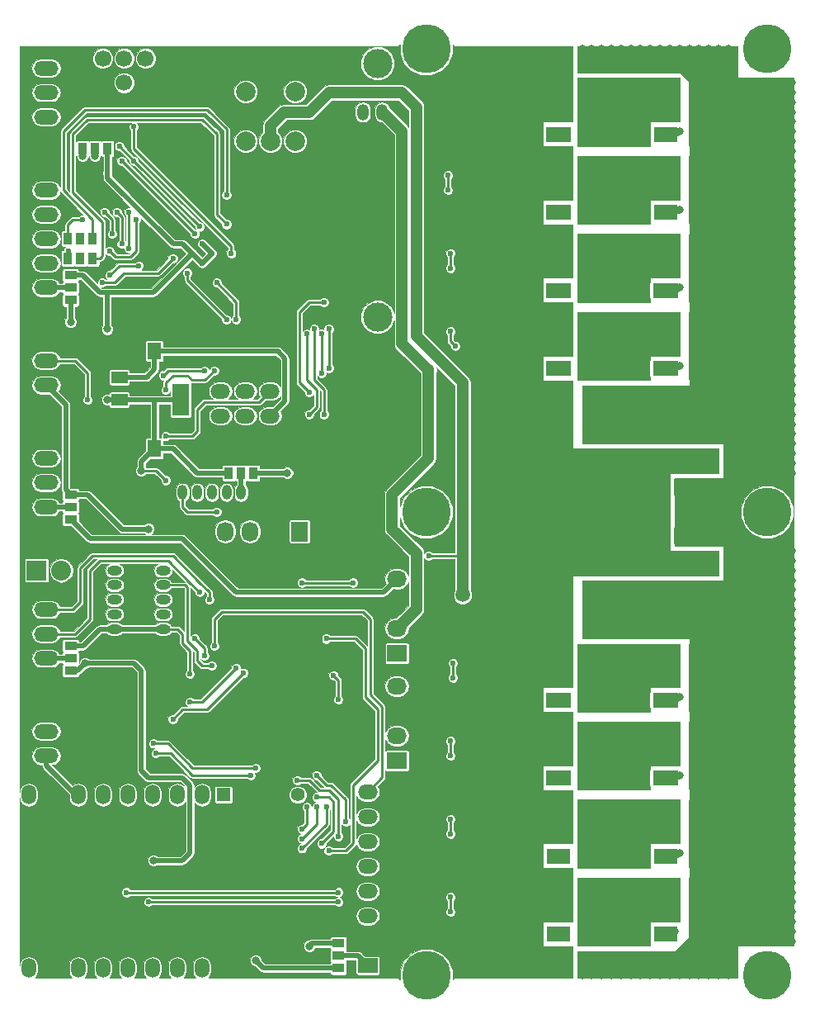
<source format=gbr>
G04 #@! TF.FileFunction,Copper,L2,Bot,Signal*
%FSLAX46Y46*%
G04 Gerber Fmt 4.6, Leading zero omitted, Abs format (unit mm)*
G04 Created by KiCad (PCBNEW 4.0.7) date 01/01/18 23:45:37*
%MOMM*%
%LPD*%
G01*
G04 APERTURE LIST*
%ADD10C,0.100000*%
%ADD11R,2.032000X1.727200*%
%ADD12O,2.032000X1.727200*%
%ADD13R,1.300000X1.300000*%
%ADD14C,1.300000*%
%ADD15O,1.524000X1.000000*%
%ADD16O,1.000000X1.524000*%
%ADD17R,1.700000X1.200000*%
%ADD18R,1.700000X3.300000*%
%ADD19R,2.499360X1.501140*%
%ADD20R,7.000240X7.000240*%
%ADD21R,2.400000X1.500000*%
%ADD22R,1.727200X2.032000*%
%ADD23O,1.727200X2.032000*%
%ADD24O,2.500000X1.500000*%
%ADD25R,1.400000X1.800000*%
%ADD26R,1.800000X1.400000*%
%ADD27R,1.270000X0.965200*%
%ADD28R,0.965200X1.270000*%
%ADD29R,2.000000X1.500000*%
%ADD30O,2.000000X1.500000*%
%ADD31R,2.032000X2.032000*%
%ADD32O,2.032000X2.032000*%
%ADD33C,4.064000*%
%ADD34C,1.700000*%
%ADD35O,1.500000X2.000000*%
%ADD36R,1.397000X1.397000*%
%ADD37C,1.397000*%
%ADD38R,1.200000X1.700000*%
%ADD39O,1.200000X1.700000*%
%ADD40C,3.000000*%
%ADD41C,2.000000*%
%ADD42C,5.000000*%
%ADD43C,0.600000*%
%ADD44C,0.800000*%
%ADD45C,1.500000*%
%ADD46C,0.250000*%
%ADD47C,0.500000*%
%ADD48C,0.800000*%
%ADD49C,1.200000*%
%ADD50C,0.026000*%
G04 APERTURE END LIST*
D10*
D11*
X39000000Y-73500000D03*
D12*
X39000000Y-70960000D03*
X39000000Y-68420000D03*
X39000000Y-65880000D03*
D13*
X71000000Y-58500000D03*
D14*
X71000000Y-53500000D03*
D15*
X10000000Y-61500000D03*
X10000000Y-60000000D03*
X10000000Y-58500000D03*
X10000000Y-57000000D03*
X10000000Y-55500000D03*
X10000000Y-54000000D03*
D16*
X24500000Y-46000000D03*
X23000000Y-46000000D03*
X21500000Y-46000000D03*
X20000000Y-46000000D03*
X18500000Y-46000000D03*
X17000000Y-46000000D03*
D17*
X10500000Y-38800000D03*
X10500000Y-36500000D03*
X10500000Y-34200000D03*
D18*
X16800000Y-36500000D03*
D19*
X55550680Y-9275840D03*
X55550680Y-4724160D03*
D20*
X61449320Y-7000000D03*
D19*
X55550680Y-17275840D03*
X55550680Y-12724160D03*
D20*
X61449320Y-15000000D03*
D19*
X66550680Y-25275840D03*
X66550680Y-20724160D03*
D20*
X72449320Y-23000000D03*
D19*
X55550680Y-25275840D03*
X55550680Y-20724160D03*
D20*
X61449320Y-23000000D03*
D19*
X66550680Y-33275840D03*
X66550680Y-28724160D03*
D20*
X72449320Y-31000000D03*
D19*
X55550680Y-33275840D03*
X55550680Y-28724160D03*
D20*
X61449320Y-31000000D03*
D19*
X66550680Y-67275840D03*
X66550680Y-62724160D03*
D20*
X72449320Y-65000000D03*
D19*
X55550680Y-67275840D03*
X55550680Y-62724160D03*
D20*
X61449320Y-65000000D03*
D19*
X66550680Y-75275840D03*
X66550680Y-70724160D03*
D20*
X72449320Y-73000000D03*
D19*
X55550680Y-75275840D03*
X55550680Y-70724160D03*
D20*
X61449320Y-73000000D03*
D21*
X66550000Y-9300000D03*
X66550000Y-4700000D03*
D20*
X72449320Y-7000000D03*
D21*
X66550000Y-17300000D03*
X66550000Y-12700000D03*
D20*
X72449320Y-15000000D03*
D22*
X29000000Y-50000000D03*
D23*
X26460000Y-50000000D03*
X23920000Y-50000000D03*
X21380000Y-50000000D03*
D13*
X71000000Y-37500000D03*
D14*
X71000000Y-42500000D03*
D13*
X60500000Y-37500000D03*
D14*
X60500000Y-42500000D03*
D13*
X60500000Y-58500000D03*
D14*
X60500000Y-53500000D03*
D24*
X3000000Y-58000000D03*
X3000000Y-60500000D03*
X3000000Y-63000000D03*
X3000000Y-65500000D03*
X3000000Y-15000000D03*
X3000000Y-17500000D03*
X3000000Y-20000000D03*
X3000000Y-22500000D03*
X3000000Y-25000000D03*
X3000000Y-27500000D03*
D25*
X14100000Y-31500000D03*
X10900000Y-31500000D03*
X14100000Y-41500000D03*
X10900000Y-41500000D03*
D26*
X68500000Y-39900000D03*
X68500000Y-43100000D03*
X65500000Y-39900000D03*
X65500000Y-43100000D03*
X62500000Y-39900000D03*
X62500000Y-43100000D03*
D27*
X5500000Y-61730000D03*
X5500000Y-63000000D03*
X5500000Y-64270000D03*
D28*
X24270000Y-44000000D03*
X23000000Y-44000000D03*
X21730000Y-44000000D03*
D27*
X5500000Y-26270000D03*
X5500000Y-25000000D03*
X5500000Y-23730000D03*
D26*
X62500000Y-56600000D03*
X62500000Y-53400000D03*
X68500000Y-56600000D03*
X68500000Y-53400000D03*
X65500000Y-56600000D03*
X65500000Y-53400000D03*
D15*
X15000000Y-61500000D03*
X15000000Y-60000000D03*
X15000000Y-58500000D03*
X15000000Y-57000000D03*
X15000000Y-55500000D03*
X15000000Y-54000000D03*
D29*
X36000000Y-94500000D03*
D30*
X36000000Y-91960000D03*
X36000000Y-89420000D03*
X36000000Y-86880000D03*
X36000000Y-84340000D03*
X36000000Y-81800000D03*
X36000000Y-79260000D03*
X36000000Y-76720000D03*
D24*
X3000000Y-70500000D03*
X3000000Y-73000000D03*
D21*
X66550000Y-83300000D03*
X66550000Y-78700000D03*
D20*
X72449320Y-81000000D03*
D21*
X55550000Y-83300000D03*
X55550000Y-78700000D03*
D20*
X61449320Y-81000000D03*
D21*
X66550000Y-91300000D03*
X66550000Y-86700000D03*
D20*
X72449320Y-89000000D03*
D21*
X55550000Y-91300000D03*
X55550000Y-86700000D03*
D20*
X61449320Y-89000000D03*
D24*
X3000000Y-2500000D03*
X3000000Y-5000000D03*
X3000000Y-7500000D03*
X3000000Y-10000000D03*
X3000000Y-42500000D03*
X3000000Y-45000000D03*
X3000000Y-47500000D03*
X3000000Y-50000000D03*
D31*
X2000000Y-54000000D03*
D32*
X4540000Y-54000000D03*
D24*
X3000000Y-32500000D03*
X3000000Y-35000000D03*
X3000000Y-37500000D03*
D11*
X39000000Y-62500000D03*
D12*
X39000000Y-59960000D03*
X39000000Y-57420000D03*
X39000000Y-54880000D03*
D28*
X6730000Y-10750000D03*
X8000000Y-10750000D03*
X9270000Y-10750000D03*
D27*
X5500000Y-46230000D03*
X5500000Y-47500000D03*
X5500000Y-48770000D03*
D33*
X71000000Y-48000000D03*
X62000000Y-48000000D03*
D34*
X8800000Y-1500000D03*
X11000000Y-1500000D03*
X11000000Y-4000000D03*
X13200000Y-1500000D03*
D35*
X19000000Y-77000000D03*
X16460000Y-77000000D03*
X13920000Y-77000000D03*
X11380000Y-77000000D03*
X8840000Y-77000000D03*
X6300000Y-77000000D03*
X3760000Y-77000000D03*
X1220000Y-77000000D03*
X19000000Y-94780000D03*
X16460000Y-94780000D03*
X13920000Y-94780000D03*
X11380000Y-94780000D03*
X8840000Y-94780000D03*
X6300000Y-94780000D03*
X3760000Y-94780000D03*
X1220000Y-94780000D03*
D14*
X42232233Y-33482233D03*
D10*
G36*
X44919239Y-35250000D02*
X44000000Y-36169239D01*
X43080761Y-35250000D01*
X44000000Y-34330761D01*
X44919239Y-35250000D01*
X44919239Y-35250000D01*
G37*
D28*
X5230000Y-20000000D03*
X6500000Y-20000000D03*
X7770000Y-20000000D03*
X7770000Y-22000000D03*
X6500000Y-22000000D03*
X5230000Y-22000000D03*
D36*
X21190000Y-77000000D03*
D37*
X28810000Y-77000000D03*
D38*
X33500000Y-7000000D03*
D39*
X35500000Y-7000000D03*
X37500000Y-7000000D03*
D40*
X37000000Y-28000000D03*
X37000000Y-2000000D03*
D30*
X25960000Y-40700000D03*
X25960000Y-38160000D03*
X25960000Y-35620000D03*
X23420000Y-40700000D03*
X23420000Y-38160000D03*
X23420000Y-35620000D03*
X20880000Y-40700000D03*
X20880000Y-38160000D03*
X20880000Y-35620000D03*
D25*
X58600000Y-94500000D03*
X55400000Y-94500000D03*
X68100000Y-50500000D03*
X64900000Y-50500000D03*
X58600000Y-1500000D03*
X55400000Y-1500000D03*
X68100000Y-45500000D03*
X64900000Y-45500000D03*
D41*
X23460000Y-10000000D03*
X26000000Y-10000000D03*
X28540000Y-10000000D03*
X23460000Y-4920000D03*
X28540000Y-4920000D03*
D27*
X33000000Y-92230000D03*
X33000000Y-93500000D03*
X33000000Y-94770000D03*
D42*
X77000000Y-500000D03*
X42000000Y-500000D03*
X42000000Y-48000000D03*
X77000000Y-95500000D03*
X77000000Y-48000000D03*
X42000000Y-95500000D03*
D43*
X9000000Y-31500000D03*
X8000000Y-85000000D03*
X24250000Y-16250000D03*
X22750000Y-17750000D03*
X9500000Y-16250000D03*
X6750000Y-13500000D03*
X3750000Y-13500000D03*
D44*
X23000000Y-89500000D03*
X30000000Y-89500000D03*
D43*
X18500000Y-13000000D03*
X44000000Y-3500000D03*
X45500000Y-5500000D03*
X43000000Y-6500000D03*
X43000000Y-9000000D03*
X43000000Y-12500000D03*
X42000000Y-65500000D03*
X42000000Y-68000000D03*
X42000000Y-70500000D03*
X43000000Y-30000000D03*
X43000000Y-28000000D03*
X43000000Y-26000000D03*
X43000000Y-24000000D03*
X42500000Y-22000000D03*
X42500000Y-20000000D03*
D44*
X56000000Y-14500000D03*
D43*
X42000000Y-76000000D03*
X42000000Y-79000000D03*
X45000000Y-94000000D03*
X45000000Y-91000000D03*
X43000000Y-89000000D03*
X42000000Y-87000000D03*
X42000000Y-84000000D03*
X41000000Y-85250000D03*
X21500000Y-69500000D03*
X25500000Y-61500000D03*
X24000000Y-63000000D03*
X23500000Y-57500000D03*
X31500000Y-22000000D03*
D44*
X52750000Y-45750000D03*
D43*
X54500000Y-58500000D03*
X56500000Y-58500000D03*
D44*
X50500000Y-53000000D03*
X31250000Y-41750000D03*
D43*
X8500000Y-49250000D03*
D44*
X47500000Y-38750000D03*
X42250000Y-10750000D03*
X66000000Y-49000000D03*
X66000000Y-50000000D03*
X66000000Y-51000000D03*
X62000000Y-52000000D03*
X63500000Y-52000000D03*
X65000000Y-52000000D03*
X66000000Y-48000000D03*
X66000000Y-47000000D03*
X66000000Y-46000000D03*
X66000000Y-45000000D03*
X62000000Y-44000000D03*
X63500000Y-44000000D03*
X65000000Y-44000000D03*
D43*
X19000000Y-86000000D03*
X42000000Y-73000000D03*
D44*
X23750000Y-83500000D03*
X7000000Y-65500000D03*
D43*
X30000000Y-22000000D03*
X16500000Y-85000000D03*
D44*
X20750000Y-22500000D03*
X56100000Y-85000000D03*
D43*
X25000000Y-73250000D03*
X25000000Y-70750000D03*
D44*
X48500000Y-93000000D03*
D43*
X9500000Y-44000000D03*
X9500000Y-42000000D03*
D44*
X30000000Y-57420000D03*
X56000000Y-80500000D03*
X56000000Y-88500000D03*
X56100000Y-77000000D03*
X56100000Y-69000000D03*
X56100000Y-27000000D03*
X56100000Y-19000000D03*
X56100000Y-11000000D03*
X56000000Y-72500000D03*
X56000000Y-64500000D03*
X56000000Y-30500000D03*
X56000000Y-22500000D03*
X56000000Y-6500000D03*
D43*
X22000000Y-21500000D03*
X12000000Y-8500000D03*
X9250000Y-13250000D03*
D44*
X14000000Y-83750000D03*
D43*
X15250000Y-44750000D03*
D44*
X7000000Y-63500000D03*
X9250000Y-36500000D03*
X9250000Y-29250000D03*
X12750000Y-43750000D03*
D43*
X18000000Y-21500000D03*
X19000000Y-22500000D03*
X19000000Y-20500000D03*
X20000000Y-21500000D03*
D44*
X24500000Y-94000000D03*
X27750000Y-44000000D03*
X13500000Y-49750000D03*
X6750000Y-11500000D03*
D43*
X17750000Y-64600000D03*
D44*
X5500000Y-28500000D03*
X66500000Y-7500000D03*
X65500000Y-7500000D03*
X66500000Y-6500000D03*
X66500000Y-5500000D03*
X65500000Y-5500000D03*
X65500000Y-6500000D03*
X67500000Y-4500000D03*
X64500000Y-6000000D03*
X62500000Y-5000000D03*
X63500000Y-5000000D03*
X64500000Y-5000000D03*
X61500000Y-5000000D03*
X60500000Y-5000000D03*
X59500000Y-5000000D03*
X58500000Y-8000000D03*
X59500000Y-8000000D03*
X60500000Y-8000000D03*
X61500000Y-8000000D03*
X62500000Y-8000000D03*
X63500000Y-8000000D03*
X64500000Y-8000000D03*
X64500000Y-7000000D03*
X63500000Y-7000000D03*
X62500000Y-7000000D03*
X61500000Y-7000000D03*
X60500000Y-7000000D03*
X59500000Y-7000000D03*
X58500000Y-7000000D03*
X58500000Y-6000000D03*
X59500000Y-6000000D03*
X60500000Y-6000000D03*
X61500000Y-6000000D03*
X62500000Y-6000000D03*
X63500000Y-6000000D03*
X58500000Y-10000000D03*
X59500000Y-10000000D03*
X60500000Y-10000000D03*
X61500000Y-10000000D03*
X62500000Y-10000000D03*
X63500000Y-10000000D03*
X64500000Y-10000000D03*
X64500000Y-9000000D03*
X63500000Y-9000000D03*
X62500000Y-9000000D03*
X61500000Y-9000000D03*
X60500000Y-9000000D03*
X59500000Y-9000000D03*
X58500000Y-9000000D03*
X66500000Y-13500000D03*
X65500000Y-13500000D03*
X66500000Y-14500000D03*
X65500000Y-14500000D03*
X66500000Y-15500000D03*
X65500000Y-15500000D03*
X58500000Y-15000000D03*
X60500000Y-14000000D03*
X59500000Y-14000000D03*
X58500000Y-14000000D03*
X61500000Y-14000000D03*
X62500000Y-14000000D03*
X63500000Y-14000000D03*
X64500000Y-14000000D03*
X64500000Y-13000000D03*
X63500000Y-13000000D03*
X62500000Y-13000000D03*
X61500000Y-13000000D03*
X60500000Y-13000000D03*
X59500000Y-13000000D03*
X60500000Y-16000000D03*
X59500000Y-16000000D03*
X58500000Y-16000000D03*
X61500000Y-16000000D03*
X62500000Y-16000000D03*
X63500000Y-16000000D03*
X64500000Y-16000000D03*
X64500000Y-15000000D03*
X63500000Y-15000000D03*
X62500000Y-15000000D03*
X61500000Y-15000000D03*
X60500000Y-15000000D03*
X59500000Y-15000000D03*
X58500000Y-18000000D03*
X59500000Y-18000000D03*
X60500000Y-18000000D03*
X61500000Y-18000000D03*
X62500000Y-18000000D03*
X63500000Y-18000000D03*
X64500000Y-18000000D03*
X64500000Y-17000000D03*
X63500000Y-17000000D03*
X62500000Y-17000000D03*
X61500000Y-17000000D03*
X60500000Y-17000000D03*
X59500000Y-17000000D03*
X58500000Y-17000000D03*
X67500000Y-12500000D03*
D43*
X20500000Y-48000000D03*
D44*
X68000000Y-9000000D03*
X55500000Y-9000000D03*
X68000000Y-17000000D03*
X55500000Y-17000000D03*
X64000000Y-95500000D03*
X65000000Y-95500000D03*
X66000000Y-95500000D03*
X67000000Y-95500000D03*
X68000000Y-95500000D03*
X69000000Y-95500000D03*
X70000000Y-95500000D03*
X71000000Y-95500000D03*
X72000000Y-95500000D03*
X73000000Y-95500000D03*
X58000000Y-95500000D03*
X59000000Y-95500000D03*
X60000000Y-95500000D03*
X61000000Y-95500000D03*
X62000000Y-95500000D03*
X63000000Y-95500000D03*
X73000000Y-93500000D03*
X73000000Y-94500000D03*
X73000000Y-500000D03*
X72000000Y-500000D03*
X71000000Y-500000D03*
X70000000Y-500000D03*
X69000000Y-500000D03*
X68000000Y-500000D03*
X67000000Y-500000D03*
X66000000Y-500000D03*
X65000000Y-500000D03*
X64000000Y-500000D03*
X63000000Y-500000D03*
X62000000Y-500000D03*
X61000000Y-500000D03*
X60000000Y-500000D03*
X59000000Y-500000D03*
X58000000Y-500000D03*
X73000000Y-2500000D03*
X73000000Y-1500000D03*
D43*
X42250000Y-52500000D03*
D45*
X45750000Y-56500000D03*
D44*
X79500000Y-30000000D03*
X79500000Y-31000000D03*
X79500000Y-32000000D03*
X79500000Y-33000000D03*
X79500000Y-34000000D03*
X79500000Y-35000000D03*
X79500000Y-36000000D03*
X79500000Y-37000000D03*
X79500000Y-38000000D03*
X79500000Y-39000000D03*
X79500000Y-40000000D03*
X79500000Y-41000000D03*
X79500000Y-42000000D03*
X79500000Y-43000000D03*
X79500000Y-44000000D03*
X78500000Y-44000000D03*
X77500000Y-44000000D03*
X79500000Y-4000000D03*
X79500000Y-5000000D03*
X79500000Y-6000000D03*
X79500000Y-7000000D03*
X79500000Y-8000000D03*
X79500000Y-9000000D03*
X79500000Y-29000000D03*
X79500000Y-28000000D03*
X79500000Y-27000000D03*
X79500000Y-26000000D03*
X79500000Y-25000000D03*
X79500000Y-24000000D03*
X79500000Y-23000000D03*
X79500000Y-22000000D03*
X79500000Y-21000000D03*
X79500000Y-20000000D03*
X79500000Y-19000000D03*
X79500000Y-18000000D03*
X79500000Y-17000000D03*
X79500000Y-16000000D03*
X79500000Y-15000000D03*
X79500000Y-14000000D03*
X79500000Y-13000000D03*
X79500000Y-12000000D03*
X79500000Y-11000000D03*
X79500000Y-10000000D03*
X74500000Y-44000000D03*
X75500000Y-44000000D03*
X76500000Y-44000000D03*
X79500000Y-55000000D03*
X79500000Y-54000000D03*
X79500000Y-53000000D03*
X79500000Y-52000000D03*
X79500000Y-76000000D03*
X79500000Y-75000000D03*
X79500000Y-74000000D03*
X79500000Y-73000000D03*
X79500000Y-72000000D03*
X79500000Y-71000000D03*
X79500000Y-70000000D03*
X79500000Y-69000000D03*
X79500000Y-84000000D03*
X79500000Y-85000000D03*
X79500000Y-86000000D03*
X79500000Y-87000000D03*
X79500000Y-88000000D03*
X79500000Y-89000000D03*
X79500000Y-90000000D03*
X79500000Y-91000000D03*
X79500000Y-92000000D03*
X79500000Y-77000000D03*
X79500000Y-78000000D03*
X79500000Y-79000000D03*
X79500000Y-80000000D03*
X79500000Y-81000000D03*
X79500000Y-82000000D03*
X79500000Y-83000000D03*
X79500000Y-63000000D03*
X79500000Y-64000000D03*
X79500000Y-65000000D03*
X79500000Y-66000000D03*
X79500000Y-67000000D03*
X79500000Y-68000000D03*
X79500000Y-62000000D03*
X79500000Y-56000000D03*
X79500000Y-57000000D03*
X79500000Y-58000000D03*
X79500000Y-59000000D03*
X79500000Y-60000000D03*
X79500000Y-61000000D03*
X74500000Y-52000000D03*
X75500000Y-52000000D03*
X76500000Y-52000000D03*
X77500000Y-52000000D03*
X78500000Y-52000000D03*
X68000000Y-51000000D03*
X68000000Y-50000000D03*
X68000000Y-49000000D03*
X68000000Y-45000000D03*
X68000000Y-46000000D03*
X68000000Y-47000000D03*
X68000000Y-48000000D03*
X69500000Y-85000000D03*
X70500000Y-85000000D03*
X71500000Y-85000000D03*
X72500000Y-85000000D03*
X75500000Y-85000000D03*
X74500000Y-85000000D03*
X73500000Y-85000000D03*
X69500000Y-35000000D03*
X69500000Y-27000000D03*
X69500000Y-19000000D03*
X75500000Y-11000000D03*
X74500000Y-11000000D03*
X73500000Y-11000000D03*
X72500000Y-11000000D03*
X71500000Y-11000000D03*
X70500000Y-11000000D03*
X69500000Y-11000000D03*
X75500000Y-61000000D03*
X74500000Y-61000000D03*
X73500000Y-61000000D03*
X72500000Y-61000000D03*
X71500000Y-61000000D03*
X70500000Y-61000000D03*
X69500000Y-61000000D03*
X69500000Y-69000000D03*
X75500000Y-77000000D03*
X74500000Y-77000000D03*
X73500000Y-77000000D03*
X72500000Y-77000000D03*
X71500000Y-77000000D03*
X70500000Y-77000000D03*
X69500000Y-77000000D03*
X70500000Y-19000000D03*
X71500000Y-19000000D03*
X72500000Y-19000000D03*
X73500000Y-19000000D03*
X74500000Y-19000000D03*
X75500000Y-19000000D03*
X70500000Y-27000000D03*
X71500000Y-27000000D03*
X72500000Y-27000000D03*
X73500000Y-27000000D03*
X74500000Y-27000000D03*
X75500000Y-27000000D03*
X70500000Y-35000000D03*
X71500000Y-35000000D03*
X72500000Y-35000000D03*
X73500000Y-35000000D03*
X74500000Y-35000000D03*
X75500000Y-35000000D03*
X70500000Y-69000000D03*
X71500000Y-69000000D03*
X72500000Y-69000000D03*
X73500000Y-69000000D03*
X74500000Y-69000000D03*
X75500000Y-69000000D03*
X66500000Y-21500000D03*
X65500000Y-21500000D03*
X66500000Y-22500000D03*
X65500000Y-22500000D03*
X66500000Y-23500000D03*
X65500000Y-23500000D03*
X58500000Y-23000000D03*
X60500000Y-22000000D03*
X59500000Y-22000000D03*
X58500000Y-22000000D03*
X61500000Y-22000000D03*
X62500000Y-22000000D03*
X63500000Y-22000000D03*
X64500000Y-22000000D03*
X64500000Y-21000000D03*
X63500000Y-21000000D03*
X62500000Y-21000000D03*
X61500000Y-21000000D03*
X60500000Y-21000000D03*
X59500000Y-21000000D03*
X60500000Y-24000000D03*
X59500000Y-24000000D03*
X58500000Y-24000000D03*
X61500000Y-24000000D03*
X62500000Y-24000000D03*
X63500000Y-24000000D03*
X64500000Y-24000000D03*
X64500000Y-23000000D03*
X63500000Y-23000000D03*
X62500000Y-23000000D03*
X61500000Y-23000000D03*
X60500000Y-23000000D03*
X59500000Y-23000000D03*
X58500000Y-26000000D03*
X59500000Y-26000000D03*
X60500000Y-26000000D03*
X61500000Y-26000000D03*
X62500000Y-26000000D03*
X63500000Y-26000000D03*
X64500000Y-26000000D03*
X64500000Y-25000000D03*
X63500000Y-25000000D03*
X62500000Y-25000000D03*
X61500000Y-25000000D03*
X60500000Y-25000000D03*
X59500000Y-25000000D03*
X58500000Y-25000000D03*
X67500000Y-20500000D03*
X66500000Y-29500000D03*
X65500000Y-29500000D03*
X66500000Y-30500000D03*
X65500000Y-30500000D03*
X66500000Y-31500000D03*
X65500000Y-31500000D03*
X64500000Y-30000000D03*
X64500000Y-29000000D03*
X63500000Y-29000000D03*
X62500000Y-29000000D03*
X61500000Y-29000000D03*
X60500000Y-29000000D03*
X59500000Y-29000000D03*
X61500000Y-30000000D03*
X58500000Y-34000000D03*
X59500000Y-34000000D03*
X60500000Y-34000000D03*
X61500000Y-34000000D03*
X62500000Y-34000000D03*
X63500000Y-34000000D03*
X64500000Y-34000000D03*
X64500000Y-33000000D03*
X63500000Y-33000000D03*
X62500000Y-33000000D03*
X61500000Y-33000000D03*
X60500000Y-33000000D03*
X59500000Y-33000000D03*
X58500000Y-33000000D03*
X58500000Y-32000000D03*
X59500000Y-32000000D03*
X60500000Y-32000000D03*
X61500000Y-32000000D03*
X62500000Y-32000000D03*
X63500000Y-32000000D03*
X64500000Y-32000000D03*
X64500000Y-31000000D03*
X63500000Y-31000000D03*
X62500000Y-31000000D03*
X61500000Y-31000000D03*
X60500000Y-31000000D03*
X59500000Y-31000000D03*
X58500000Y-31000000D03*
X58500000Y-30000000D03*
X59500000Y-30000000D03*
X60500000Y-30000000D03*
X62500000Y-30000000D03*
X63500000Y-30000000D03*
X67500000Y-28500000D03*
X67500000Y-62500000D03*
X66500000Y-63500000D03*
X65500000Y-63500000D03*
X66500000Y-64500000D03*
X65500000Y-64500000D03*
X66500000Y-65500000D03*
X65500000Y-65500000D03*
X59500000Y-65000000D03*
X58500000Y-65000000D03*
X58500000Y-64000000D03*
X59500000Y-64000000D03*
X60500000Y-64000000D03*
X61500000Y-64000000D03*
X62500000Y-64000000D03*
X63500000Y-64000000D03*
X64500000Y-64000000D03*
X64500000Y-63000000D03*
X63500000Y-63000000D03*
X62500000Y-63000000D03*
X61500000Y-63000000D03*
X60500000Y-63000000D03*
X59500000Y-63000000D03*
X58500000Y-66000000D03*
X59500000Y-66000000D03*
X60500000Y-66000000D03*
X61500000Y-66000000D03*
X62500000Y-66000000D03*
X63500000Y-66000000D03*
X64500000Y-66000000D03*
X64500000Y-65000000D03*
X63500000Y-65000000D03*
X62500000Y-65000000D03*
X61500000Y-65000000D03*
X60500000Y-65000000D03*
X58500000Y-68000000D03*
X59500000Y-68000000D03*
X60500000Y-68000000D03*
X61500000Y-68000000D03*
X62500000Y-68000000D03*
X63500000Y-68000000D03*
X64500000Y-68000000D03*
X64500000Y-67000000D03*
X63500000Y-67000000D03*
X62500000Y-67000000D03*
X61500000Y-67000000D03*
X60500000Y-67000000D03*
X59500000Y-67000000D03*
X58500000Y-67000000D03*
X63500000Y-75000000D03*
X62500000Y-75000000D03*
X66500000Y-71500000D03*
X65500000Y-71500000D03*
X66500000Y-72500000D03*
X65500000Y-72500000D03*
X66500000Y-73500000D03*
X65500000Y-73500000D03*
X61500000Y-75000000D03*
X60500000Y-75000000D03*
X59500000Y-75000000D03*
X58500000Y-75000000D03*
X58500000Y-74000000D03*
X59500000Y-74000000D03*
X60500000Y-74000000D03*
X61500000Y-74000000D03*
X62500000Y-74000000D03*
X63500000Y-74000000D03*
X64500000Y-74000000D03*
X64500000Y-73000000D03*
X63500000Y-73000000D03*
X62500000Y-73000000D03*
X61500000Y-73000000D03*
X60500000Y-73000000D03*
X59500000Y-73000000D03*
X58500000Y-73000000D03*
X58500000Y-72000000D03*
X59500000Y-72000000D03*
X60500000Y-72000000D03*
X61500000Y-72000000D03*
X62500000Y-72000000D03*
X63500000Y-72000000D03*
X64500000Y-72000000D03*
X64500000Y-71000000D03*
X63500000Y-71000000D03*
X62500000Y-71000000D03*
X61500000Y-71000000D03*
X60500000Y-71000000D03*
X59500000Y-71000000D03*
X58500000Y-76000000D03*
X59500000Y-76000000D03*
X60500000Y-76000000D03*
X61500000Y-76000000D03*
X62500000Y-76000000D03*
X63500000Y-76000000D03*
X64500000Y-76000000D03*
X64500000Y-75000000D03*
X67500000Y-70500000D03*
X68000000Y-25000000D03*
X55500000Y-25000000D03*
X68000000Y-33000000D03*
X55500000Y-33000000D03*
X68000000Y-67000000D03*
X55500000Y-67000000D03*
X68000000Y-75000000D03*
X55500000Y-75000000D03*
D43*
X11250000Y-87000000D03*
X33000000Y-87000000D03*
X18750000Y-56250000D03*
X13500000Y-88000000D03*
X33000000Y-88000000D03*
X19750000Y-57000000D03*
X19250000Y-62750000D03*
X18250000Y-61000000D03*
X11500000Y-17250000D03*
X11500000Y-21000000D03*
X10250000Y-17250000D03*
X10750000Y-20500000D03*
X29250000Y-55250000D03*
X34500000Y-55250000D03*
X24500000Y-74250000D03*
X14000000Y-71750000D03*
X24000000Y-75000000D03*
X14250000Y-72750000D03*
X29250000Y-81500000D03*
X30750000Y-78250000D03*
X20000000Y-63750000D03*
X29250000Y-82500000D03*
X33000000Y-67250000D03*
X31750000Y-78250000D03*
X32500000Y-64750000D03*
X22500000Y-28250000D03*
X20500000Y-24500000D03*
X20250000Y-61750000D03*
X9500000Y-21250000D03*
X12250000Y-18000000D03*
X5250000Y-21250000D03*
X6750000Y-18000000D03*
X9000000Y-17250000D03*
X9750000Y-19500000D03*
X30000000Y-38000000D03*
X29750000Y-29750000D03*
X31500000Y-38000000D03*
X30500000Y-29250000D03*
X31250000Y-33750000D03*
X31250000Y-29750000D03*
D44*
X68000000Y-83000000D03*
D43*
X22500000Y-64000000D03*
X17750000Y-67500000D03*
X16000000Y-69250000D03*
X23250000Y-64500000D03*
D44*
X65500000Y-81500000D03*
X65500000Y-80500000D03*
X59500000Y-81000000D03*
X58500000Y-81000000D03*
X58500000Y-80000000D03*
X60500000Y-81000000D03*
X61500000Y-81000000D03*
X62500000Y-81000000D03*
X63500000Y-81000000D03*
X64500000Y-81000000D03*
X64500000Y-82000000D03*
X63500000Y-82000000D03*
X62500000Y-82000000D03*
X61500000Y-82000000D03*
X60500000Y-82000000D03*
X59500000Y-82000000D03*
X58500000Y-82000000D03*
X58500000Y-83000000D03*
X59500000Y-83000000D03*
X60500000Y-83000000D03*
X61500000Y-83000000D03*
X62500000Y-83000000D03*
X63500000Y-83000000D03*
X64500000Y-83000000D03*
X64500000Y-84000000D03*
X63500000Y-84000000D03*
X62500000Y-84000000D03*
X61500000Y-84000000D03*
X60500000Y-84000000D03*
X59500000Y-84000000D03*
X58500000Y-84000000D03*
X64500000Y-80000000D03*
X63500000Y-80000000D03*
X62500000Y-80000000D03*
X61500000Y-80000000D03*
X60500000Y-80000000D03*
X59500000Y-80000000D03*
X66500000Y-81500000D03*
X66500000Y-80500000D03*
X66500000Y-79500000D03*
X65500000Y-79500000D03*
X59500000Y-79000000D03*
X60500000Y-79000000D03*
X61500000Y-79000000D03*
X62500000Y-79000000D03*
X63500000Y-79000000D03*
X64500000Y-79000000D03*
X67500000Y-78500000D03*
X66500000Y-89500000D03*
X65500000Y-89500000D03*
X65500000Y-88500000D03*
X66500000Y-88500000D03*
X66500000Y-87500000D03*
X65500000Y-87500000D03*
X63500000Y-89000000D03*
X64500000Y-89000000D03*
X64500000Y-90000000D03*
X63500000Y-90000000D03*
X62500000Y-90000000D03*
X61500000Y-90000000D03*
X60500000Y-90000000D03*
X59500000Y-90000000D03*
X58500000Y-90000000D03*
X58500000Y-91000000D03*
X59500000Y-91000000D03*
X60500000Y-91000000D03*
X61500000Y-91000000D03*
X62500000Y-91000000D03*
X63500000Y-91000000D03*
X64500000Y-91000000D03*
X64500000Y-92000000D03*
X63500000Y-92000000D03*
X62500000Y-92000000D03*
X61500000Y-92000000D03*
X60500000Y-92000000D03*
X59500000Y-92000000D03*
X58500000Y-92000000D03*
X59500000Y-87000000D03*
X60500000Y-87000000D03*
X61500000Y-87000000D03*
X62500000Y-87000000D03*
X63500000Y-87000000D03*
X64500000Y-87000000D03*
X64500000Y-88000000D03*
X63500000Y-88000000D03*
X62500000Y-88000000D03*
X61500000Y-88000000D03*
X60500000Y-88000000D03*
X59500000Y-88000000D03*
X58500000Y-88000000D03*
X58500000Y-89000000D03*
X59500000Y-89000000D03*
X60500000Y-89000000D03*
X61500000Y-89000000D03*
X62500000Y-89000000D03*
X67500000Y-86500000D03*
D43*
X12000000Y-12000000D03*
X10500000Y-10500000D03*
X18750000Y-18750000D03*
X18250000Y-19500000D03*
X10750000Y-12000000D03*
D44*
X55500000Y-83000000D03*
X67500000Y-91000000D03*
X55500000Y-91000000D03*
D43*
X44500000Y-29500000D03*
X45000000Y-31000000D03*
X44250000Y-13500000D03*
X44250000Y-15000000D03*
X44500000Y-21500000D03*
X44500000Y-23000000D03*
X44500000Y-73000000D03*
X44500000Y-71500000D03*
X44750000Y-63500000D03*
X44750000Y-65000000D03*
X44500000Y-87500000D03*
X44500000Y-89000000D03*
X44500000Y-79500000D03*
X44500000Y-81000000D03*
X17500000Y-23500000D03*
X21500000Y-28250000D03*
X9500000Y-23750000D03*
X12500000Y-22750000D03*
X8750000Y-24500000D03*
X16000000Y-22000000D03*
X15250000Y-40250000D03*
X7250000Y-36500000D03*
X31500000Y-26500000D03*
X30000000Y-35750000D03*
X32000000Y-33250000D03*
X32000000Y-29250000D03*
D44*
X8000000Y-11500000D03*
D43*
X29250000Y-80500000D03*
X29750000Y-78250000D03*
X30750000Y-77250000D03*
X31250000Y-82000000D03*
X33000000Y-81250000D03*
X28750000Y-75500000D03*
X33750000Y-79750000D03*
X30750000Y-75000000D03*
X6500000Y-20000000D03*
X21500000Y-18500000D03*
X21500000Y-15500000D03*
X6500000Y-22000000D03*
D44*
X30000000Y-92500000D03*
D43*
X32000000Y-82750000D03*
X31750000Y-61000000D03*
X20250000Y-33500000D03*
X15250000Y-35500000D03*
X19250000Y-33500000D03*
X15000000Y-34000000D03*
D46*
X8000000Y-85000000D02*
X8250000Y-85000000D01*
X8250000Y-85000000D02*
X8000000Y-85000000D01*
X22750000Y-20750000D02*
X22750000Y-17750000D01*
X3000000Y-10000000D02*
X3000000Y-12750000D01*
X6750000Y-13500000D02*
X9500000Y-16250000D01*
X3000000Y-12750000D02*
X3750000Y-13500000D01*
D47*
X30000000Y-89500000D02*
X34000000Y-89500000D01*
X30000000Y-89500000D02*
X23000000Y-89500000D01*
D48*
X23750000Y-85000000D02*
X32500000Y-85000000D01*
X32500000Y-85000000D02*
X34000000Y-86500000D01*
X34000000Y-86500000D02*
X34000000Y-89500000D01*
X34000000Y-89500000D02*
X34000000Y-89960000D01*
X34000000Y-89960000D02*
X36000000Y-91960000D01*
D46*
X18500000Y-13000000D02*
X18500000Y-16500000D01*
X42250000Y-13000000D02*
X42500000Y-13000000D01*
X43000000Y-9000000D02*
X43000000Y-6500000D01*
X42500000Y-13000000D02*
X43000000Y-12500000D01*
X42000000Y-73000000D02*
X42000000Y-70500000D01*
X42000000Y-68000000D02*
X42000000Y-65500000D01*
X43000000Y-30000000D02*
X42875000Y-30125000D01*
X42875000Y-30125000D02*
X43000000Y-30000000D01*
X43000000Y-30000000D02*
X43000000Y-30250000D01*
X42250000Y-19500000D02*
X42250000Y-19750000D01*
X43000000Y-26000000D02*
X43000000Y-28000000D01*
X43000000Y-22500000D02*
X43000000Y-24000000D01*
X42500000Y-22000000D02*
X43000000Y-22500000D01*
X42250000Y-19750000D02*
X42500000Y-20000000D01*
D47*
X55550680Y-12724160D02*
X55550680Y-14050680D01*
X55550680Y-14050680D02*
X56000000Y-14500000D01*
D46*
X42000000Y-79000000D02*
X42000000Y-84000000D01*
X42000000Y-76000000D02*
X42000000Y-79000000D01*
X45000000Y-91000000D02*
X45000000Y-94000000D01*
X42000000Y-88000000D02*
X43000000Y-89000000D01*
X42000000Y-87000000D02*
X42000000Y-88000000D01*
X21500000Y-69500000D02*
X24000000Y-67000000D01*
X24000000Y-67000000D02*
X24000000Y-63000000D01*
X23500000Y-57500000D02*
X23500000Y-57420000D01*
X23500000Y-57420000D02*
X23500000Y-57500000D01*
X23500000Y-57500000D02*
X23500000Y-57420000D01*
X23250000Y-57250000D02*
X23250000Y-57420000D01*
X23250000Y-57420000D02*
X23250000Y-57250000D01*
X23250000Y-57250000D02*
X23250000Y-57420000D01*
D47*
X50500000Y-53000000D02*
X53250000Y-53000000D01*
X53250000Y-53000000D02*
X53750000Y-53500000D01*
D46*
X30000000Y-22000000D02*
X31500000Y-22000000D01*
D47*
X52750000Y-45750000D02*
X57250000Y-45750000D01*
X57250000Y-45750000D02*
X60500000Y-42500000D01*
D46*
X52500000Y-58500000D02*
X54500000Y-58500000D01*
X50500000Y-53000000D02*
X50500000Y-56500000D01*
X50500000Y-56500000D02*
X52500000Y-58500000D01*
D47*
X53750000Y-53500000D02*
X60500000Y-53500000D01*
X28250000Y-30750000D02*
X16250000Y-30750000D01*
X12650000Y-29750000D02*
X15250000Y-29750000D01*
X15250000Y-29750000D02*
X16250000Y-30750000D01*
X12650000Y-29750000D02*
X10900000Y-31500000D01*
X25960000Y-40700000D02*
X28250000Y-38410000D01*
X28250000Y-26750000D02*
X24000000Y-22500000D01*
X28250000Y-38410000D02*
X28250000Y-30750000D01*
X28250000Y-30750000D02*
X28250000Y-26750000D01*
X27010000Y-41750000D02*
X25960000Y-40700000D01*
X31250000Y-41750000D02*
X27010000Y-41750000D01*
X42250000Y-29500000D02*
X43000000Y-30250000D01*
X43000000Y-30250000D02*
X47500000Y-34750000D01*
X47500000Y-37000000D02*
X47500000Y-34750000D01*
X47500000Y-38750000D02*
X47500000Y-37000000D01*
X42250000Y-10750000D02*
X42250000Y-13000000D01*
X42250000Y-13000000D02*
X42250000Y-19500000D01*
X42250000Y-19500000D02*
X42250000Y-29500000D01*
D48*
X30000000Y-57420000D02*
X23500000Y-57420000D01*
X23500000Y-57420000D02*
X23250000Y-57420000D01*
X23250000Y-57420000D02*
X22170000Y-57420000D01*
X4750000Y-51750000D02*
X3000000Y-50000000D01*
X16500000Y-51750000D02*
X4750000Y-51750000D01*
X22170000Y-57420000D02*
X16500000Y-51750000D01*
X39000000Y-68420000D02*
X41000000Y-70420000D01*
X41000000Y-70420000D02*
X41000000Y-85250000D01*
X41000000Y-85250000D02*
X41000000Y-86960000D01*
X41000000Y-86960000D02*
X36000000Y-91960000D01*
X55550680Y-62724160D02*
X46724160Y-62724160D01*
X41000000Y-66420000D02*
X39000000Y-68420000D01*
X41000000Y-63500000D02*
X41000000Y-66420000D01*
X43000000Y-61500000D02*
X41000000Y-63500000D01*
X45500000Y-61500000D02*
X43000000Y-61500000D01*
X46724160Y-62724160D02*
X45500000Y-61500000D01*
D47*
X66000000Y-51000000D02*
X65000000Y-52000000D01*
X66000000Y-50000000D02*
X66000000Y-51000000D01*
X66000000Y-48000000D02*
X66000000Y-49000000D01*
X63500000Y-52000000D02*
X62000000Y-52000000D01*
X66000000Y-47000000D02*
X66000000Y-46000000D01*
X65000000Y-44000000D02*
X63500000Y-44000000D01*
D46*
X19000000Y-86000000D02*
X19000000Y-85000000D01*
X41000000Y-73000000D02*
X42000000Y-73000000D01*
D47*
X24000000Y-22500000D02*
X22750000Y-22500000D01*
D48*
X3760000Y-94780000D02*
X3760000Y-88740000D01*
X3760000Y-88740000D02*
X7500000Y-85000000D01*
D47*
X62000000Y-48000000D02*
X66000000Y-48000000D01*
X23750000Y-83500000D02*
X23750000Y-85000000D01*
X23750000Y-85000000D02*
X23750000Y-84750000D01*
X23750000Y-84750000D02*
X23750000Y-85000000D01*
X3000000Y-65500000D02*
X7000000Y-65500000D01*
D46*
X18500000Y-16500000D02*
X22750000Y-20750000D01*
X22750000Y-22500000D02*
X22750000Y-20750000D01*
D47*
X10500000Y-38800000D02*
X8250000Y-38800000D01*
X8500000Y-38500000D02*
X8250000Y-38500000D01*
X8500000Y-38550000D02*
X8500000Y-38500000D01*
X8250000Y-38800000D02*
X8500000Y-38550000D01*
X10900000Y-31500000D02*
X9000000Y-31500000D01*
X9000000Y-31500000D02*
X8250000Y-32250000D01*
X8250000Y-32250000D02*
X8250000Y-38500000D01*
X9000000Y-41500000D02*
X10900000Y-41500000D01*
X8250000Y-38500000D02*
X8250000Y-40750000D01*
X8250000Y-40750000D02*
X9000000Y-41500000D01*
D48*
X41000000Y-86960000D02*
X41000000Y-78000000D01*
X41000000Y-78000000D02*
X41000000Y-75250000D01*
X36000000Y-91960000D02*
X41000000Y-86960000D01*
X41000000Y-75250000D02*
X41000000Y-73000000D01*
X16500000Y-85000000D02*
X19000000Y-85000000D01*
X19000000Y-85000000D02*
X20000000Y-85000000D01*
X20000000Y-85000000D02*
X23750000Y-85000000D01*
X16500000Y-85000000D02*
X12500000Y-85000000D01*
X12500000Y-85000000D02*
X8000000Y-85000000D01*
X8000000Y-85000000D02*
X8250000Y-85000000D01*
X8250000Y-85000000D02*
X7500000Y-85000000D01*
X3760000Y-77000000D02*
X3760000Y-81260000D01*
X3760000Y-81260000D02*
X7500000Y-85000000D01*
D47*
X20750000Y-22500000D02*
X22750000Y-22500000D01*
X55550000Y-86700000D02*
X55550000Y-85550000D01*
X55550000Y-85550000D02*
X56100000Y-85000000D01*
X53000000Y-88500000D02*
X56000000Y-88500000D01*
X48500000Y-93000000D02*
X53000000Y-88500000D01*
D46*
X9500000Y-42000000D02*
X9500000Y-44000000D01*
D48*
X39000000Y-68420000D02*
X39420000Y-68420000D01*
X39000000Y-68420000D02*
X37000000Y-66420000D01*
D47*
X39000000Y-57420000D02*
X36670000Y-57420000D01*
D48*
X37000000Y-66420000D02*
X37000000Y-57420000D01*
X37000000Y-57420000D02*
X36670000Y-57420000D01*
D47*
X15000000Y-61500000D02*
X10000000Y-61500000D01*
D48*
X30000000Y-57420000D02*
X39000000Y-57420000D01*
X3000000Y-65500000D02*
X1000000Y-67500000D01*
X1000000Y-74240000D02*
X3760000Y-77000000D01*
X1000000Y-67500000D02*
X1000000Y-74240000D01*
X3000000Y-37500000D02*
X1000000Y-39500000D01*
X1000000Y-48000000D02*
X3000000Y-50000000D01*
X1000000Y-39500000D02*
X1000000Y-48000000D01*
X3000000Y-27500000D02*
X1000000Y-29500000D01*
X1000000Y-35500000D02*
X3000000Y-37500000D01*
X1000000Y-29500000D02*
X1000000Y-35500000D01*
X3000000Y-10000000D02*
X1000000Y-12000000D01*
X1000000Y-25500000D02*
X3000000Y-27500000D01*
X1000000Y-12000000D02*
X1000000Y-25500000D01*
D47*
X55550000Y-78700000D02*
X55550000Y-80050000D01*
X55550000Y-80050000D02*
X56000000Y-80500000D01*
X55550000Y-86700000D02*
X55550000Y-88050000D01*
X55550000Y-88050000D02*
X56000000Y-88500000D01*
X55550000Y-78700000D02*
X55550000Y-77550000D01*
X55550000Y-77550000D02*
X56100000Y-77000000D01*
X55550680Y-70724160D02*
X55550680Y-69549320D01*
X55550680Y-69549320D02*
X56100000Y-69000000D01*
X55550680Y-29449320D02*
X55550680Y-27549320D01*
X55550680Y-27549320D02*
X56100000Y-27000000D01*
X55550680Y-20724160D02*
X55550680Y-19549320D01*
X55550680Y-19549320D02*
X56100000Y-19000000D01*
X55550680Y-12724160D02*
X55550680Y-11549320D01*
X55550680Y-11549320D02*
X56100000Y-11000000D01*
X55550680Y-70724160D02*
X55550680Y-72050680D01*
X55550680Y-72050680D02*
X56000000Y-72500000D01*
X55550680Y-62724160D02*
X55550680Y-64050680D01*
X55550680Y-64050680D02*
X56000000Y-64500000D01*
X55550680Y-28724160D02*
X55550680Y-29500000D01*
X55550680Y-29500000D02*
X55550680Y-30050680D01*
X55550680Y-30050680D02*
X56000000Y-30500000D01*
X55550680Y-20724160D02*
X55550680Y-22050680D01*
X55550680Y-22050680D02*
X56000000Y-22500000D01*
X56000000Y-6500000D02*
X56000000Y-5173480D01*
X55550680Y-4724160D02*
X56000000Y-5173480D01*
D46*
X22000000Y-21500000D02*
X22000000Y-20750000D01*
X12000000Y-10750000D02*
X12000000Y-8500000D01*
X22000000Y-20750000D02*
X12000000Y-10750000D01*
D47*
X18000000Y-21500000D02*
X17000000Y-20500000D01*
X9270000Y-13770000D02*
X9270000Y-13250000D01*
X16000000Y-20500000D02*
X9270000Y-13770000D01*
X17000000Y-20500000D02*
X16000000Y-20500000D01*
D46*
X9250000Y-13250000D02*
X9270000Y-13250000D01*
X9270000Y-13250000D02*
X9250000Y-13250000D01*
X9250000Y-13250000D02*
X9270000Y-13250000D01*
D47*
X9270000Y-13250000D02*
X9270000Y-10750000D01*
X18000000Y-21500000D02*
X14000000Y-25500000D01*
X14000000Y-25500000D02*
X9250000Y-25500000D01*
X9250000Y-25500000D02*
X8500000Y-25500000D01*
X5500000Y-23730000D02*
X6730000Y-23730000D01*
X8500000Y-25500000D02*
X6730000Y-23730000D01*
X17000000Y-75250000D02*
X17750000Y-76000000D01*
X12750000Y-74500000D02*
X13500000Y-75250000D01*
X17000000Y-83750000D02*
X14000000Y-83750000D01*
X13500000Y-75250000D02*
X17000000Y-75250000D01*
X17750000Y-76000000D02*
X17750000Y-83000000D01*
X17750000Y-83000000D02*
X17000000Y-83750000D01*
X21730000Y-44000000D02*
X18500000Y-44000000D01*
X18500000Y-44000000D02*
X16000000Y-41500000D01*
X7000000Y-63500000D02*
X12000000Y-63500000D01*
X12000000Y-63500000D02*
X12750000Y-64250000D01*
X12750000Y-64250000D02*
X12750000Y-74500000D01*
D46*
X12750000Y-43750000D02*
X14250000Y-43750000D01*
X14250000Y-43750000D02*
X15250000Y-44750000D01*
D47*
X5500000Y-64270000D02*
X6230000Y-64270000D01*
X6230000Y-64270000D02*
X7000000Y-63500000D01*
X9250000Y-36500000D02*
X10500000Y-36500000D01*
X9250000Y-25500000D02*
X9250000Y-29250000D01*
X14100000Y-41500000D02*
X14100000Y-36500000D01*
X14100000Y-36500000D02*
X14000000Y-36500000D01*
X16800000Y-36500000D02*
X14000000Y-36500000D01*
X14000000Y-36500000D02*
X10500000Y-36500000D01*
X14100000Y-41500000D02*
X16000000Y-41500000D01*
X12750000Y-43750000D02*
X12750000Y-42850000D01*
X12750000Y-42850000D02*
X14100000Y-41500000D01*
X19000000Y-22500000D02*
X18000000Y-21500000D01*
X20000000Y-21500000D02*
X19000000Y-22500000D01*
X19000000Y-20500000D02*
X20000000Y-21500000D01*
X33000000Y-94770000D02*
X25270000Y-94770000D01*
X25270000Y-94770000D02*
X24500000Y-94000000D01*
D46*
X17000000Y-61500000D02*
X17000000Y-60500000D01*
X16500000Y-60000000D02*
X15000000Y-60000000D01*
X17000000Y-60500000D02*
X16500000Y-60000000D01*
X17000000Y-61500000D02*
X17750000Y-62250000D01*
D47*
X24270000Y-44000000D02*
X27750000Y-44000000D01*
X7230000Y-46230000D02*
X10750000Y-49750000D01*
X10750000Y-49750000D02*
X13500000Y-49750000D01*
X7230000Y-46230000D02*
X5500000Y-46230000D01*
X6730000Y-10750000D02*
X6730000Y-11480000D01*
X6730000Y-11480000D02*
X6750000Y-11500000D01*
D46*
X17750000Y-62250000D02*
X17750000Y-64600000D01*
D47*
X25960000Y-38160000D02*
X27500000Y-36620000D01*
X27500000Y-36620000D02*
X27500000Y-32250000D01*
X27500000Y-32250000D02*
X26750000Y-31500000D01*
X26750000Y-31500000D02*
X14100000Y-31500000D01*
X10500000Y-34200000D02*
X13300000Y-34200000D01*
X13300000Y-34200000D02*
X14100000Y-33400000D01*
X14100000Y-33400000D02*
X14100000Y-31500000D01*
X5500000Y-46230000D02*
X5000000Y-45730000D01*
X5000000Y-43250000D02*
X5000000Y-37000000D01*
X5000000Y-37000000D02*
X3000000Y-35000000D01*
X5000000Y-45730000D02*
X5000000Y-43250000D01*
X5500000Y-46230000D02*
X5520000Y-46250000D01*
X5500000Y-28500000D02*
X5500000Y-26270000D01*
X10000000Y-60000000D02*
X15000000Y-60000000D01*
X5500000Y-61730000D02*
X6770000Y-61730000D01*
X8500000Y-60000000D02*
X10000000Y-60000000D01*
X6770000Y-61730000D02*
X8500000Y-60000000D01*
X65500000Y-7500000D02*
X66500000Y-7500000D01*
X65500000Y-7500000D02*
X65500000Y-6500000D01*
X66500000Y-6500000D02*
X65500000Y-6500000D01*
X67500000Y-4500000D02*
X67300000Y-4700000D01*
X67300000Y-4700000D02*
X66550000Y-4700000D01*
X63500000Y-6000000D02*
X64500000Y-6000000D01*
X64500000Y-5000000D02*
X63500000Y-5000000D01*
X62500000Y-5000000D02*
X61500000Y-5000000D01*
X60500000Y-5000000D02*
X59500000Y-5000000D01*
X61449320Y-7000000D02*
X59500000Y-7000000D01*
X59500000Y-7000000D02*
X58500000Y-8000000D01*
X59500000Y-8000000D02*
X60500000Y-8000000D01*
X61500000Y-8000000D02*
X62500000Y-8000000D01*
X63500000Y-8000000D02*
X64500000Y-8000000D01*
X64500000Y-7000000D02*
X63500000Y-7000000D01*
X62500000Y-7000000D02*
X61500000Y-7000000D01*
X60500000Y-7000000D02*
X59500000Y-7000000D01*
X58500000Y-7000000D02*
X58500000Y-6000000D01*
X59500000Y-6000000D02*
X60500000Y-6000000D01*
X61500000Y-6000000D02*
X62500000Y-6000000D01*
X61449320Y-7000000D02*
X61449320Y-7050680D01*
X61449320Y-7050680D02*
X58500000Y-10000000D01*
X59500000Y-10000000D02*
X60500000Y-10000000D01*
X61500000Y-10000000D02*
X62500000Y-10000000D01*
X63500000Y-10000000D02*
X64500000Y-10000000D01*
X64500000Y-9000000D02*
X63500000Y-9000000D01*
X62500000Y-9000000D02*
X61500000Y-9000000D01*
X60500000Y-9000000D02*
X59500000Y-9000000D01*
X58500000Y-9000000D02*
X61449320Y-7000000D01*
X67500000Y-5000000D02*
X67200000Y-4700000D01*
X67200000Y-4700000D02*
X66550000Y-4700000D01*
X66500000Y-14500000D02*
X65500000Y-14500000D01*
X65500000Y-15500000D02*
X66500000Y-15500000D01*
X59500000Y-15000000D02*
X58500000Y-15000000D01*
X58500000Y-14000000D02*
X59500000Y-14000000D01*
X60500000Y-14000000D02*
X61500000Y-14000000D01*
X62500000Y-14000000D02*
X63500000Y-14000000D01*
X64500000Y-14000000D02*
X64500000Y-13000000D01*
X63500000Y-13000000D02*
X62500000Y-13000000D01*
X61500000Y-13000000D02*
X60500000Y-13000000D01*
X59500000Y-13000000D02*
X61449320Y-15000000D01*
X58500000Y-16000000D02*
X59500000Y-16000000D01*
X60500000Y-16000000D02*
X61500000Y-16000000D01*
X62500000Y-16000000D02*
X63500000Y-16000000D01*
X64500000Y-16000000D02*
X64500000Y-15000000D01*
X63500000Y-15000000D02*
X62500000Y-15000000D01*
X61500000Y-15000000D02*
X60500000Y-15000000D01*
X61449320Y-15000000D02*
X61449320Y-15050680D01*
X61449320Y-15050680D02*
X58500000Y-18000000D01*
X59500000Y-18000000D02*
X60500000Y-18000000D01*
X61500000Y-18000000D02*
X62500000Y-18000000D01*
X63500000Y-18000000D02*
X64500000Y-18000000D01*
X64500000Y-17000000D02*
X63500000Y-17000000D01*
X62500000Y-17000000D02*
X61500000Y-17000000D01*
X60500000Y-17000000D02*
X59500000Y-17000000D01*
X58500000Y-17000000D02*
X61449320Y-15000000D01*
X67500000Y-12500000D02*
X67300000Y-12700000D01*
X67300000Y-12700000D02*
X66550000Y-12700000D01*
D46*
X20500000Y-48000000D02*
X17500000Y-48000000D01*
X17000000Y-47500000D02*
X17000000Y-46000000D01*
X17500000Y-48000000D02*
X17000000Y-47500000D01*
D47*
X68000000Y-9000000D02*
X67700000Y-9300000D01*
X67700000Y-9300000D02*
X66550000Y-9300000D01*
X66550000Y-9050000D02*
X66550000Y-9300000D01*
X55500000Y-9000000D02*
X55550680Y-9050680D01*
X55550680Y-9050680D02*
X55550680Y-9275840D01*
X68000000Y-17000000D02*
X67700000Y-17300000D01*
X67700000Y-17300000D02*
X66550000Y-17300000D01*
X66500000Y-17000000D02*
X66550000Y-17050000D01*
X66550000Y-17050000D02*
X66550000Y-17300000D01*
X55500000Y-17000000D02*
X55550680Y-17050680D01*
X55550680Y-17050680D02*
X55550680Y-17275840D01*
D49*
X26000000Y-10000000D02*
X26000000Y-8380000D01*
X45750000Y-34750000D02*
X41000000Y-30000000D01*
X41000000Y-6500000D02*
X39500000Y-5000000D01*
X41000000Y-6500000D02*
X41000000Y-30000000D01*
X45750000Y-34750000D02*
X45750000Y-52500000D01*
X32000000Y-5000000D02*
X39500000Y-5000000D01*
X30000000Y-7000000D02*
X32000000Y-5000000D01*
X27380000Y-7000000D02*
X30000000Y-7000000D01*
X26000000Y-8380000D02*
X27380000Y-7000000D01*
D46*
X73000000Y-95500000D02*
X73000000Y-94500000D01*
X65000000Y-95500000D02*
X66000000Y-95500000D01*
X67000000Y-95500000D02*
X68000000Y-95500000D01*
X69000000Y-95500000D02*
X70000000Y-95500000D01*
X71000000Y-95500000D02*
X72000000Y-95500000D01*
X58600000Y-94900000D02*
X58000000Y-95500000D01*
X59000000Y-95500000D02*
X60000000Y-95500000D01*
X61000000Y-95500000D02*
X62000000Y-95500000D01*
X63000000Y-95500000D02*
X64000000Y-95500000D01*
X73000000Y-500000D02*
X73000000Y-1500000D01*
X71000000Y-500000D02*
X72000000Y-500000D01*
X69000000Y-500000D02*
X70000000Y-500000D01*
X67000000Y-500000D02*
X68000000Y-500000D01*
X65000000Y-500000D02*
X66000000Y-500000D01*
X63000000Y-500000D02*
X64000000Y-500000D01*
X61000000Y-500000D02*
X62000000Y-500000D01*
X59000000Y-500000D02*
X60000000Y-500000D01*
X58600000Y-1100000D02*
X58000000Y-500000D01*
X58600000Y-1500000D02*
X58600000Y-1100000D01*
X58600000Y-94500000D02*
X58600000Y-94900000D01*
X45750000Y-52500000D02*
X42250000Y-52500000D01*
X45750000Y-52500000D02*
X45250000Y-52500000D01*
X45250000Y-52500000D02*
X45750000Y-52500000D01*
D49*
X45750000Y-56500000D02*
X45750000Y-52500000D01*
D46*
X79500000Y-31000000D02*
X79500000Y-32000000D01*
X79500000Y-33000000D02*
X79500000Y-34000000D01*
X79500000Y-35000000D02*
X79500000Y-36000000D01*
X79500000Y-37000000D02*
X79500000Y-38000000D01*
X79500000Y-39000000D02*
X79500000Y-40000000D01*
X79500000Y-41000000D02*
X79500000Y-42000000D01*
X79500000Y-43000000D02*
X79500000Y-44000000D01*
X78500000Y-44000000D02*
X78000000Y-44000000D01*
X78000000Y-44000000D02*
X77500000Y-44000000D01*
X79500000Y-9000000D02*
X79500000Y-10000000D01*
X79500000Y-5000000D02*
X79500000Y-6000000D01*
X79500000Y-7000000D02*
X79500000Y-8000000D01*
X75449320Y-4000000D02*
X79500000Y-4000000D01*
X79500000Y-27000000D02*
X79500000Y-28000000D01*
X79500000Y-25000000D02*
X79500000Y-26000000D01*
X79500000Y-23000000D02*
X79500000Y-24000000D01*
X79500000Y-21000000D02*
X79500000Y-22000000D01*
X79500000Y-19000000D02*
X79500000Y-20000000D01*
X79500000Y-17000000D02*
X79500000Y-18000000D01*
X79500000Y-15000000D02*
X79500000Y-16000000D01*
X79500000Y-13000000D02*
X79500000Y-14000000D01*
X79500000Y-11000000D02*
X79500000Y-12000000D01*
X79500000Y-29000000D02*
X79500000Y-30000000D01*
X76500000Y-44000000D02*
X75500000Y-44000000D01*
X72449320Y-7000000D02*
X75449320Y-4000000D01*
X79500000Y-55000000D02*
X79500000Y-54000000D01*
X79500000Y-53000000D02*
X79500000Y-52000000D01*
X79500000Y-69000000D02*
X79500000Y-68000000D01*
X79500000Y-75000000D02*
X79500000Y-74000000D01*
X79500000Y-73000000D02*
X79500000Y-72000000D01*
X79500000Y-71000000D02*
X79500000Y-70000000D01*
X79500000Y-85000000D02*
X79500000Y-84000000D01*
X79500000Y-87000000D02*
X79500000Y-86000000D01*
X79500000Y-89000000D02*
X79500000Y-88000000D01*
X79500000Y-91000000D02*
X79500000Y-90000000D01*
X75449320Y-92000000D02*
X79500000Y-92000000D01*
X79500000Y-79000000D02*
X79500000Y-78000000D01*
X79500000Y-81000000D02*
X79500000Y-80000000D01*
X79500000Y-83000000D02*
X79500000Y-82000000D01*
X79500000Y-77000000D02*
X79500000Y-76000000D01*
X79500000Y-62000000D02*
X79500000Y-63000000D01*
X79500000Y-65000000D02*
X79500000Y-64000000D01*
X79500000Y-67000000D02*
X79500000Y-66000000D01*
X79500000Y-57000000D02*
X79500000Y-56000000D01*
X79500000Y-59000000D02*
X79500000Y-58000000D01*
X79500000Y-61000000D02*
X79500000Y-60000000D01*
D47*
X76500000Y-52000000D02*
X75500000Y-52000000D01*
X78500000Y-52000000D02*
X77500000Y-52000000D01*
X68000000Y-49000000D02*
X68000000Y-50000000D01*
X68000000Y-46000000D02*
X68000000Y-45000000D01*
X68000000Y-48000000D02*
X68000000Y-47000000D01*
X72500000Y-85000000D02*
X73500000Y-85000000D01*
X70500000Y-85000000D02*
X71500000Y-85000000D01*
X72449320Y-82050680D02*
X69500000Y-85000000D01*
X74500000Y-85000000D02*
X75500000Y-85000000D01*
X72449320Y-81000000D02*
X72449320Y-82050680D01*
D46*
X72449320Y-89000000D02*
X75449320Y-92000000D01*
X70500000Y-27000000D02*
X69500000Y-27000000D01*
X72449320Y-15000000D02*
X69500000Y-12050680D01*
X69500000Y-12050680D02*
X69500000Y-11000000D01*
X74500000Y-11000000D02*
X75500000Y-11000000D01*
X72500000Y-11000000D02*
X73500000Y-11000000D01*
X70500000Y-11000000D02*
X71500000Y-11000000D01*
X72449320Y-65000000D02*
X69500000Y-62050680D01*
X69500000Y-62050680D02*
X69500000Y-61000000D01*
X74500000Y-61000000D02*
X75500000Y-61000000D01*
X72500000Y-61000000D02*
X73500000Y-61000000D01*
X70500000Y-61000000D02*
X71500000Y-61000000D01*
X72449320Y-81000000D02*
X75500000Y-77949320D01*
X75500000Y-77949320D02*
X75500000Y-77000000D01*
X74500000Y-77000000D02*
X73500000Y-77000000D01*
X72500000Y-77000000D02*
X71500000Y-77000000D01*
X70500000Y-77000000D02*
X69500000Y-77000000D01*
X72449320Y-7000000D02*
X72449320Y-9050680D01*
X72449320Y-15000000D02*
X72449320Y-17050680D01*
X72449320Y-17050680D02*
X70500000Y-19000000D01*
X71500000Y-19000000D02*
X72500000Y-19000000D01*
X73500000Y-19000000D02*
X74500000Y-19000000D01*
X72449320Y-23000000D02*
X72449320Y-25050680D01*
X72449320Y-25050680D02*
X70500000Y-27000000D01*
X71500000Y-27000000D02*
X72500000Y-27000000D01*
X73500000Y-27000000D02*
X74500000Y-27000000D01*
X72449320Y-31000000D02*
X72449320Y-33050680D01*
X72449320Y-33050680D02*
X70500000Y-35000000D01*
X71500000Y-35000000D02*
X72500000Y-35000000D01*
X73500000Y-35000000D02*
X74500000Y-35000000D01*
X72449320Y-65000000D02*
X72449320Y-67050680D01*
X72449320Y-67050680D02*
X70500000Y-69000000D01*
X71500000Y-69000000D02*
X72500000Y-69000000D01*
X73500000Y-69000000D02*
X74500000Y-69000000D01*
X72449320Y-73000000D02*
X72449320Y-75050680D01*
X70500000Y-5050680D02*
X72449320Y-7000000D01*
D47*
X66500000Y-22500000D02*
X65500000Y-22500000D01*
X65500000Y-23500000D02*
X66500000Y-23500000D01*
X59500000Y-23000000D02*
X58500000Y-23000000D01*
X58500000Y-22000000D02*
X59500000Y-22000000D01*
X60500000Y-22000000D02*
X61500000Y-22000000D01*
X62500000Y-22000000D02*
X63500000Y-22000000D01*
X64500000Y-22000000D02*
X64500000Y-21000000D01*
X63500000Y-21000000D02*
X62500000Y-21000000D01*
X61500000Y-21000000D02*
X60500000Y-21000000D01*
X59500000Y-21000000D02*
X61449320Y-23000000D01*
X58500000Y-24000000D02*
X59500000Y-24000000D01*
X60500000Y-24000000D02*
X61500000Y-24000000D01*
X62500000Y-24000000D02*
X63500000Y-24000000D01*
X64500000Y-24000000D02*
X64500000Y-23000000D01*
X63500000Y-23000000D02*
X62500000Y-23000000D01*
X61500000Y-23000000D02*
X60500000Y-23000000D01*
X61449320Y-23000000D02*
X61449320Y-23050680D01*
X61449320Y-23050680D02*
X58500000Y-26000000D01*
X59500000Y-26000000D02*
X60500000Y-26000000D01*
X61500000Y-26000000D02*
X62500000Y-26000000D01*
X63500000Y-26000000D02*
X64500000Y-26000000D01*
X64500000Y-25000000D02*
X63500000Y-25000000D01*
X62500000Y-25000000D02*
X61500000Y-25000000D01*
X60500000Y-25000000D02*
X59500000Y-25000000D01*
X58500000Y-25000000D02*
X61449320Y-23000000D01*
X67500000Y-20500000D02*
X67275840Y-20724160D01*
X67275840Y-20724160D02*
X66550680Y-20724160D01*
X66500000Y-30500000D02*
X65500000Y-30500000D01*
X65500000Y-31500000D02*
X66500000Y-31500000D01*
X61449320Y-31000000D02*
X63500000Y-31000000D01*
X63500000Y-31000000D02*
X64500000Y-30000000D01*
X64500000Y-29000000D02*
X63500000Y-29000000D01*
X62500000Y-29000000D02*
X61500000Y-29000000D01*
X60500000Y-29000000D02*
X59500000Y-29000000D01*
X61500000Y-30000000D02*
X61449320Y-31000000D01*
X61449320Y-31000000D02*
X61449320Y-31050680D01*
X61449320Y-31050680D02*
X58500000Y-34000000D01*
X59500000Y-34000000D02*
X60500000Y-34000000D01*
X61500000Y-34000000D02*
X62500000Y-34000000D01*
X63500000Y-34000000D02*
X64500000Y-34000000D01*
X64500000Y-33000000D02*
X63500000Y-33000000D01*
X62500000Y-33000000D02*
X61500000Y-33000000D01*
X60500000Y-33000000D02*
X59500000Y-33000000D01*
X58500000Y-33000000D02*
X58500000Y-32000000D01*
X59500000Y-32000000D02*
X60500000Y-32000000D01*
X61500000Y-32000000D02*
X62500000Y-32000000D01*
X63500000Y-32000000D02*
X64500000Y-32000000D01*
X64500000Y-31000000D02*
X63500000Y-31000000D01*
X62500000Y-31000000D02*
X61500000Y-31000000D01*
X60500000Y-31000000D02*
X59500000Y-31000000D01*
X58500000Y-31000000D02*
X58500000Y-30000000D01*
X59500000Y-30000000D02*
X60500000Y-30000000D01*
X62500000Y-30000000D02*
X63500000Y-30000000D01*
X67500000Y-28500000D02*
X67275840Y-28724160D01*
X67275840Y-28724160D02*
X66550680Y-28724160D01*
X67275840Y-62724160D02*
X67500000Y-62500000D01*
X66500000Y-64500000D02*
X65500000Y-64500000D01*
X65500000Y-65500000D02*
X66500000Y-65500000D01*
X59500000Y-65000000D02*
X58500000Y-65000000D01*
X58500000Y-64000000D02*
X59500000Y-64000000D01*
X60500000Y-64000000D02*
X61500000Y-64000000D01*
X62500000Y-64000000D02*
X63500000Y-64000000D01*
X64500000Y-64000000D02*
X64500000Y-63000000D01*
X63500000Y-63000000D02*
X62500000Y-63000000D01*
X61500000Y-63000000D02*
X60500000Y-63000000D01*
X59500000Y-63000000D02*
X61449320Y-65000000D01*
X61449320Y-65000000D02*
X59500000Y-65000000D01*
X59500000Y-65000000D02*
X58500000Y-66000000D01*
X59500000Y-66000000D02*
X60500000Y-66000000D01*
X61500000Y-66000000D02*
X62500000Y-66000000D01*
X63500000Y-66000000D02*
X64500000Y-66000000D01*
X64500000Y-65000000D02*
X63500000Y-65000000D01*
X62500000Y-65000000D02*
X61500000Y-65000000D01*
X60500000Y-65000000D02*
X59500000Y-65000000D01*
X61449320Y-65000000D02*
X61449320Y-65050680D01*
X61449320Y-65050680D02*
X58500000Y-68000000D01*
X59500000Y-68000000D02*
X60500000Y-68000000D01*
X61500000Y-68000000D02*
X62500000Y-68000000D01*
X63500000Y-68000000D02*
X64500000Y-68000000D01*
X64500000Y-67000000D02*
X63500000Y-67000000D01*
X62500000Y-67000000D02*
X61500000Y-67000000D01*
X60500000Y-67000000D02*
X59500000Y-67000000D01*
X58500000Y-67000000D02*
X61449320Y-65000000D01*
X67275840Y-62724160D02*
X66550680Y-62724160D01*
X64500000Y-75000000D02*
X63500000Y-75000000D01*
X62500000Y-75000000D02*
X61500000Y-75000000D01*
X66500000Y-72500000D02*
X65500000Y-72500000D01*
X65500000Y-73500000D02*
X66500000Y-73500000D01*
X60500000Y-75000000D02*
X59500000Y-75000000D01*
X58500000Y-75000000D02*
X58500000Y-74000000D01*
X59500000Y-74000000D02*
X60500000Y-74000000D01*
X61500000Y-74000000D02*
X62500000Y-74000000D01*
X63500000Y-74000000D02*
X64500000Y-74000000D01*
X64500000Y-73000000D02*
X63500000Y-73000000D01*
X62500000Y-73000000D02*
X61500000Y-73000000D01*
X60500000Y-73000000D02*
X59500000Y-73000000D01*
X58500000Y-73000000D02*
X58500000Y-72000000D01*
X59500000Y-72000000D02*
X60500000Y-72000000D01*
X61500000Y-72000000D02*
X62500000Y-72000000D01*
X63500000Y-72000000D02*
X64500000Y-72000000D01*
X64500000Y-71000000D02*
X63500000Y-71000000D01*
X62500000Y-71000000D02*
X61500000Y-71000000D01*
X60500000Y-71000000D02*
X59500000Y-71000000D01*
X61449320Y-73000000D02*
X61449320Y-73050680D01*
X61449320Y-73050680D02*
X58500000Y-76000000D01*
X59500000Y-76000000D02*
X60500000Y-76000000D01*
X61500000Y-76000000D02*
X62500000Y-76000000D01*
X63500000Y-76000000D02*
X64500000Y-76000000D01*
X67500000Y-70500000D02*
X67275840Y-70724160D01*
X67275840Y-70724160D02*
X66550680Y-70724160D01*
X68000000Y-25000000D02*
X67724160Y-25275840D01*
X67724160Y-25275840D02*
X66550680Y-25275840D01*
X66550680Y-25050680D02*
X66550680Y-25275840D01*
X55500000Y-25000000D02*
X55550680Y-25050680D01*
X55550680Y-25050680D02*
X55550680Y-25275840D01*
X68000000Y-33000000D02*
X67724160Y-33275840D01*
X67724160Y-33275840D02*
X66550680Y-33275840D01*
X66550680Y-33050680D02*
X66550680Y-33275840D01*
X55500000Y-33000000D02*
X55550680Y-33050680D01*
X55550680Y-33050680D02*
X55550680Y-33275840D01*
X68000000Y-67000000D02*
X67724160Y-67275840D01*
X67724160Y-67275840D02*
X66550680Y-67275840D01*
X66550680Y-67050680D02*
X66550680Y-67275840D01*
X55500000Y-67000000D02*
X55550680Y-67050680D01*
X55550680Y-67050680D02*
X55550680Y-67275840D01*
X68000000Y-75000000D02*
X67724160Y-75275840D01*
X67724160Y-75275840D02*
X66550680Y-75275840D01*
X66550680Y-75050680D02*
X66550680Y-75275840D01*
X55500000Y-75000000D02*
X55550680Y-75050680D01*
X55550680Y-75050680D02*
X55550680Y-75275840D01*
D46*
X33000000Y-87000000D02*
X11250000Y-87000000D01*
X3000000Y-60500000D02*
X6000000Y-60500000D01*
X7500000Y-59000000D02*
X7500000Y-54000000D01*
X6000000Y-60500000D02*
X7500000Y-59000000D01*
X17750000Y-55250000D02*
X18750000Y-56250000D01*
X8500000Y-53000000D02*
X7500000Y-54000000D01*
X17750000Y-55250000D02*
X15500000Y-53000000D01*
X15500000Y-53000000D02*
X8500000Y-53000000D01*
X33000000Y-88000000D02*
X13500000Y-88000000D01*
X6500000Y-57250000D02*
X6500000Y-53750000D01*
X3000000Y-58000000D02*
X5750000Y-58000000D01*
X5750000Y-58000000D02*
X6500000Y-57250000D01*
X18750000Y-55250000D02*
X19500000Y-56000000D01*
X7750000Y-52500000D02*
X6500000Y-53750000D01*
X18750000Y-55250000D02*
X16000000Y-52500000D01*
X16000000Y-52500000D02*
X7750000Y-52500000D01*
X19500000Y-56000000D02*
X19750000Y-56250000D01*
X19750000Y-57000000D02*
X19750000Y-56250000D01*
X19250000Y-62000000D02*
X19250000Y-62750000D01*
X18250000Y-61000000D02*
X19250000Y-62000000D01*
X11500000Y-17250000D02*
X11500000Y-21000000D01*
X10750000Y-17750000D02*
X10750000Y-20500000D01*
X10250000Y-17250000D02*
X10750000Y-17750000D01*
X34500000Y-55250000D02*
X29250000Y-55250000D01*
X18000000Y-74250000D02*
X15500000Y-71750000D01*
X24500000Y-74250000D02*
X18000000Y-74250000D01*
X15500000Y-71750000D02*
X14000000Y-71750000D01*
X14250000Y-72750000D02*
X15750000Y-72750000D01*
X18000000Y-75000000D02*
X24000000Y-75000000D01*
X15750000Y-72750000D02*
X18000000Y-75000000D01*
X30750000Y-80000000D02*
X30750000Y-78250000D01*
X29250000Y-81500000D02*
X30750000Y-80000000D01*
X15000000Y-55500000D02*
X17250000Y-55500000D01*
X17500000Y-55750000D02*
X17500000Y-61250000D01*
X17250000Y-55500000D02*
X17500000Y-55750000D01*
X18500000Y-62250000D02*
X17500000Y-61250000D01*
X18500000Y-62250000D02*
X18500000Y-63250000D01*
X20000000Y-63750000D02*
X19000000Y-63750000D01*
X19000000Y-63750000D02*
X18500000Y-63250000D01*
X31750000Y-80000000D02*
X31750000Y-78250000D01*
X29250000Y-82500000D02*
X31750000Y-80000000D01*
X32500000Y-64750000D02*
X33000000Y-65250000D01*
X33000000Y-65250000D02*
X33000000Y-67250000D01*
X33000000Y-67250000D02*
X33000000Y-65250000D01*
X22500000Y-26500000D02*
X20500000Y-24500000D01*
X22500000Y-28250000D02*
X22500000Y-26500000D01*
X36000000Y-76720000D02*
X37500000Y-75220000D01*
X37500000Y-68000000D02*
X36250000Y-66750000D01*
X37500000Y-75220000D02*
X37500000Y-68000000D01*
X36250000Y-66750000D02*
X36250000Y-59000000D01*
X36250000Y-59000000D02*
X35500000Y-58250000D01*
X35500000Y-58250000D02*
X21000000Y-58250000D01*
X21000000Y-58250000D02*
X20250000Y-59000000D01*
X20250000Y-59000000D02*
X20250000Y-61750000D01*
D49*
X37500000Y-7000000D02*
X39500000Y-9000000D01*
X39500000Y-9000000D02*
X39500000Y-30750000D01*
X38500000Y-46250000D02*
X42232233Y-42517767D01*
X41000000Y-57960000D02*
X41000000Y-52250000D01*
X41000000Y-52250000D02*
X38500000Y-49750000D01*
X38500000Y-49750000D02*
X38500000Y-46250000D01*
X39000000Y-59960000D02*
X41000000Y-57960000D01*
X42232233Y-42517767D02*
X42232233Y-33482233D01*
X42232233Y-33482233D02*
X39500000Y-30750000D01*
D46*
X11625000Y-21875000D02*
X10125000Y-21875000D01*
X10125000Y-21875000D02*
X9500000Y-21250000D01*
X12250000Y-18000000D02*
X12250000Y-21250000D01*
X12250000Y-21250000D02*
X11625000Y-21875000D01*
X5230000Y-22000000D02*
X5230000Y-21270000D01*
X5230000Y-21270000D02*
X5250000Y-21250000D01*
X5230000Y-20000000D02*
X5230000Y-18520000D01*
X5230000Y-18520000D02*
X5750000Y-18000000D01*
X5750000Y-18000000D02*
X6750000Y-18000000D01*
X9750000Y-18000000D02*
X9000000Y-17250000D01*
X9750000Y-19500000D02*
X9750000Y-18000000D01*
D47*
X5500000Y-63000000D02*
X3000000Y-63000000D01*
X23000000Y-44000000D02*
X23000000Y-46000000D01*
X5500000Y-25000000D02*
X3000000Y-25000000D01*
D46*
X30750000Y-37250000D02*
X30750000Y-35500000D01*
X30000000Y-38000000D02*
X30750000Y-37250000D01*
X29750000Y-29750000D02*
X29750000Y-34500000D01*
X29750000Y-34500000D02*
X30750000Y-35500000D01*
X31500000Y-38000000D02*
X31500000Y-35500000D01*
X31500000Y-35500000D02*
X30500000Y-34500000D01*
X30500000Y-34500000D02*
X30500000Y-29250000D01*
X30500000Y-33500000D02*
X30500000Y-33500000D01*
X30500000Y-33500000D02*
X30500000Y-29250000D01*
X31250000Y-29750000D02*
X31250000Y-33750000D01*
X31250000Y-33500000D02*
X31250000Y-33500000D01*
X31250000Y-29750000D02*
X31250000Y-33500000D01*
X31250000Y-33750000D02*
X31250000Y-33500000D01*
D47*
X68000000Y-83000000D02*
X67700000Y-83300000D01*
X67700000Y-83300000D02*
X66550000Y-83300000D01*
D46*
X22500000Y-64000000D02*
X19000000Y-67500000D01*
X19000000Y-67500000D02*
X17750000Y-67500000D01*
X17000000Y-68250000D02*
X19500000Y-68250000D01*
X23250000Y-64500000D02*
X19500000Y-68250000D01*
X16000000Y-69250000D02*
X17000000Y-68250000D01*
D47*
X65500000Y-80500000D02*
X65500000Y-81500000D01*
X58500000Y-80000000D02*
X58500000Y-81000000D01*
X59500000Y-81000000D02*
X60500000Y-81000000D01*
X61500000Y-81000000D02*
X62500000Y-81000000D01*
X63500000Y-81000000D02*
X64500000Y-81000000D01*
X64500000Y-82000000D02*
X63500000Y-82000000D01*
X62500000Y-82000000D02*
X61500000Y-82000000D01*
X60500000Y-82000000D02*
X59500000Y-82000000D01*
X58500000Y-82000000D02*
X58500000Y-83000000D01*
X59500000Y-83000000D02*
X60500000Y-83000000D01*
X61500000Y-83000000D02*
X62500000Y-83000000D01*
X63500000Y-83000000D02*
X64500000Y-83000000D01*
X64500000Y-84000000D02*
X63500000Y-84000000D01*
X62500000Y-84000000D02*
X61500000Y-84000000D01*
X60500000Y-84000000D02*
X59500000Y-84000000D01*
X58500000Y-84000000D02*
X61449320Y-81000000D01*
X61449320Y-81000000D02*
X63500000Y-81000000D01*
X63500000Y-81000000D02*
X64500000Y-80000000D01*
X63500000Y-80000000D02*
X62500000Y-80000000D01*
X61500000Y-80000000D02*
X60500000Y-80000000D01*
X59500000Y-80000000D02*
X61449320Y-81000000D01*
X61449320Y-81000000D02*
X64000000Y-81000000D01*
X64000000Y-81000000D02*
X65500000Y-79500000D01*
X66500000Y-79500000D02*
X66500000Y-80500000D01*
X61449320Y-81000000D02*
X61449320Y-80949320D01*
X61449320Y-80949320D02*
X59500000Y-79000000D01*
X60500000Y-79000000D02*
X61500000Y-79000000D01*
X62500000Y-79000000D02*
X63500000Y-79000000D01*
X64500000Y-79000000D02*
X61449320Y-81000000D01*
X67500000Y-78500000D02*
X67300000Y-78700000D01*
X67300000Y-78700000D02*
X66550000Y-78700000D01*
X65500000Y-89500000D02*
X66500000Y-89500000D01*
X66500000Y-88500000D02*
X65500000Y-88500000D01*
X65500000Y-87500000D02*
X66500000Y-87500000D01*
X63500000Y-89000000D02*
X64500000Y-89000000D01*
X61449320Y-89000000D02*
X63500000Y-89000000D01*
X63500000Y-89000000D02*
X64500000Y-90000000D01*
X63500000Y-90000000D02*
X62500000Y-90000000D01*
X61500000Y-90000000D02*
X60500000Y-90000000D01*
X59500000Y-90000000D02*
X58500000Y-90000000D01*
X58500000Y-91000000D02*
X59500000Y-91000000D01*
X60500000Y-91000000D02*
X61500000Y-91000000D01*
X62500000Y-91000000D02*
X63500000Y-91000000D01*
X64500000Y-91000000D02*
X64500000Y-92000000D01*
X63500000Y-92000000D02*
X62500000Y-92000000D01*
X61500000Y-92000000D02*
X60500000Y-92000000D01*
X59500000Y-92000000D02*
X58500000Y-92000000D01*
X61449320Y-89000000D02*
X61449320Y-88949320D01*
X61449320Y-88949320D02*
X59500000Y-87000000D01*
X60500000Y-87000000D02*
X61500000Y-87000000D01*
X62500000Y-87000000D02*
X63500000Y-87000000D01*
X64500000Y-87000000D02*
X64500000Y-88000000D01*
X63500000Y-88000000D02*
X62500000Y-88000000D01*
X61500000Y-88000000D02*
X60500000Y-88000000D01*
X59500000Y-88000000D02*
X58500000Y-88000000D01*
X58500000Y-89000000D02*
X59500000Y-89000000D01*
X60500000Y-89000000D02*
X61500000Y-89000000D01*
X62500000Y-89000000D02*
X63500000Y-89000000D01*
X67500000Y-86500000D02*
X67300000Y-86700000D01*
X67300000Y-86700000D02*
X66550000Y-86700000D01*
X3000000Y-73000000D02*
X3000000Y-74000000D01*
X3000000Y-74000000D02*
X6000000Y-77000000D01*
X6000000Y-77000000D02*
X6300000Y-77000000D01*
D46*
X10500000Y-10500000D02*
X12000000Y-12000000D01*
X12000000Y-12000000D02*
X18750000Y-18750000D01*
X18250000Y-19500000D02*
X10750000Y-12000000D01*
D47*
X55500000Y-83000000D02*
X55550000Y-83050000D01*
X55550000Y-83050000D02*
X55550000Y-83300000D01*
X67500000Y-91000000D02*
X67200000Y-91300000D01*
X67200000Y-91300000D02*
X66550000Y-91300000D01*
X55500000Y-91000000D02*
X55550000Y-91050000D01*
X55550000Y-91050000D02*
X55550000Y-91300000D01*
D46*
X44500000Y-30500000D02*
X45000000Y-31000000D01*
X44500000Y-29500000D02*
X44500000Y-30500000D01*
X44250000Y-15000000D02*
X44250000Y-13500000D01*
X44500000Y-21500000D02*
X44500000Y-23000000D01*
X44500000Y-71500000D02*
X44500000Y-73000000D01*
X44750000Y-63500000D02*
X44750000Y-65000000D01*
X44500000Y-89000000D02*
X44500000Y-87500000D01*
X44500000Y-79500000D02*
X44500000Y-81000000D01*
X21500000Y-28250000D02*
X17500000Y-24250000D01*
X17500000Y-24250000D02*
X17500000Y-23500000D01*
X12500000Y-22750000D02*
X10500000Y-22750000D01*
X10500000Y-22750000D02*
X9500000Y-23750000D01*
X10000000Y-24500000D02*
X11000000Y-23500000D01*
X10000000Y-24500000D02*
X8750000Y-24500000D01*
X16000000Y-22000000D02*
X14500000Y-23500000D01*
X11000000Y-23500000D02*
X14500000Y-23500000D01*
X19250000Y-36750000D02*
X18500000Y-37500000D01*
X18000000Y-40250000D02*
X15250000Y-40250000D01*
X18500000Y-39750000D02*
X18000000Y-40250000D01*
X18500000Y-37500000D02*
X18500000Y-39750000D01*
X3000000Y-32500000D02*
X6000000Y-32500000D01*
X7250000Y-33750000D02*
X7250000Y-36500000D01*
X6000000Y-32500000D02*
X7250000Y-33750000D01*
X25960000Y-35620000D02*
X24830000Y-36750000D01*
X24830000Y-36750000D02*
X19250000Y-36750000D01*
X3250000Y-32500000D02*
X3000000Y-32500000D01*
X29000000Y-27500000D02*
X29000000Y-34750000D01*
X30000000Y-26500000D02*
X29000000Y-27500000D01*
X31500000Y-26500000D02*
X30000000Y-26500000D01*
X30000000Y-35750000D02*
X29000000Y-34750000D01*
X32000000Y-33250000D02*
X32000000Y-29250000D01*
X32000000Y-33000000D02*
X32000000Y-29250000D01*
X32000000Y-33000000D02*
X32000000Y-29250000D01*
D47*
X8000000Y-10750000D02*
X8000000Y-11500000D01*
X5500000Y-48770000D02*
X7480000Y-50750000D01*
X7480000Y-50750000D02*
X17000000Y-50750000D01*
X17000000Y-50750000D02*
X22500000Y-56250000D01*
X37630000Y-56250000D02*
X39000000Y-54880000D01*
X22500000Y-56250000D02*
X37630000Y-56250000D01*
X5500000Y-47500000D02*
X3000000Y-47500000D01*
D46*
X29750000Y-78250000D02*
X29750000Y-80000000D01*
X29750000Y-80000000D02*
X29250000Y-80500000D01*
X31250000Y-82000000D02*
X32500000Y-80750000D01*
X32000000Y-77250000D02*
X30750000Y-77250000D01*
X32500000Y-77750000D02*
X32000000Y-77250000D01*
X32500000Y-80750000D02*
X32500000Y-77750000D01*
X33000000Y-77500000D02*
X32000000Y-76500000D01*
X33000000Y-81250000D02*
X33000000Y-77500000D01*
X28750000Y-75500000D02*
X30000000Y-75500000D01*
X32000000Y-76500000D02*
X31000000Y-76500000D01*
X30000000Y-75500000D02*
X31000000Y-76500000D01*
X32250000Y-76000000D02*
X33750000Y-77500000D01*
X33750000Y-77500000D02*
X33750000Y-79750000D01*
X31750000Y-76000000D02*
X32250000Y-76000000D01*
X30750000Y-75000000D02*
X31750000Y-76000000D01*
X20500000Y-9250000D02*
X19000000Y-7750000D01*
X20500000Y-17500000D02*
X20500000Y-9250000D01*
X21500000Y-18500000D02*
X20500000Y-17500000D01*
X8750000Y-18250000D02*
X5750000Y-15250000D01*
X7770000Y-22000000D02*
X8500000Y-22000000D01*
X8750000Y-21750000D02*
X8750000Y-18250000D01*
X8500000Y-22000000D02*
X8750000Y-21750000D01*
X7250000Y-7750000D02*
X19000000Y-7750000D01*
X7250000Y-7750000D02*
X5750000Y-9250000D01*
X5750000Y-9250000D02*
X5750000Y-15250000D01*
X21500000Y-8750000D02*
X19500000Y-6750000D01*
X21500000Y-15500000D02*
X21500000Y-8750000D01*
X7000000Y-6750000D02*
X4750000Y-9000000D01*
X4750000Y-9000000D02*
X4750000Y-15000000D01*
X7770000Y-18020000D02*
X7770000Y-20000000D01*
X4750000Y-15000000D02*
X7770000Y-18020000D01*
X19500000Y-6750000D02*
X7000000Y-6750000D01*
D47*
X30270000Y-92230000D02*
X33000000Y-92230000D01*
X30000000Y-92500000D02*
X30270000Y-92230000D01*
X36000000Y-94500000D02*
X35000000Y-93500000D01*
X35000000Y-93500000D02*
X33000000Y-93500000D01*
D46*
X34750000Y-61000000D02*
X31750000Y-61000000D01*
X35750000Y-62000000D02*
X34750000Y-61000000D01*
X35750000Y-67000000D02*
X35750000Y-62000000D01*
X37000000Y-68250000D02*
X35750000Y-67000000D01*
X37000000Y-73500000D02*
X37000000Y-68250000D01*
X34500000Y-76000000D02*
X37000000Y-73500000D01*
X34500000Y-82000000D02*
X34500000Y-76000000D01*
X33750000Y-82750000D02*
X34500000Y-82000000D01*
X32000000Y-82750000D02*
X33750000Y-82750000D01*
X20250000Y-33500000D02*
X19250000Y-34500000D01*
X15250000Y-34750000D02*
X15250000Y-35500000D01*
X16000000Y-34000000D02*
X15250000Y-34750000D01*
X17500000Y-34000000D02*
X16000000Y-34000000D01*
X18000000Y-34500000D02*
X17500000Y-34000000D01*
X19250000Y-34500000D02*
X18000000Y-34500000D01*
X19250000Y-33500000D02*
X15500000Y-33500000D01*
X15500000Y-33500000D02*
X15000000Y-34000000D01*
D50*
G36*
X67987000Y-7987000D02*
X65000000Y-7987000D01*
X64994942Y-7988024D01*
X64990681Y-7990935D01*
X64987889Y-7995275D01*
X64987000Y-8000000D01*
X64987000Y-8514885D01*
X64979889Y-8550000D01*
X64979889Y-10050000D01*
X64987000Y-10087791D01*
X64987000Y-10487000D01*
X57513000Y-10487000D01*
X57513000Y-3513000D01*
X67987000Y-3513000D01*
X67987000Y-7987000D01*
X67987000Y-7987000D01*
G37*
X67987000Y-7987000D02*
X65000000Y-7987000D01*
X64994942Y-7988024D01*
X64990681Y-7990935D01*
X64987889Y-7995275D01*
X64987000Y-8000000D01*
X64987000Y-8514885D01*
X64979889Y-8550000D01*
X64979889Y-10050000D01*
X64987000Y-10087791D01*
X64987000Y-10487000D01*
X57513000Y-10487000D01*
X57513000Y-3513000D01*
X67987000Y-3513000D01*
X67987000Y-7987000D01*
G36*
X67987000Y-15987000D02*
X65000000Y-15987000D01*
X64994942Y-15988024D01*
X64990681Y-15990935D01*
X64987889Y-15995275D01*
X64987000Y-16000000D01*
X64987000Y-16514885D01*
X64979889Y-16550000D01*
X64979889Y-18050000D01*
X64987000Y-18087791D01*
X64987000Y-18487000D01*
X57513000Y-18487000D01*
X57513000Y-11513000D01*
X67987000Y-11513000D01*
X67987000Y-15987000D01*
X67987000Y-15987000D01*
G37*
X67987000Y-15987000D02*
X65000000Y-15987000D01*
X64994942Y-15988024D01*
X64990681Y-15990935D01*
X64987889Y-15995275D01*
X64987000Y-16000000D01*
X64987000Y-16514885D01*
X64979889Y-16550000D01*
X64979889Y-18050000D01*
X64987000Y-18087791D01*
X64987000Y-18487000D01*
X57513000Y-18487000D01*
X57513000Y-11513000D01*
X67987000Y-11513000D01*
X67987000Y-15987000D01*
G36*
X67987000Y-23987000D02*
X65000000Y-23987000D01*
X64994942Y-23988024D01*
X64990681Y-23990935D01*
X64987889Y-23995275D01*
X64987000Y-24000000D01*
X64987000Y-24341832D01*
X64960049Y-24381276D01*
X64930889Y-24525270D01*
X64930889Y-26026410D01*
X64956201Y-26160930D01*
X64987000Y-26208793D01*
X64987000Y-26487000D01*
X57513000Y-26487000D01*
X57513000Y-19513000D01*
X67987000Y-19513000D01*
X67987000Y-23987000D01*
X67987000Y-23987000D01*
G37*
X67987000Y-23987000D02*
X65000000Y-23987000D01*
X64994942Y-23988024D01*
X64990681Y-23990935D01*
X64987889Y-23995275D01*
X64987000Y-24000000D01*
X64987000Y-24341832D01*
X64960049Y-24381276D01*
X64930889Y-24525270D01*
X64930889Y-26026410D01*
X64956201Y-26160930D01*
X64987000Y-26208793D01*
X64987000Y-26487000D01*
X57513000Y-26487000D01*
X57513000Y-19513000D01*
X67987000Y-19513000D01*
X67987000Y-23987000D01*
G36*
X67987000Y-31987000D02*
X65000000Y-31987000D01*
X64994942Y-31988024D01*
X64990681Y-31990935D01*
X64987889Y-31995275D01*
X64987000Y-32000000D01*
X64987000Y-32341832D01*
X64960049Y-32381276D01*
X64930889Y-32525270D01*
X64930889Y-34026410D01*
X64956201Y-34160930D01*
X64987000Y-34208793D01*
X64987000Y-34487000D01*
X57513000Y-34487000D01*
X57513000Y-27513000D01*
X67987000Y-27513000D01*
X67987000Y-31987000D01*
X67987000Y-31987000D01*
G37*
X67987000Y-31987000D02*
X65000000Y-31987000D01*
X64994942Y-31988024D01*
X64990681Y-31990935D01*
X64987889Y-31995275D01*
X64987000Y-32000000D01*
X64987000Y-32341832D01*
X64960049Y-32381276D01*
X64930889Y-32525270D01*
X64930889Y-34026410D01*
X64956201Y-34160930D01*
X64987000Y-34208793D01*
X64987000Y-34487000D01*
X57513000Y-34487000D01*
X57513000Y-27513000D01*
X67987000Y-27513000D01*
X67987000Y-31987000D01*
G36*
X67987000Y-65987000D02*
X65000000Y-65987000D01*
X64994942Y-65988024D01*
X64990681Y-65990935D01*
X64987889Y-65995275D01*
X64987000Y-66000000D01*
X64987000Y-66341832D01*
X64960049Y-66381276D01*
X64930889Y-66525270D01*
X64930889Y-68026410D01*
X64956201Y-68160930D01*
X64987000Y-68208793D01*
X64987000Y-68487000D01*
X57513000Y-68487000D01*
X57513000Y-61513000D01*
X67987000Y-61513000D01*
X67987000Y-65987000D01*
X67987000Y-65987000D01*
G37*
X67987000Y-65987000D02*
X65000000Y-65987000D01*
X64994942Y-65988024D01*
X64990681Y-65990935D01*
X64987889Y-65995275D01*
X64987000Y-66000000D01*
X64987000Y-66341832D01*
X64960049Y-66381276D01*
X64930889Y-66525270D01*
X64930889Y-68026410D01*
X64956201Y-68160930D01*
X64987000Y-68208793D01*
X64987000Y-68487000D01*
X57513000Y-68487000D01*
X57513000Y-61513000D01*
X67987000Y-61513000D01*
X67987000Y-65987000D01*
G36*
X67987000Y-73987000D02*
X65000000Y-73987000D01*
X64994942Y-73988024D01*
X64990681Y-73990935D01*
X64987889Y-73995275D01*
X64987000Y-74000000D01*
X64987000Y-74341832D01*
X64960049Y-74381276D01*
X64930889Y-74525270D01*
X64930889Y-76026410D01*
X64956201Y-76160930D01*
X64987000Y-76208793D01*
X64987000Y-76487000D01*
X57513000Y-76487000D01*
X57513000Y-69513000D01*
X67987000Y-69513000D01*
X67987000Y-73987000D01*
X67987000Y-73987000D01*
G37*
X67987000Y-73987000D02*
X65000000Y-73987000D01*
X64994942Y-73988024D01*
X64990681Y-73990935D01*
X64987889Y-73995275D01*
X64987000Y-74000000D01*
X64987000Y-74341832D01*
X64960049Y-74381276D01*
X64930889Y-74525270D01*
X64930889Y-76026410D01*
X64956201Y-76160930D01*
X64987000Y-76208793D01*
X64987000Y-76487000D01*
X57513000Y-76487000D01*
X57513000Y-69513000D01*
X67987000Y-69513000D01*
X67987000Y-73987000D01*
G36*
X73987000Y-3500000D02*
X73988024Y-3505058D01*
X73990935Y-3509319D01*
X73995275Y-3512111D01*
X74000000Y-3513000D01*
X79737000Y-3513000D01*
X79737000Y-92487000D01*
X74000000Y-92487000D01*
X73994942Y-92488024D01*
X73990681Y-92490935D01*
X73987889Y-92495275D01*
X73987000Y-92500000D01*
X73987000Y-95737000D01*
X57513000Y-95737000D01*
X57513000Y-93013000D01*
X67500000Y-93013000D01*
X67505058Y-93011976D01*
X67509192Y-93009192D01*
X69009192Y-91509192D01*
X69012045Y-91504892D01*
X69013000Y-91500000D01*
X69013000Y-61000000D01*
X69011976Y-60994942D01*
X69009065Y-60990681D01*
X69004725Y-60987889D01*
X69000000Y-60987000D01*
X58013000Y-60987000D01*
X58013000Y-55013000D01*
X72500000Y-55013000D01*
X72505058Y-55011976D01*
X72509319Y-55009065D01*
X72512111Y-55004725D01*
X72513000Y-55000000D01*
X72513000Y-51500000D01*
X72511976Y-51494942D01*
X72509065Y-51490681D01*
X72504725Y-51487889D01*
X72500000Y-51487000D01*
X67513000Y-51487000D01*
X67513000Y-48537282D01*
X74286530Y-48537282D01*
X74698689Y-49534783D01*
X75461202Y-50298629D01*
X76457983Y-50712528D01*
X77537282Y-50713470D01*
X78534783Y-50301311D01*
X79298629Y-49538798D01*
X79712528Y-48542017D01*
X79713470Y-47462718D01*
X79301311Y-46465217D01*
X78538798Y-45701371D01*
X77542017Y-45287472D01*
X76462718Y-45286530D01*
X75465217Y-45698689D01*
X74701371Y-46461202D01*
X74287472Y-47457983D01*
X74286530Y-48537282D01*
X67513000Y-48537282D01*
X67513000Y-44513000D01*
X72500000Y-44513000D01*
X72505058Y-44511976D01*
X72509319Y-44509065D01*
X72512111Y-44504725D01*
X72513000Y-44500000D01*
X72513000Y-41000000D01*
X72511976Y-40994942D01*
X72509065Y-40990681D01*
X72504725Y-40987889D01*
X72500000Y-40987000D01*
X58013000Y-40987000D01*
X58013000Y-35013000D01*
X69000000Y-35013000D01*
X69005058Y-35011976D01*
X69009319Y-35009065D01*
X69012111Y-35004725D01*
X69013000Y-35000000D01*
X69013000Y-4000000D01*
X69011976Y-3994942D01*
X69009192Y-3990808D01*
X68009192Y-2990808D01*
X68004892Y-2987955D01*
X68000000Y-2987000D01*
X57513000Y-2987000D01*
X57513000Y-263000D01*
X73987000Y-263000D01*
X73987000Y-3500000D01*
X73987000Y-3500000D01*
G37*
X73987000Y-3500000D02*
X73988024Y-3505058D01*
X73990935Y-3509319D01*
X73995275Y-3512111D01*
X74000000Y-3513000D01*
X79737000Y-3513000D01*
X79737000Y-92487000D01*
X74000000Y-92487000D01*
X73994942Y-92488024D01*
X73990681Y-92490935D01*
X73987889Y-92495275D01*
X73987000Y-92500000D01*
X73987000Y-95737000D01*
X57513000Y-95737000D01*
X57513000Y-93013000D01*
X67500000Y-93013000D01*
X67505058Y-93011976D01*
X67509192Y-93009192D01*
X69009192Y-91509192D01*
X69012045Y-91504892D01*
X69013000Y-91500000D01*
X69013000Y-61000000D01*
X69011976Y-60994942D01*
X69009065Y-60990681D01*
X69004725Y-60987889D01*
X69000000Y-60987000D01*
X58013000Y-60987000D01*
X58013000Y-55013000D01*
X72500000Y-55013000D01*
X72505058Y-55011976D01*
X72509319Y-55009065D01*
X72512111Y-55004725D01*
X72513000Y-55000000D01*
X72513000Y-51500000D01*
X72511976Y-51494942D01*
X72509065Y-51490681D01*
X72504725Y-51487889D01*
X72500000Y-51487000D01*
X67513000Y-51487000D01*
X67513000Y-48537282D01*
X74286530Y-48537282D01*
X74698689Y-49534783D01*
X75461202Y-50298629D01*
X76457983Y-50712528D01*
X77537282Y-50713470D01*
X78534783Y-50301311D01*
X79298629Y-49538798D01*
X79712528Y-48542017D01*
X79713470Y-47462718D01*
X79301311Y-46465217D01*
X78538798Y-45701371D01*
X77542017Y-45287472D01*
X76462718Y-45286530D01*
X75465217Y-45698689D01*
X74701371Y-46461202D01*
X74287472Y-47457983D01*
X74286530Y-48537282D01*
X67513000Y-48537282D01*
X67513000Y-44513000D01*
X72500000Y-44513000D01*
X72505058Y-44511976D01*
X72509319Y-44509065D01*
X72512111Y-44504725D01*
X72513000Y-44500000D01*
X72513000Y-41000000D01*
X72511976Y-40994942D01*
X72509065Y-40990681D01*
X72504725Y-40987889D01*
X72500000Y-40987000D01*
X58013000Y-40987000D01*
X58013000Y-35013000D01*
X69000000Y-35013000D01*
X69005058Y-35011976D01*
X69009319Y-35009065D01*
X69012111Y-35004725D01*
X69013000Y-35000000D01*
X69013000Y-4000000D01*
X69011976Y-3994942D01*
X69009192Y-3990808D01*
X68009192Y-2990808D01*
X68004892Y-2987955D01*
X68000000Y-2987000D01*
X57513000Y-2987000D01*
X57513000Y-263000D01*
X73987000Y-263000D01*
X73987000Y-3500000D01*
G36*
X39286530Y-1037282D02*
X39698689Y-2034783D01*
X40461202Y-2798629D01*
X41457983Y-3212528D01*
X42537282Y-3213470D01*
X43534783Y-2801311D01*
X44298629Y-2038798D01*
X44712528Y-1042017D01*
X44713363Y-85301D01*
X44814031Y-185969D01*
X44899354Y-242980D01*
X45000000Y-263000D01*
X56987000Y-263000D01*
X56987000Y-7987000D01*
X54000000Y-7987000D01*
X53994942Y-7988024D01*
X53990681Y-7990935D01*
X53987889Y-7995275D01*
X53987000Y-8000000D01*
X53987000Y-10500000D01*
X53988024Y-10505058D01*
X53990935Y-10509319D01*
X53995275Y-10512111D01*
X54000000Y-10513000D01*
X56987000Y-10513000D01*
X56987000Y-15987000D01*
X54000000Y-15987000D01*
X53994942Y-15988024D01*
X53990681Y-15990935D01*
X53987889Y-15995275D01*
X53987000Y-16000000D01*
X53987000Y-18500000D01*
X53988024Y-18505058D01*
X53990935Y-18509319D01*
X53995275Y-18512111D01*
X54000000Y-18513000D01*
X56987000Y-18513000D01*
X56987000Y-23987000D01*
X54000000Y-23987000D01*
X53994942Y-23988024D01*
X53990681Y-23990935D01*
X53987889Y-23995275D01*
X53987000Y-24000000D01*
X53987000Y-26500000D01*
X53988024Y-26505058D01*
X53990935Y-26509319D01*
X53995275Y-26512111D01*
X54000000Y-26513000D01*
X56987000Y-26513000D01*
X56987000Y-31987000D01*
X54000000Y-31987000D01*
X53994942Y-31988024D01*
X53990681Y-31990935D01*
X53987889Y-31995275D01*
X53987000Y-32000000D01*
X53987000Y-34500000D01*
X53988024Y-34505058D01*
X53990935Y-34509319D01*
X53995275Y-34512111D01*
X54000000Y-34513000D01*
X56987000Y-34513000D01*
X56987000Y-41500000D01*
X56988024Y-41505058D01*
X56990935Y-41509319D01*
X56995275Y-41512111D01*
X57000000Y-41513000D01*
X71987000Y-41513000D01*
X71987000Y-43987000D01*
X67000000Y-43987000D01*
X66994942Y-43988024D01*
X66990681Y-43990935D01*
X66987889Y-43995275D01*
X66987000Y-44000000D01*
X66987000Y-52000000D01*
X66988024Y-52005058D01*
X66990935Y-52009319D01*
X66995275Y-52012111D01*
X67000000Y-52013000D01*
X71987000Y-52013000D01*
X71987000Y-54487000D01*
X57000000Y-54487000D01*
X56994942Y-54488024D01*
X56990681Y-54490935D01*
X56987889Y-54495275D01*
X56987000Y-54500000D01*
X56987000Y-65987000D01*
X54000000Y-65987000D01*
X53994942Y-65988024D01*
X53990681Y-65990935D01*
X53987889Y-65995275D01*
X53987000Y-66000000D01*
X53987000Y-68500000D01*
X53988024Y-68505058D01*
X53990935Y-68509319D01*
X53995275Y-68512111D01*
X54000000Y-68513000D01*
X56987000Y-68513000D01*
X56987000Y-73987000D01*
X54000000Y-73987000D01*
X53994942Y-73988024D01*
X53990681Y-73990935D01*
X53987889Y-73995275D01*
X53987000Y-74000000D01*
X53987000Y-76500000D01*
X53988024Y-76505058D01*
X53990935Y-76509319D01*
X53995275Y-76512111D01*
X54000000Y-76513000D01*
X56987000Y-76513000D01*
X56987000Y-81987000D01*
X54000000Y-81987000D01*
X53994942Y-81988024D01*
X53990681Y-81990935D01*
X53987889Y-81995275D01*
X53987000Y-82000000D01*
X53987000Y-84500000D01*
X53988024Y-84505058D01*
X53990935Y-84509319D01*
X53995275Y-84512111D01*
X54000000Y-84513000D01*
X56987000Y-84513000D01*
X56987000Y-89987000D01*
X54000000Y-89987000D01*
X53994942Y-89988024D01*
X53990681Y-89990935D01*
X53987889Y-89995275D01*
X53987000Y-90000000D01*
X53987000Y-92500000D01*
X53988024Y-92505058D01*
X53990935Y-92509319D01*
X53995275Y-92512111D01*
X54000000Y-92513000D01*
X56987000Y-92513000D01*
X56987000Y-95737000D01*
X45000000Y-95737000D01*
X44899354Y-95757020D01*
X44816665Y-95812271D01*
X44814031Y-95814031D01*
X44712638Y-95915424D01*
X44713470Y-94962718D01*
X44301311Y-93965217D01*
X43538798Y-93201371D01*
X42542017Y-92787472D01*
X41462718Y-92786530D01*
X40465217Y-93198689D01*
X39701371Y-93961202D01*
X39287472Y-94957983D01*
X39286637Y-95914699D01*
X39185969Y-95814031D01*
X39183335Y-95812271D01*
X39100646Y-95757020D01*
X39000000Y-95737000D01*
X19677514Y-95737000D01*
X19680944Y-95734708D01*
X19889696Y-95422288D01*
X19963000Y-95053764D01*
X19963000Y-94506236D01*
X19889696Y-94137712D01*
X19878796Y-94121398D01*
X23886894Y-94121398D01*
X23980021Y-94346783D01*
X24152310Y-94519373D01*
X24377532Y-94612893D01*
X24458183Y-94612963D01*
X24942609Y-95097390D01*
X25024803Y-95152310D01*
X25092818Y-95197756D01*
X25270000Y-95233000D01*
X32147828Y-95233000D01*
X32147828Y-95252600D01*
X32162680Y-95331533D01*
X32209329Y-95404028D01*
X32280508Y-95452662D01*
X32365000Y-95469772D01*
X33635000Y-95469772D01*
X33713933Y-95454920D01*
X33786428Y-95408271D01*
X33835062Y-95337092D01*
X33852172Y-95252600D01*
X33852172Y-94287400D01*
X33837320Y-94208467D01*
X33790671Y-94135972D01*
X33788849Y-94134727D01*
X33835062Y-94067092D01*
X33852172Y-93982600D01*
X33852172Y-93963000D01*
X34782828Y-93963000D01*
X34782828Y-95250000D01*
X34797680Y-95328933D01*
X34844329Y-95401428D01*
X34915508Y-95450062D01*
X35000000Y-95467172D01*
X37000000Y-95467172D01*
X37078933Y-95452320D01*
X37151428Y-95405671D01*
X37200062Y-95334492D01*
X37217172Y-95250000D01*
X37217172Y-93750000D01*
X37202320Y-93671067D01*
X37155671Y-93598572D01*
X37084492Y-93549938D01*
X37000000Y-93532828D01*
X35687608Y-93532828D01*
X35327390Y-93172610D01*
X35177183Y-93072244D01*
X35147786Y-93066397D01*
X35000000Y-93037000D01*
X33852172Y-93037000D01*
X33852172Y-93017400D01*
X33837320Y-92938467D01*
X33790671Y-92865972D01*
X33788849Y-92864727D01*
X33835062Y-92797092D01*
X33852172Y-92712600D01*
X33852172Y-91747400D01*
X33837320Y-91668467D01*
X33790671Y-91595972D01*
X33719492Y-91547338D01*
X33635000Y-91530228D01*
X32365000Y-91530228D01*
X32286067Y-91545080D01*
X32213572Y-91591729D01*
X32164938Y-91662908D01*
X32147828Y-91747400D01*
X32147828Y-91767000D01*
X30270000Y-91767000D01*
X30092818Y-91802244D01*
X29966015Y-91886970D01*
X29878602Y-91886894D01*
X29653217Y-91980021D01*
X29480627Y-92152310D01*
X29387107Y-92377532D01*
X29386894Y-92621398D01*
X29480021Y-92846783D01*
X29652310Y-93019373D01*
X29877532Y-93112893D01*
X30121398Y-93113106D01*
X30346783Y-93019979D01*
X30519373Y-92847690D01*
X30583606Y-92693000D01*
X32147828Y-92693000D01*
X32147828Y-92712600D01*
X32162680Y-92791533D01*
X32209329Y-92864028D01*
X32211151Y-92865273D01*
X32164938Y-92932908D01*
X32147828Y-93017400D01*
X32147828Y-93982600D01*
X32162680Y-94061533D01*
X32209329Y-94134028D01*
X32211151Y-94135273D01*
X32164938Y-94202908D01*
X32147828Y-94287400D01*
X32147828Y-94307000D01*
X25461781Y-94307000D01*
X25113036Y-93958256D01*
X25113106Y-93878602D01*
X25019979Y-93653217D01*
X24847690Y-93480627D01*
X24622468Y-93387107D01*
X24378602Y-93386894D01*
X24153217Y-93480021D01*
X23980627Y-93652310D01*
X23887107Y-93877532D01*
X23886894Y-94121398D01*
X19878796Y-94121398D01*
X19680944Y-93825292D01*
X19368524Y-93616540D01*
X19000000Y-93543236D01*
X18631476Y-93616540D01*
X18319056Y-93825292D01*
X18110304Y-94137712D01*
X18037000Y-94506236D01*
X18037000Y-95053764D01*
X18110304Y-95422288D01*
X18319056Y-95734708D01*
X18322486Y-95737000D01*
X17137514Y-95737000D01*
X17140944Y-95734708D01*
X17349696Y-95422288D01*
X17423000Y-95053764D01*
X17423000Y-94506236D01*
X17349696Y-94137712D01*
X17140944Y-93825292D01*
X16828524Y-93616540D01*
X16460000Y-93543236D01*
X16091476Y-93616540D01*
X15779056Y-93825292D01*
X15570304Y-94137712D01*
X15497000Y-94506236D01*
X15497000Y-95053764D01*
X15570304Y-95422288D01*
X15779056Y-95734708D01*
X15782486Y-95737000D01*
X14597514Y-95737000D01*
X14600944Y-95734708D01*
X14809696Y-95422288D01*
X14883000Y-95053764D01*
X14883000Y-94506236D01*
X14809696Y-94137712D01*
X14600944Y-93825292D01*
X14288524Y-93616540D01*
X13920000Y-93543236D01*
X13551476Y-93616540D01*
X13239056Y-93825292D01*
X13030304Y-94137712D01*
X12957000Y-94506236D01*
X12957000Y-95053764D01*
X13030304Y-95422288D01*
X13239056Y-95734708D01*
X13242486Y-95737000D01*
X12057514Y-95737000D01*
X12060944Y-95734708D01*
X12269696Y-95422288D01*
X12343000Y-95053764D01*
X12343000Y-94506236D01*
X12269696Y-94137712D01*
X12060944Y-93825292D01*
X11748524Y-93616540D01*
X11380000Y-93543236D01*
X11011476Y-93616540D01*
X10699056Y-93825292D01*
X10490304Y-94137712D01*
X10417000Y-94506236D01*
X10417000Y-95053764D01*
X10490304Y-95422288D01*
X10699056Y-95734708D01*
X10702486Y-95737000D01*
X9517514Y-95737000D01*
X9520944Y-95734708D01*
X9729696Y-95422288D01*
X9803000Y-95053764D01*
X9803000Y-94506236D01*
X9729696Y-94137712D01*
X9520944Y-93825292D01*
X9208524Y-93616540D01*
X8840000Y-93543236D01*
X8471476Y-93616540D01*
X8159056Y-93825292D01*
X7950304Y-94137712D01*
X7877000Y-94506236D01*
X7877000Y-95053764D01*
X7950304Y-95422288D01*
X8159056Y-95734708D01*
X8162486Y-95737000D01*
X6977514Y-95737000D01*
X6980944Y-95734708D01*
X7189696Y-95422288D01*
X7263000Y-95053764D01*
X7263000Y-94506236D01*
X7189696Y-94137712D01*
X6980944Y-93825292D01*
X6668524Y-93616540D01*
X6300000Y-93543236D01*
X5931476Y-93616540D01*
X5619056Y-93825292D01*
X5410304Y-94137712D01*
X5337000Y-94506236D01*
X5337000Y-95053764D01*
X5410304Y-95422288D01*
X5619056Y-95734708D01*
X5622486Y-95737000D01*
X1897514Y-95737000D01*
X1900944Y-95734708D01*
X2109696Y-95422288D01*
X2183000Y-95053764D01*
X2183000Y-94506236D01*
X2109696Y-94137712D01*
X1900944Y-93825292D01*
X1588524Y-93616540D01*
X1220000Y-93543236D01*
X851476Y-93616540D01*
X539056Y-93825292D01*
X330304Y-94137712D01*
X263000Y-94476072D01*
X263000Y-89420000D01*
X34763236Y-89420000D01*
X34836540Y-89788524D01*
X35045292Y-90100944D01*
X35357712Y-90309696D01*
X35726236Y-90383000D01*
X36273764Y-90383000D01*
X36642288Y-90309696D01*
X36954708Y-90100944D01*
X37163460Y-89788524D01*
X37236764Y-89420000D01*
X37163460Y-89051476D01*
X36954708Y-88739056D01*
X36642288Y-88530304D01*
X36273764Y-88457000D01*
X35726236Y-88457000D01*
X35357712Y-88530304D01*
X35045292Y-88739056D01*
X34836540Y-89051476D01*
X34763236Y-89420000D01*
X263000Y-89420000D01*
X263000Y-87101594D01*
X10736911Y-87101594D01*
X10814846Y-87290211D01*
X10959030Y-87434646D01*
X11147510Y-87512910D01*
X11351594Y-87513089D01*
X11540211Y-87435154D01*
X11637534Y-87338000D01*
X32612552Y-87338000D01*
X32709030Y-87434646D01*
X32866573Y-87500064D01*
X32709789Y-87564846D01*
X32612466Y-87662000D01*
X13887448Y-87662000D01*
X13790970Y-87565354D01*
X13602490Y-87487090D01*
X13398406Y-87486911D01*
X13209789Y-87564846D01*
X13065354Y-87709030D01*
X12987090Y-87897510D01*
X12986911Y-88101594D01*
X13064846Y-88290211D01*
X13209030Y-88434646D01*
X13397510Y-88512910D01*
X13601594Y-88513089D01*
X13790211Y-88435154D01*
X13887534Y-88338000D01*
X32612552Y-88338000D01*
X32709030Y-88434646D01*
X32897510Y-88512910D01*
X33101594Y-88513089D01*
X33290211Y-88435154D01*
X33434646Y-88290970D01*
X33512910Y-88102490D01*
X33513089Y-87898406D01*
X33435154Y-87709789D01*
X33290970Y-87565354D01*
X33133427Y-87499936D01*
X33290211Y-87435154D01*
X33434646Y-87290970D01*
X33512910Y-87102490D01*
X33513089Y-86898406D01*
X33505484Y-86880000D01*
X34763236Y-86880000D01*
X34836540Y-87248524D01*
X35045292Y-87560944D01*
X35357712Y-87769696D01*
X35726236Y-87843000D01*
X36273764Y-87843000D01*
X36642288Y-87769696D01*
X36893870Y-87601594D01*
X43986911Y-87601594D01*
X44064846Y-87790211D01*
X44162000Y-87887534D01*
X44162000Y-88612552D01*
X44065354Y-88709030D01*
X43987090Y-88897510D01*
X43986911Y-89101594D01*
X44064846Y-89290211D01*
X44209030Y-89434646D01*
X44397510Y-89512910D01*
X44601594Y-89513089D01*
X44790211Y-89435154D01*
X44934646Y-89290970D01*
X45012910Y-89102490D01*
X45013089Y-88898406D01*
X44935154Y-88709789D01*
X44838000Y-88612466D01*
X44838000Y-87887448D01*
X44934646Y-87790970D01*
X45012910Y-87602490D01*
X45013089Y-87398406D01*
X44935154Y-87209789D01*
X44790970Y-87065354D01*
X44602490Y-86987090D01*
X44398406Y-86986911D01*
X44209789Y-87064846D01*
X44065354Y-87209030D01*
X43987090Y-87397510D01*
X43986911Y-87601594D01*
X36893870Y-87601594D01*
X36954708Y-87560944D01*
X37163460Y-87248524D01*
X37236764Y-86880000D01*
X37163460Y-86511476D01*
X36954708Y-86199056D01*
X36642288Y-85990304D01*
X36273764Y-85917000D01*
X35726236Y-85917000D01*
X35357712Y-85990304D01*
X35045292Y-86199056D01*
X34836540Y-86511476D01*
X34763236Y-86880000D01*
X33505484Y-86880000D01*
X33435154Y-86709789D01*
X33290970Y-86565354D01*
X33102490Y-86487090D01*
X32898406Y-86486911D01*
X32709789Y-86564846D01*
X32612466Y-86662000D01*
X11637448Y-86662000D01*
X11540970Y-86565354D01*
X11352490Y-86487090D01*
X11148406Y-86486911D01*
X10959789Y-86564846D01*
X10815354Y-86709030D01*
X10737090Y-86897510D01*
X10736911Y-87101594D01*
X263000Y-87101594D01*
X263000Y-77303928D01*
X330304Y-77642288D01*
X539056Y-77954708D01*
X851476Y-78163460D01*
X1220000Y-78236764D01*
X1588524Y-78163460D01*
X1900944Y-77954708D01*
X2109696Y-77642288D01*
X2183000Y-77273764D01*
X2183000Y-76726236D01*
X2109696Y-76357712D01*
X1900944Y-76045292D01*
X1588524Y-75836540D01*
X1220000Y-75763236D01*
X851476Y-75836540D01*
X539056Y-76045292D01*
X330304Y-76357712D01*
X263000Y-76696072D01*
X263000Y-73000000D01*
X1508338Y-73000000D01*
X1581642Y-73368524D01*
X1790394Y-73680944D01*
X2102814Y-73889696D01*
X2471338Y-73963000D01*
X2537000Y-73963000D01*
X2537000Y-74000000D01*
X2561000Y-74120653D01*
X2572244Y-74177183D01*
X2672610Y-74327390D01*
X5337000Y-76991781D01*
X5337000Y-77273764D01*
X5410304Y-77642288D01*
X5619056Y-77954708D01*
X5931476Y-78163460D01*
X6300000Y-78236764D01*
X6668524Y-78163460D01*
X6980944Y-77954708D01*
X7189696Y-77642288D01*
X7263000Y-77273764D01*
X7263000Y-76726236D01*
X7877000Y-76726236D01*
X7877000Y-77273764D01*
X7950304Y-77642288D01*
X8159056Y-77954708D01*
X8471476Y-78163460D01*
X8840000Y-78236764D01*
X9208524Y-78163460D01*
X9520944Y-77954708D01*
X9729696Y-77642288D01*
X9803000Y-77273764D01*
X9803000Y-76726236D01*
X10417000Y-76726236D01*
X10417000Y-77273764D01*
X10490304Y-77642288D01*
X10699056Y-77954708D01*
X11011476Y-78163460D01*
X11380000Y-78236764D01*
X11748524Y-78163460D01*
X12060944Y-77954708D01*
X12269696Y-77642288D01*
X12343000Y-77273764D01*
X12343000Y-76726236D01*
X12957000Y-76726236D01*
X12957000Y-77273764D01*
X13030304Y-77642288D01*
X13239056Y-77954708D01*
X13551476Y-78163460D01*
X13920000Y-78236764D01*
X14288524Y-78163460D01*
X14600944Y-77954708D01*
X14809696Y-77642288D01*
X14883000Y-77273764D01*
X14883000Y-76726236D01*
X14809696Y-76357712D01*
X14600944Y-76045292D01*
X14288524Y-75836540D01*
X13920000Y-75763236D01*
X13551476Y-75836540D01*
X13239056Y-76045292D01*
X13030304Y-76357712D01*
X12957000Y-76726236D01*
X12343000Y-76726236D01*
X12269696Y-76357712D01*
X12060944Y-76045292D01*
X11748524Y-75836540D01*
X11380000Y-75763236D01*
X11011476Y-75836540D01*
X10699056Y-76045292D01*
X10490304Y-76357712D01*
X10417000Y-76726236D01*
X9803000Y-76726236D01*
X9729696Y-76357712D01*
X9520944Y-76045292D01*
X9208524Y-75836540D01*
X8840000Y-75763236D01*
X8471476Y-75836540D01*
X8159056Y-76045292D01*
X7950304Y-76357712D01*
X7877000Y-76726236D01*
X7263000Y-76726236D01*
X7189696Y-76357712D01*
X6980944Y-76045292D01*
X6668524Y-75836540D01*
X6300000Y-75763236D01*
X5931476Y-75836540D01*
X5667622Y-76012841D01*
X3602994Y-73948214D01*
X3897186Y-73889696D01*
X4209606Y-73680944D01*
X4418358Y-73368524D01*
X4491662Y-73000000D01*
X4418358Y-72631476D01*
X4209606Y-72319056D01*
X3897186Y-72110304D01*
X3528662Y-72037000D01*
X2471338Y-72037000D01*
X2102814Y-72110304D01*
X1790394Y-72319056D01*
X1581642Y-72631476D01*
X1508338Y-73000000D01*
X263000Y-73000000D01*
X263000Y-70500000D01*
X1508338Y-70500000D01*
X1581642Y-70868524D01*
X1790394Y-71180944D01*
X2102814Y-71389696D01*
X2471338Y-71463000D01*
X3528662Y-71463000D01*
X3897186Y-71389696D01*
X4209606Y-71180944D01*
X4418358Y-70868524D01*
X4491662Y-70500000D01*
X4418358Y-70131476D01*
X4209606Y-69819056D01*
X3897186Y-69610304D01*
X3528662Y-69537000D01*
X2471338Y-69537000D01*
X2102814Y-69610304D01*
X1790394Y-69819056D01*
X1581642Y-70131476D01*
X1508338Y-70500000D01*
X263000Y-70500000D01*
X263000Y-58000000D01*
X1508338Y-58000000D01*
X1581642Y-58368524D01*
X1790394Y-58680944D01*
X2102814Y-58889696D01*
X2471338Y-58963000D01*
X3528662Y-58963000D01*
X3897186Y-58889696D01*
X4209606Y-58680944D01*
X4418358Y-58368524D01*
X4424430Y-58338000D01*
X5750000Y-58338000D01*
X5879347Y-58312271D01*
X5989002Y-58239002D01*
X6739002Y-57489002D01*
X6812271Y-57379347D01*
X6838000Y-57250000D01*
X6838000Y-53890004D01*
X7890004Y-52838000D01*
X8183996Y-52838000D01*
X7260998Y-53760998D01*
X7187729Y-53870653D01*
X7162000Y-54000000D01*
X7162000Y-58859996D01*
X5859996Y-60162000D01*
X4424430Y-60162000D01*
X4418358Y-60131476D01*
X4209606Y-59819056D01*
X3897186Y-59610304D01*
X3528662Y-59537000D01*
X2471338Y-59537000D01*
X2102814Y-59610304D01*
X1790394Y-59819056D01*
X1581642Y-60131476D01*
X1508338Y-60500000D01*
X1581642Y-60868524D01*
X1790394Y-61180944D01*
X2102814Y-61389696D01*
X2471338Y-61463000D01*
X3528662Y-61463000D01*
X3897186Y-61389696D01*
X4209606Y-61180944D01*
X4418358Y-60868524D01*
X4424430Y-60838000D01*
X6000000Y-60838000D01*
X6129347Y-60812271D01*
X6239002Y-60739002D01*
X7739002Y-59239002D01*
X7812271Y-59129347D01*
X7838000Y-59000000D01*
X7838000Y-58500000D01*
X9005899Y-58500000D01*
X9060173Y-58772853D01*
X9214732Y-59004167D01*
X9446046Y-59158726D01*
X9718899Y-59213000D01*
X10281101Y-59213000D01*
X10553954Y-59158726D01*
X10785268Y-59004167D01*
X10939827Y-58772853D01*
X10994101Y-58500000D01*
X14005899Y-58500000D01*
X14060173Y-58772853D01*
X14214732Y-59004167D01*
X14446046Y-59158726D01*
X14718899Y-59213000D01*
X15281101Y-59213000D01*
X15553954Y-59158726D01*
X15785268Y-59004167D01*
X15939827Y-58772853D01*
X15994101Y-58500000D01*
X15939827Y-58227147D01*
X15785268Y-57995833D01*
X15553954Y-57841274D01*
X15281101Y-57787000D01*
X14718899Y-57787000D01*
X14446046Y-57841274D01*
X14214732Y-57995833D01*
X14060173Y-58227147D01*
X14005899Y-58500000D01*
X10994101Y-58500000D01*
X10939827Y-58227147D01*
X10785268Y-57995833D01*
X10553954Y-57841274D01*
X10281101Y-57787000D01*
X9718899Y-57787000D01*
X9446046Y-57841274D01*
X9214732Y-57995833D01*
X9060173Y-58227147D01*
X9005899Y-58500000D01*
X7838000Y-58500000D01*
X7838000Y-57000000D01*
X9005899Y-57000000D01*
X9060173Y-57272853D01*
X9214732Y-57504167D01*
X9446046Y-57658726D01*
X9718899Y-57713000D01*
X10281101Y-57713000D01*
X10553954Y-57658726D01*
X10785268Y-57504167D01*
X10939827Y-57272853D01*
X10994101Y-57000000D01*
X14005899Y-57000000D01*
X14060173Y-57272853D01*
X14214732Y-57504167D01*
X14446046Y-57658726D01*
X14718899Y-57713000D01*
X15281101Y-57713000D01*
X15553954Y-57658726D01*
X15785268Y-57504167D01*
X15939827Y-57272853D01*
X15994101Y-57000000D01*
X15939827Y-56727147D01*
X15785268Y-56495833D01*
X15553954Y-56341274D01*
X15281101Y-56287000D01*
X14718899Y-56287000D01*
X14446046Y-56341274D01*
X14214732Y-56495833D01*
X14060173Y-56727147D01*
X14005899Y-57000000D01*
X10994101Y-57000000D01*
X10939827Y-56727147D01*
X10785268Y-56495833D01*
X10553954Y-56341274D01*
X10281101Y-56287000D01*
X9718899Y-56287000D01*
X9446046Y-56341274D01*
X9214732Y-56495833D01*
X9060173Y-56727147D01*
X9005899Y-57000000D01*
X7838000Y-57000000D01*
X7838000Y-55500000D01*
X9005899Y-55500000D01*
X9060173Y-55772853D01*
X9214732Y-56004167D01*
X9446046Y-56158726D01*
X9718899Y-56213000D01*
X10281101Y-56213000D01*
X10553954Y-56158726D01*
X10785268Y-56004167D01*
X10939827Y-55772853D01*
X10994101Y-55500000D01*
X10939827Y-55227147D01*
X10785268Y-54995833D01*
X10553954Y-54841274D01*
X10281101Y-54787000D01*
X9718899Y-54787000D01*
X9446046Y-54841274D01*
X9214732Y-54995833D01*
X9060173Y-55227147D01*
X9005899Y-55500000D01*
X7838000Y-55500000D01*
X7838000Y-54140004D01*
X8640004Y-53338000D01*
X9462505Y-53338000D01*
X9446046Y-53341274D01*
X9214732Y-53495833D01*
X9060173Y-53727147D01*
X9005899Y-54000000D01*
X9060173Y-54272853D01*
X9214732Y-54504167D01*
X9446046Y-54658726D01*
X9718899Y-54713000D01*
X10281101Y-54713000D01*
X10553954Y-54658726D01*
X10785268Y-54504167D01*
X10939827Y-54272853D01*
X10994101Y-54000000D01*
X10939827Y-53727147D01*
X10785268Y-53495833D01*
X10553954Y-53341274D01*
X10537495Y-53338000D01*
X14462505Y-53338000D01*
X14446046Y-53341274D01*
X14214732Y-53495833D01*
X14060173Y-53727147D01*
X14005899Y-54000000D01*
X14060173Y-54272853D01*
X14214732Y-54504167D01*
X14446046Y-54658726D01*
X14718899Y-54713000D01*
X15281101Y-54713000D01*
X15553954Y-54658726D01*
X15785268Y-54504167D01*
X15939827Y-54272853D01*
X15994101Y-54000000D01*
X15987175Y-53965179D01*
X17183996Y-55162000D01*
X15896297Y-55162000D01*
X15785268Y-54995833D01*
X15553954Y-54841274D01*
X15281101Y-54787000D01*
X14718899Y-54787000D01*
X14446046Y-54841274D01*
X14214732Y-54995833D01*
X14060173Y-55227147D01*
X14005899Y-55500000D01*
X14060173Y-55772853D01*
X14214732Y-56004167D01*
X14446046Y-56158726D01*
X14718899Y-56213000D01*
X15281101Y-56213000D01*
X15553954Y-56158726D01*
X15785268Y-56004167D01*
X15896297Y-55838000D01*
X17109996Y-55838000D01*
X17162000Y-55890004D01*
X17162000Y-60183996D01*
X16739002Y-59760998D01*
X16629347Y-59687729D01*
X16500000Y-59662000D01*
X15896297Y-59662000D01*
X15785268Y-59495833D01*
X15553954Y-59341274D01*
X15281101Y-59287000D01*
X14718899Y-59287000D01*
X14446046Y-59341274D01*
X14214732Y-59495833D01*
X14187225Y-59537000D01*
X10812775Y-59537000D01*
X10785268Y-59495833D01*
X10553954Y-59341274D01*
X10281101Y-59287000D01*
X9718899Y-59287000D01*
X9446046Y-59341274D01*
X9214732Y-59495833D01*
X9187225Y-59537000D01*
X8500000Y-59537000D01*
X8322818Y-59572244D01*
X8322816Y-59572245D01*
X8322817Y-59572245D01*
X8172609Y-59672610D01*
X6578220Y-61267000D01*
X6352172Y-61267000D01*
X6352172Y-61247400D01*
X6337320Y-61168467D01*
X6290671Y-61095972D01*
X6219492Y-61047338D01*
X6135000Y-61030228D01*
X4865000Y-61030228D01*
X4786067Y-61045080D01*
X4713572Y-61091729D01*
X4664938Y-61162908D01*
X4647828Y-61247400D01*
X4647828Y-62212600D01*
X4662680Y-62291533D01*
X4709329Y-62364028D01*
X4711151Y-62365273D01*
X4664938Y-62432908D01*
X4647828Y-62517400D01*
X4647828Y-62537000D01*
X4355231Y-62537000D01*
X4209606Y-62319056D01*
X3897186Y-62110304D01*
X3528662Y-62037000D01*
X2471338Y-62037000D01*
X2102814Y-62110304D01*
X1790394Y-62319056D01*
X1581642Y-62631476D01*
X1508338Y-63000000D01*
X1581642Y-63368524D01*
X1790394Y-63680944D01*
X2102814Y-63889696D01*
X2471338Y-63963000D01*
X3528662Y-63963000D01*
X3897186Y-63889696D01*
X4209606Y-63680944D01*
X4355231Y-63463000D01*
X4647828Y-63463000D01*
X4647828Y-63482600D01*
X4662680Y-63561533D01*
X4709329Y-63634028D01*
X4711151Y-63635273D01*
X4664938Y-63702908D01*
X4647828Y-63787400D01*
X4647828Y-64752600D01*
X4662680Y-64831533D01*
X4709329Y-64904028D01*
X4780508Y-64952662D01*
X4865000Y-64969772D01*
X6135000Y-64969772D01*
X6213933Y-64954920D01*
X6286428Y-64908271D01*
X6335062Y-64837092D01*
X6352172Y-64752600D01*
X6352172Y-64708698D01*
X6383383Y-64702490D01*
X6407183Y-64697756D01*
X6557390Y-64597390D01*
X7041744Y-64113036D01*
X7121398Y-64113106D01*
X7346783Y-64019979D01*
X7403862Y-63963000D01*
X11808220Y-63963000D01*
X12287000Y-64441781D01*
X12287000Y-74500000D01*
X12311451Y-74622924D01*
X12322244Y-74677183D01*
X12422610Y-74827390D01*
X13172609Y-75577390D01*
X13322817Y-75677756D01*
X13352214Y-75683603D01*
X13500000Y-75713000D01*
X16808220Y-75713000D01*
X17139640Y-76044421D01*
X16828524Y-75836540D01*
X16460000Y-75763236D01*
X16091476Y-75836540D01*
X15779056Y-76045292D01*
X15570304Y-76357712D01*
X15497000Y-76726236D01*
X15497000Y-77273764D01*
X15570304Y-77642288D01*
X15779056Y-77954708D01*
X16091476Y-78163460D01*
X16460000Y-78236764D01*
X16828524Y-78163460D01*
X17140944Y-77954708D01*
X17287000Y-77736119D01*
X17287000Y-82808219D01*
X16808220Y-83287000D01*
X14403965Y-83287000D01*
X14347690Y-83230627D01*
X14122468Y-83137107D01*
X13878602Y-83136894D01*
X13653217Y-83230021D01*
X13480627Y-83402310D01*
X13387107Y-83627532D01*
X13386894Y-83871398D01*
X13480021Y-84096783D01*
X13652310Y-84269373D01*
X13877532Y-84362893D01*
X14121398Y-84363106D01*
X14177318Y-84340000D01*
X34763236Y-84340000D01*
X34836540Y-84708524D01*
X35045292Y-85020944D01*
X35357712Y-85229696D01*
X35726236Y-85303000D01*
X36273764Y-85303000D01*
X36642288Y-85229696D01*
X36954708Y-85020944D01*
X37163460Y-84708524D01*
X37236764Y-84340000D01*
X37163460Y-83971476D01*
X36954708Y-83659056D01*
X36642288Y-83450304D01*
X36273764Y-83377000D01*
X35726236Y-83377000D01*
X35357712Y-83450304D01*
X35045292Y-83659056D01*
X34836540Y-83971476D01*
X34763236Y-84340000D01*
X14177318Y-84340000D01*
X14346783Y-84269979D01*
X14403862Y-84213000D01*
X17000000Y-84213000D01*
X17147786Y-84183603D01*
X17177183Y-84177756D01*
X17327390Y-84077390D01*
X18077390Y-83327391D01*
X18177756Y-83177183D01*
X18188852Y-83121398D01*
X18213000Y-83000000D01*
X18213000Y-77795984D01*
X18319056Y-77954708D01*
X18631476Y-78163460D01*
X19000000Y-78236764D01*
X19368524Y-78163460D01*
X19680944Y-77954708D01*
X19889696Y-77642288D01*
X19963000Y-77273764D01*
X19963000Y-76726236D01*
X19889696Y-76357712D01*
X19852137Y-76301500D01*
X20274328Y-76301500D01*
X20274328Y-77698500D01*
X20289180Y-77777433D01*
X20335829Y-77849928D01*
X20407008Y-77898562D01*
X20491500Y-77915672D01*
X21888500Y-77915672D01*
X21967433Y-77900820D01*
X22039928Y-77854171D01*
X22088562Y-77782992D01*
X22105672Y-77698500D01*
X22105672Y-77180513D01*
X27898342Y-77180513D01*
X28036818Y-77515649D01*
X28293003Y-77772281D01*
X28627896Y-77911341D01*
X28990513Y-77911658D01*
X29325649Y-77773182D01*
X29582281Y-77516997D01*
X29721341Y-77182104D01*
X29721658Y-76819487D01*
X29583182Y-76484351D01*
X29326997Y-76227719D01*
X28992104Y-76088659D01*
X28629487Y-76088342D01*
X28294351Y-76226818D01*
X28037719Y-76483003D01*
X27898659Y-76817896D01*
X27898342Y-77180513D01*
X22105672Y-77180513D01*
X22105672Y-76301500D01*
X22090820Y-76222567D01*
X22044171Y-76150072D01*
X21972992Y-76101438D01*
X21888500Y-76084328D01*
X20491500Y-76084328D01*
X20412567Y-76099180D01*
X20340072Y-76145829D01*
X20291438Y-76217008D01*
X20274328Y-76301500D01*
X19852137Y-76301500D01*
X19680944Y-76045292D01*
X19368524Y-75836540D01*
X19000000Y-75763236D01*
X18631476Y-75836540D01*
X18319056Y-76045292D01*
X18213000Y-76204016D01*
X18213000Y-76000000D01*
X18180776Y-75838000D01*
X18177756Y-75822817D01*
X18077390Y-75672609D01*
X17327390Y-74922610D01*
X17177183Y-74822244D01*
X17129905Y-74812840D01*
X17000000Y-74787000D01*
X13691781Y-74787000D01*
X13213000Y-74308220D01*
X13213000Y-71851594D01*
X13486911Y-71851594D01*
X13564846Y-72040211D01*
X13709030Y-72184646D01*
X13897510Y-72262910D01*
X14085085Y-72263075D01*
X13959789Y-72314846D01*
X13815354Y-72459030D01*
X13737090Y-72647510D01*
X13736911Y-72851594D01*
X13814846Y-73040211D01*
X13959030Y-73184646D01*
X14147510Y-73262910D01*
X14351594Y-73263089D01*
X14540211Y-73185154D01*
X14637534Y-73088000D01*
X15609996Y-73088000D01*
X17760998Y-75239002D01*
X17870653Y-75312271D01*
X18000000Y-75338000D01*
X23612552Y-75338000D01*
X23709030Y-75434646D01*
X23897510Y-75512910D01*
X24101594Y-75513089D01*
X24290211Y-75435154D01*
X24434646Y-75290970D01*
X24512910Y-75102490D01*
X24513089Y-74898406D01*
X24457125Y-74762962D01*
X24601594Y-74763089D01*
X24790211Y-74685154D01*
X24934646Y-74540970D01*
X25012910Y-74352490D01*
X25013089Y-74148406D01*
X24935154Y-73959789D01*
X24790970Y-73815354D01*
X24602490Y-73737090D01*
X24398406Y-73736911D01*
X24209789Y-73814846D01*
X24112466Y-73912000D01*
X18140004Y-73912000D01*
X15739002Y-71510998D01*
X15629347Y-71437729D01*
X15500000Y-71412000D01*
X14387448Y-71412000D01*
X14290970Y-71315354D01*
X14102490Y-71237090D01*
X13898406Y-71236911D01*
X13709789Y-71314846D01*
X13565354Y-71459030D01*
X13487090Y-71647510D01*
X13486911Y-71851594D01*
X13213000Y-71851594D01*
X13213000Y-69351594D01*
X15486911Y-69351594D01*
X15564846Y-69540211D01*
X15709030Y-69684646D01*
X15897510Y-69762910D01*
X16101594Y-69763089D01*
X16290211Y-69685154D01*
X16434646Y-69540970D01*
X16512910Y-69352490D01*
X16513031Y-69214973D01*
X17140004Y-68588000D01*
X19500000Y-68588000D01*
X19629347Y-68562271D01*
X19739002Y-68489002D01*
X23215035Y-65012969D01*
X23351594Y-65013089D01*
X23540211Y-64935154D01*
X23623916Y-64851594D01*
X31986911Y-64851594D01*
X32064846Y-65040211D01*
X32209030Y-65184646D01*
X32397510Y-65262910D01*
X32535027Y-65263031D01*
X32662000Y-65390004D01*
X32662000Y-66862552D01*
X32565354Y-66959030D01*
X32487090Y-67147510D01*
X32486911Y-67351594D01*
X32564846Y-67540211D01*
X32709030Y-67684646D01*
X32897510Y-67762910D01*
X33101594Y-67763089D01*
X33290211Y-67685154D01*
X33434646Y-67540970D01*
X33512910Y-67352490D01*
X33513089Y-67148406D01*
X33435154Y-66959789D01*
X33338000Y-66862466D01*
X33338000Y-65250000D01*
X33312271Y-65120653D01*
X33239002Y-65010998D01*
X33012969Y-64784965D01*
X33013089Y-64648406D01*
X32935154Y-64459789D01*
X32790970Y-64315354D01*
X32602490Y-64237090D01*
X32398406Y-64236911D01*
X32209789Y-64314846D01*
X32065354Y-64459030D01*
X31987090Y-64647510D01*
X31986911Y-64851594D01*
X23623916Y-64851594D01*
X23684646Y-64790970D01*
X23762910Y-64602490D01*
X23763089Y-64398406D01*
X23685154Y-64209789D01*
X23540970Y-64065354D01*
X23352490Y-63987090D01*
X23148406Y-63986911D01*
X23012962Y-64042875D01*
X23013089Y-63898406D01*
X22935154Y-63709789D01*
X22790970Y-63565354D01*
X22602490Y-63487090D01*
X22398406Y-63486911D01*
X22209789Y-63564846D01*
X22065354Y-63709030D01*
X21987090Y-63897510D01*
X21986969Y-64035027D01*
X18859996Y-67162000D01*
X18137448Y-67162000D01*
X18040970Y-67065354D01*
X17852490Y-66987090D01*
X17648406Y-66986911D01*
X17459789Y-67064846D01*
X17315354Y-67209030D01*
X17237090Y-67397510D01*
X17236911Y-67601594D01*
X17314846Y-67790211D01*
X17436423Y-67912000D01*
X17000000Y-67912000D01*
X16870653Y-67937729D01*
X16777458Y-68000000D01*
X16760998Y-68010998D01*
X16034965Y-68737031D01*
X15898406Y-68736911D01*
X15709789Y-68814846D01*
X15565354Y-68959030D01*
X15487090Y-69147510D01*
X15486911Y-69351594D01*
X13213000Y-69351594D01*
X13213000Y-64250000D01*
X13177756Y-64072818D01*
X13177756Y-64072817D01*
X13077390Y-63922609D01*
X12327390Y-63172610D01*
X12177183Y-63072244D01*
X12139990Y-63064846D01*
X12000000Y-63037000D01*
X7403965Y-63037000D01*
X7347690Y-62980627D01*
X7122468Y-62887107D01*
X6878602Y-62886894D01*
X6653217Y-62980021D01*
X6480627Y-63152310D01*
X6387107Y-63377532D01*
X6387037Y-63458183D01*
X6349519Y-63495700D01*
X6352172Y-63482600D01*
X6352172Y-62517400D01*
X6337320Y-62438467D01*
X6290671Y-62365972D01*
X6288849Y-62364727D01*
X6335062Y-62297092D01*
X6352172Y-62212600D01*
X6352172Y-62193000D01*
X6770000Y-62193000D01*
X6917786Y-62163603D01*
X6947183Y-62157756D01*
X7097390Y-62057390D01*
X8691781Y-60463000D01*
X9187225Y-60463000D01*
X9214732Y-60504167D01*
X9446046Y-60658726D01*
X9718899Y-60713000D01*
X10281101Y-60713000D01*
X10553954Y-60658726D01*
X10785268Y-60504167D01*
X10812775Y-60463000D01*
X14187225Y-60463000D01*
X14214732Y-60504167D01*
X14446046Y-60658726D01*
X14718899Y-60713000D01*
X15281101Y-60713000D01*
X15553954Y-60658726D01*
X15785268Y-60504167D01*
X15896297Y-60338000D01*
X16359996Y-60338000D01*
X16662000Y-60640004D01*
X16662000Y-61500000D01*
X16687729Y-61629347D01*
X16760998Y-61739002D01*
X17412000Y-62390004D01*
X17412000Y-64212552D01*
X17315354Y-64309030D01*
X17237090Y-64497510D01*
X17236911Y-64701594D01*
X17314846Y-64890211D01*
X17459030Y-65034646D01*
X17647510Y-65112910D01*
X17851594Y-65113089D01*
X18040211Y-65035154D01*
X18184646Y-64890970D01*
X18262910Y-64702490D01*
X18263089Y-64498406D01*
X18185154Y-64309789D01*
X18088000Y-64212466D01*
X18088000Y-62316004D01*
X18162000Y-62390004D01*
X18162000Y-63250000D01*
X18187729Y-63379347D01*
X18260998Y-63489002D01*
X18760998Y-63989002D01*
X18870653Y-64062271D01*
X19000000Y-64088000D01*
X19612552Y-64088000D01*
X19709030Y-64184646D01*
X19897510Y-64262910D01*
X20101594Y-64263089D01*
X20290211Y-64185154D01*
X20434646Y-64040970D01*
X20512910Y-63852490D01*
X20513089Y-63648406D01*
X20435154Y-63459789D01*
X20290970Y-63315354D01*
X20102490Y-63237090D01*
X19898406Y-63236911D01*
X19709789Y-63314846D01*
X19612466Y-63412000D01*
X19140004Y-63412000D01*
X18838000Y-63109996D01*
X18838000Y-63063405D01*
X18959030Y-63184646D01*
X19147510Y-63262910D01*
X19351594Y-63263089D01*
X19540211Y-63185154D01*
X19684646Y-63040970D01*
X19762910Y-62852490D01*
X19763089Y-62648406D01*
X19685154Y-62459789D01*
X19588000Y-62362466D01*
X19588000Y-62000000D01*
X19562271Y-61870653D01*
X19549537Y-61851594D01*
X19736911Y-61851594D01*
X19814846Y-62040211D01*
X19959030Y-62184646D01*
X20147510Y-62262910D01*
X20351594Y-62263089D01*
X20540211Y-62185154D01*
X20684646Y-62040970D01*
X20762910Y-61852490D01*
X20763089Y-61648406D01*
X20685154Y-61459789D01*
X20588000Y-61362466D01*
X20588000Y-59140004D01*
X21140004Y-58588000D01*
X35359996Y-58588000D01*
X35912000Y-59140004D01*
X35912000Y-61683996D01*
X34989002Y-60760998D01*
X34879347Y-60687729D01*
X34750000Y-60662000D01*
X32137448Y-60662000D01*
X32040970Y-60565354D01*
X31852490Y-60487090D01*
X31648406Y-60486911D01*
X31459789Y-60564846D01*
X31315354Y-60709030D01*
X31237090Y-60897510D01*
X31236911Y-61101594D01*
X31314846Y-61290211D01*
X31459030Y-61434646D01*
X31647510Y-61512910D01*
X31851594Y-61513089D01*
X32040211Y-61435154D01*
X32137534Y-61338000D01*
X34609996Y-61338000D01*
X35412000Y-62140004D01*
X35412000Y-67000000D01*
X35437729Y-67129347D01*
X35510998Y-67239002D01*
X36662000Y-68390004D01*
X36662000Y-73359996D01*
X34260998Y-75760998D01*
X34187729Y-75870653D01*
X34162000Y-76000000D01*
X34162000Y-79436595D01*
X34088000Y-79362466D01*
X34088000Y-77500000D01*
X34062271Y-77370653D01*
X33989002Y-77260998D01*
X32489002Y-75760998D01*
X32379347Y-75687729D01*
X32250000Y-75662000D01*
X31890004Y-75662000D01*
X31262969Y-75034965D01*
X31263089Y-74898406D01*
X31185154Y-74709789D01*
X31040970Y-74565354D01*
X30852490Y-74487090D01*
X30648406Y-74486911D01*
X30459789Y-74564846D01*
X30315354Y-74709030D01*
X30237090Y-74897510D01*
X30236911Y-75101594D01*
X30314846Y-75290211D01*
X30459030Y-75434646D01*
X30647510Y-75512910D01*
X30785027Y-75513031D01*
X31433996Y-76162000D01*
X31140004Y-76162000D01*
X30239002Y-75260998D01*
X30129347Y-75187729D01*
X30000000Y-75162000D01*
X29137448Y-75162000D01*
X29040970Y-75065354D01*
X28852490Y-74987090D01*
X28648406Y-74986911D01*
X28459789Y-75064846D01*
X28315354Y-75209030D01*
X28237090Y-75397510D01*
X28236911Y-75601594D01*
X28314846Y-75790211D01*
X28459030Y-75934646D01*
X28647510Y-76012910D01*
X28851594Y-76013089D01*
X29040211Y-75935154D01*
X29137534Y-75838000D01*
X29859996Y-75838000D01*
X30759004Y-76737008D01*
X30648406Y-76736911D01*
X30459789Y-76814846D01*
X30315354Y-76959030D01*
X30237090Y-77147510D01*
X30236911Y-77351594D01*
X30314846Y-77540211D01*
X30459030Y-77684646D01*
X30616573Y-77750064D01*
X30459789Y-77814846D01*
X30315354Y-77959030D01*
X30249936Y-78116573D01*
X30185154Y-77959789D01*
X30040970Y-77815354D01*
X29852490Y-77737090D01*
X29648406Y-77736911D01*
X29459789Y-77814846D01*
X29315354Y-77959030D01*
X29237090Y-78147510D01*
X29236911Y-78351594D01*
X29314846Y-78540211D01*
X29412000Y-78637534D01*
X29412000Y-79859996D01*
X29284965Y-79987031D01*
X29148406Y-79986911D01*
X28959789Y-80064846D01*
X28815354Y-80209030D01*
X28737090Y-80397510D01*
X28736911Y-80601594D01*
X28814846Y-80790211D01*
X28959030Y-80934646D01*
X29116573Y-81000064D01*
X28959789Y-81064846D01*
X28815354Y-81209030D01*
X28737090Y-81397510D01*
X28736911Y-81601594D01*
X28814846Y-81790211D01*
X28959030Y-81934646D01*
X29116573Y-82000064D01*
X28959789Y-82064846D01*
X28815354Y-82209030D01*
X28737090Y-82397510D01*
X28736911Y-82601594D01*
X28814846Y-82790211D01*
X28959030Y-82934646D01*
X29147510Y-83012910D01*
X29351594Y-83013089D01*
X29540211Y-82935154D01*
X29684646Y-82790970D01*
X29762910Y-82602490D01*
X29763031Y-82464973D01*
X31989002Y-80239002D01*
X32062271Y-80129347D01*
X32088000Y-80000000D01*
X32088000Y-78637448D01*
X32162000Y-78563577D01*
X32162000Y-80609996D01*
X31284965Y-81487031D01*
X31148406Y-81486911D01*
X30959789Y-81564846D01*
X30815354Y-81709030D01*
X30737090Y-81897510D01*
X30736911Y-82101594D01*
X30814846Y-82290211D01*
X30959030Y-82434646D01*
X31147510Y-82512910D01*
X31351594Y-82513089D01*
X31540211Y-82435154D01*
X31684646Y-82290970D01*
X31762910Y-82102490D01*
X31763031Y-81964973D01*
X32487008Y-81240996D01*
X32486911Y-81351594D01*
X32564846Y-81540211D01*
X32709030Y-81684646D01*
X32897510Y-81762910D01*
X33101594Y-81763089D01*
X33290211Y-81685154D01*
X33434646Y-81540970D01*
X33512910Y-81352490D01*
X33513089Y-81148406D01*
X33435154Y-80959789D01*
X33338000Y-80862466D01*
X33338000Y-80063405D01*
X33459030Y-80184646D01*
X33647510Y-80262910D01*
X33851594Y-80263089D01*
X34040211Y-80185154D01*
X34162000Y-80063577D01*
X34162000Y-81859996D01*
X33609996Y-82412000D01*
X32387448Y-82412000D01*
X32290970Y-82315354D01*
X32102490Y-82237090D01*
X31898406Y-82236911D01*
X31709789Y-82314846D01*
X31565354Y-82459030D01*
X31487090Y-82647510D01*
X31486911Y-82851594D01*
X31564846Y-83040211D01*
X31709030Y-83184646D01*
X31897510Y-83262910D01*
X32101594Y-83263089D01*
X32290211Y-83185154D01*
X32387534Y-83088000D01*
X33750000Y-83088000D01*
X33879347Y-83062271D01*
X33989002Y-82989002D01*
X34739002Y-82239002D01*
X34812271Y-82129347D01*
X34820509Y-82087931D01*
X34836540Y-82168524D01*
X35045292Y-82480944D01*
X35357712Y-82689696D01*
X35726236Y-82763000D01*
X36273764Y-82763000D01*
X36642288Y-82689696D01*
X36954708Y-82480944D01*
X37163460Y-82168524D01*
X37236764Y-81800000D01*
X37163460Y-81431476D01*
X36954708Y-81119056D01*
X36642288Y-80910304D01*
X36273764Y-80837000D01*
X35726236Y-80837000D01*
X35357712Y-80910304D01*
X35045292Y-81119056D01*
X34838000Y-81429291D01*
X34838000Y-79630709D01*
X35045292Y-79940944D01*
X35357712Y-80149696D01*
X35726236Y-80223000D01*
X36273764Y-80223000D01*
X36642288Y-80149696D01*
X36954708Y-79940944D01*
X37163460Y-79628524D01*
X37168816Y-79601594D01*
X43986911Y-79601594D01*
X44064846Y-79790211D01*
X44162000Y-79887534D01*
X44162000Y-80612552D01*
X44065354Y-80709030D01*
X43987090Y-80897510D01*
X43986911Y-81101594D01*
X44064846Y-81290211D01*
X44209030Y-81434646D01*
X44397510Y-81512910D01*
X44601594Y-81513089D01*
X44790211Y-81435154D01*
X44934646Y-81290970D01*
X45012910Y-81102490D01*
X45013089Y-80898406D01*
X44935154Y-80709789D01*
X44838000Y-80612466D01*
X44838000Y-79887448D01*
X44934646Y-79790970D01*
X45012910Y-79602490D01*
X45013089Y-79398406D01*
X44935154Y-79209789D01*
X44790970Y-79065354D01*
X44602490Y-78987090D01*
X44398406Y-78986911D01*
X44209789Y-79064846D01*
X44065354Y-79209030D01*
X43987090Y-79397510D01*
X43986911Y-79601594D01*
X37168816Y-79601594D01*
X37236764Y-79260000D01*
X37163460Y-78891476D01*
X36954708Y-78579056D01*
X36642288Y-78370304D01*
X36273764Y-78297000D01*
X35726236Y-78297000D01*
X35357712Y-78370304D01*
X35045292Y-78579056D01*
X34838000Y-78889291D01*
X34838000Y-77090709D01*
X35045292Y-77400944D01*
X35357712Y-77609696D01*
X35726236Y-77683000D01*
X36273764Y-77683000D01*
X36642288Y-77609696D01*
X36954708Y-77400944D01*
X37163460Y-77088524D01*
X37236764Y-76720000D01*
X37163460Y-76351476D01*
X37036515Y-76161489D01*
X37739002Y-75459002D01*
X37812271Y-75349347D01*
X37838000Y-75220000D01*
X37838000Y-74521636D01*
X37899508Y-74563662D01*
X37984000Y-74580772D01*
X40016000Y-74580772D01*
X40094933Y-74565920D01*
X40167428Y-74519271D01*
X40216062Y-74448092D01*
X40233172Y-74363600D01*
X40233172Y-72636400D01*
X40218320Y-72557467D01*
X40171671Y-72484972D01*
X40100492Y-72436338D01*
X40016000Y-72419228D01*
X37984000Y-72419228D01*
X37905067Y-72434080D01*
X37838000Y-72477236D01*
X37838000Y-71385656D01*
X38062251Y-71721271D01*
X38411525Y-71954649D01*
X38823522Y-72036600D01*
X39176478Y-72036600D01*
X39588475Y-71954649D01*
X39937749Y-71721271D01*
X40017714Y-71601594D01*
X43986911Y-71601594D01*
X44064846Y-71790211D01*
X44162000Y-71887534D01*
X44162000Y-72612552D01*
X44065354Y-72709030D01*
X43987090Y-72897510D01*
X43986911Y-73101594D01*
X44064846Y-73290211D01*
X44209030Y-73434646D01*
X44397510Y-73512910D01*
X44601594Y-73513089D01*
X44790211Y-73435154D01*
X44934646Y-73290970D01*
X45012910Y-73102490D01*
X45013089Y-72898406D01*
X44935154Y-72709789D01*
X44838000Y-72612466D01*
X44838000Y-71887448D01*
X44934646Y-71790970D01*
X45012910Y-71602490D01*
X45013089Y-71398406D01*
X44935154Y-71209789D01*
X44790970Y-71065354D01*
X44602490Y-70987090D01*
X44398406Y-70986911D01*
X44209789Y-71064846D01*
X44065354Y-71209030D01*
X43987090Y-71397510D01*
X43986911Y-71601594D01*
X40017714Y-71601594D01*
X40171127Y-71371997D01*
X40253078Y-70960000D01*
X40171127Y-70548003D01*
X39937749Y-70198729D01*
X39588475Y-69965351D01*
X39176478Y-69883400D01*
X38823522Y-69883400D01*
X38411525Y-69965351D01*
X38062251Y-70198729D01*
X37838000Y-70534344D01*
X37838000Y-68000000D01*
X37812271Y-67870653D01*
X37739002Y-67760998D01*
X36588000Y-66609996D01*
X36588000Y-65880000D01*
X37746922Y-65880000D01*
X37828873Y-66291997D01*
X38062251Y-66641271D01*
X38411525Y-66874649D01*
X38823522Y-66956600D01*
X39176478Y-66956600D01*
X39588475Y-66874649D01*
X39937749Y-66641271D01*
X40171127Y-66291997D01*
X40253078Y-65880000D01*
X40171127Y-65468003D01*
X39937749Y-65118729D01*
X39588475Y-64885351D01*
X39176478Y-64803400D01*
X38823522Y-64803400D01*
X38411525Y-64885351D01*
X38062251Y-65118729D01*
X37828873Y-65468003D01*
X37746922Y-65880000D01*
X36588000Y-65880000D01*
X36588000Y-63601594D01*
X44236911Y-63601594D01*
X44314846Y-63790211D01*
X44412000Y-63887534D01*
X44412000Y-64612552D01*
X44315354Y-64709030D01*
X44237090Y-64897510D01*
X44236911Y-65101594D01*
X44314846Y-65290211D01*
X44459030Y-65434646D01*
X44647510Y-65512910D01*
X44851594Y-65513089D01*
X45040211Y-65435154D01*
X45184646Y-65290970D01*
X45262910Y-65102490D01*
X45263089Y-64898406D01*
X45185154Y-64709789D01*
X45088000Y-64612466D01*
X45088000Y-63887448D01*
X45184646Y-63790970D01*
X45262910Y-63602490D01*
X45263089Y-63398406D01*
X45185154Y-63209789D01*
X45040970Y-63065354D01*
X44852490Y-62987090D01*
X44648406Y-62986911D01*
X44459789Y-63064846D01*
X44315354Y-63209030D01*
X44237090Y-63397510D01*
X44236911Y-63601594D01*
X36588000Y-63601594D01*
X36588000Y-61636400D01*
X37766828Y-61636400D01*
X37766828Y-63363600D01*
X37781680Y-63442533D01*
X37828329Y-63515028D01*
X37899508Y-63563662D01*
X37984000Y-63580772D01*
X40016000Y-63580772D01*
X40094933Y-63565920D01*
X40167428Y-63519271D01*
X40216062Y-63448092D01*
X40233172Y-63363600D01*
X40233172Y-61636400D01*
X40218320Y-61557467D01*
X40171671Y-61484972D01*
X40100492Y-61436338D01*
X40016000Y-61419228D01*
X37984000Y-61419228D01*
X37905067Y-61434080D01*
X37832572Y-61480729D01*
X37783938Y-61551908D01*
X37766828Y-61636400D01*
X36588000Y-61636400D01*
X36588000Y-59000000D01*
X36562271Y-58870653D01*
X36489002Y-58760998D01*
X35739002Y-58010998D01*
X35629347Y-57937729D01*
X35500000Y-57912000D01*
X21000000Y-57912000D01*
X20870653Y-57937729D01*
X20760998Y-58010998D01*
X20010998Y-58760998D01*
X19937729Y-58870653D01*
X19912000Y-59000000D01*
X19912000Y-61362552D01*
X19815354Y-61459030D01*
X19737090Y-61647510D01*
X19736911Y-61851594D01*
X19549537Y-61851594D01*
X19489002Y-61760998D01*
X18762969Y-61034965D01*
X18763089Y-60898406D01*
X18685154Y-60709789D01*
X18540970Y-60565354D01*
X18352490Y-60487090D01*
X18148406Y-60486911D01*
X17959789Y-60564846D01*
X17838000Y-60686423D01*
X17838000Y-55816004D01*
X18237031Y-56215035D01*
X18236911Y-56351594D01*
X18314846Y-56540211D01*
X18459030Y-56684646D01*
X18647510Y-56762910D01*
X18851594Y-56763089D01*
X19040211Y-56685154D01*
X19184646Y-56540970D01*
X19262910Y-56352490D01*
X19263008Y-56241012D01*
X19412000Y-56390004D01*
X19412000Y-56612552D01*
X19315354Y-56709030D01*
X19237090Y-56897510D01*
X19236911Y-57101594D01*
X19314846Y-57290211D01*
X19459030Y-57434646D01*
X19647510Y-57512910D01*
X19851594Y-57513089D01*
X20040211Y-57435154D01*
X20184646Y-57290970D01*
X20262910Y-57102490D01*
X20263089Y-56898406D01*
X20185154Y-56709789D01*
X20088000Y-56612466D01*
X20088000Y-56250000D01*
X20062271Y-56120653D01*
X19989002Y-56010998D01*
X16239002Y-52260998D01*
X16129347Y-52187729D01*
X16000000Y-52162000D01*
X7750000Y-52162000D01*
X7620653Y-52187729D01*
X7510998Y-52260998D01*
X6260998Y-53510998D01*
X6187729Y-53620653D01*
X6162000Y-53750000D01*
X6162000Y-57109996D01*
X5609996Y-57662000D01*
X4424430Y-57662000D01*
X4418358Y-57631476D01*
X4209606Y-57319056D01*
X3897186Y-57110304D01*
X3528662Y-57037000D01*
X2471338Y-57037000D01*
X2102814Y-57110304D01*
X1790394Y-57319056D01*
X1581642Y-57631476D01*
X1508338Y-58000000D01*
X263000Y-58000000D01*
X263000Y-52984000D01*
X766828Y-52984000D01*
X766828Y-55016000D01*
X781680Y-55094933D01*
X828329Y-55167428D01*
X899508Y-55216062D01*
X984000Y-55233172D01*
X3016000Y-55233172D01*
X3094933Y-55218320D01*
X3167428Y-55171671D01*
X3216062Y-55100492D01*
X3233172Y-55016000D01*
X3233172Y-53975922D01*
X3311000Y-53975922D01*
X3311000Y-54024078D01*
X3404552Y-54494396D01*
X3670966Y-54893112D01*
X4069682Y-55159526D01*
X4540000Y-55253078D01*
X5010318Y-55159526D01*
X5409034Y-54893112D01*
X5675448Y-54494396D01*
X5769000Y-54024078D01*
X5769000Y-53975922D01*
X5675448Y-53505604D01*
X5409034Y-53106888D01*
X5010318Y-52840474D01*
X4540000Y-52746922D01*
X4069682Y-52840474D01*
X3670966Y-53106888D01*
X3404552Y-53505604D01*
X3311000Y-53975922D01*
X3233172Y-53975922D01*
X3233172Y-52984000D01*
X3218320Y-52905067D01*
X3171671Y-52832572D01*
X3100492Y-52783938D01*
X3016000Y-52766828D01*
X984000Y-52766828D01*
X905067Y-52781680D01*
X832572Y-52828329D01*
X783938Y-52899508D01*
X766828Y-52984000D01*
X263000Y-52984000D01*
X263000Y-45000000D01*
X1508338Y-45000000D01*
X1581642Y-45368524D01*
X1790394Y-45680944D01*
X2102814Y-45889696D01*
X2471338Y-45963000D01*
X3528662Y-45963000D01*
X3897186Y-45889696D01*
X4209606Y-45680944D01*
X4418358Y-45368524D01*
X4491662Y-45000000D01*
X4418358Y-44631476D01*
X4209606Y-44319056D01*
X3897186Y-44110304D01*
X3528662Y-44037000D01*
X2471338Y-44037000D01*
X2102814Y-44110304D01*
X1790394Y-44319056D01*
X1581642Y-44631476D01*
X1508338Y-45000000D01*
X263000Y-45000000D01*
X263000Y-42500000D01*
X1508338Y-42500000D01*
X1581642Y-42868524D01*
X1790394Y-43180944D01*
X2102814Y-43389696D01*
X2471338Y-43463000D01*
X3528662Y-43463000D01*
X3897186Y-43389696D01*
X4209606Y-43180944D01*
X4418358Y-42868524D01*
X4491662Y-42500000D01*
X4418358Y-42131476D01*
X4209606Y-41819056D01*
X3897186Y-41610304D01*
X3528662Y-41537000D01*
X2471338Y-41537000D01*
X2102814Y-41610304D01*
X1790394Y-41819056D01*
X1581642Y-42131476D01*
X1508338Y-42500000D01*
X263000Y-42500000D01*
X263000Y-35000000D01*
X1508338Y-35000000D01*
X1581642Y-35368524D01*
X1790394Y-35680944D01*
X2102814Y-35889696D01*
X2471338Y-35963000D01*
X3308220Y-35963000D01*
X4537000Y-37191781D01*
X4537000Y-45730000D01*
X4564978Y-45870653D01*
X4572244Y-45907183D01*
X4647828Y-46020301D01*
X4647828Y-46712600D01*
X4662680Y-46791533D01*
X4709329Y-46864028D01*
X4711151Y-46865273D01*
X4664938Y-46932908D01*
X4647828Y-47017400D01*
X4647828Y-47037000D01*
X4355231Y-47037000D01*
X4209606Y-46819056D01*
X3897186Y-46610304D01*
X3528662Y-46537000D01*
X2471338Y-46537000D01*
X2102814Y-46610304D01*
X1790394Y-46819056D01*
X1581642Y-47131476D01*
X1508338Y-47500000D01*
X1581642Y-47868524D01*
X1790394Y-48180944D01*
X2102814Y-48389696D01*
X2471338Y-48463000D01*
X3528662Y-48463000D01*
X3897186Y-48389696D01*
X4209606Y-48180944D01*
X4355231Y-47963000D01*
X4647828Y-47963000D01*
X4647828Y-47982600D01*
X4662680Y-48061533D01*
X4709329Y-48134028D01*
X4711151Y-48135273D01*
X4664938Y-48202908D01*
X4647828Y-48287400D01*
X4647828Y-49252600D01*
X4662680Y-49331533D01*
X4709329Y-49404028D01*
X4780508Y-49452662D01*
X4865000Y-49469772D01*
X5544992Y-49469772D01*
X7152610Y-51077391D01*
X7287361Y-51167428D01*
X7302818Y-51177756D01*
X7480000Y-51213000D01*
X16808220Y-51213000D01*
X22172610Y-56577391D01*
X22322818Y-56677756D01*
X22500000Y-56713000D01*
X37630000Y-56713000D01*
X37777786Y-56683603D01*
X37807183Y-56677756D01*
X37957390Y-56577390D01*
X38618885Y-55915895D01*
X38823522Y-55956600D01*
X39176478Y-55956600D01*
X39588475Y-55874649D01*
X39937749Y-55641271D01*
X40171127Y-55291997D01*
X40187000Y-55212198D01*
X40187000Y-57623244D01*
X38926844Y-58883400D01*
X38823522Y-58883400D01*
X38411525Y-58965351D01*
X38062251Y-59198729D01*
X37828873Y-59548003D01*
X37746922Y-59960000D01*
X37828873Y-60371997D01*
X38062251Y-60721271D01*
X38411525Y-60954649D01*
X38823522Y-61036600D01*
X39176478Y-61036600D01*
X39588475Y-60954649D01*
X39937749Y-60721271D01*
X40171127Y-60371997D01*
X40253078Y-59960000D01*
X40235936Y-59873820D01*
X41574878Y-58534878D01*
X41686032Y-58368524D01*
X41751114Y-58271122D01*
X41813000Y-57960000D01*
X41813000Y-52785743D01*
X41814846Y-52790211D01*
X41959030Y-52934646D01*
X42147510Y-53012910D01*
X42351594Y-53013089D01*
X42540211Y-52935154D01*
X42637534Y-52838000D01*
X44937000Y-52838000D01*
X44937000Y-55950882D01*
X44934085Y-55953792D01*
X44787168Y-56307607D01*
X44786833Y-56690712D01*
X44933133Y-57044783D01*
X45203792Y-57315915D01*
X45557607Y-57462832D01*
X45940712Y-57463167D01*
X46294783Y-57316867D01*
X46565915Y-57046208D01*
X46712832Y-56692393D01*
X46713167Y-56309288D01*
X46566867Y-55955217D01*
X46563000Y-55951343D01*
X46563000Y-34750000D01*
X46501114Y-34438878D01*
X46324878Y-34175122D01*
X41813000Y-29663244D01*
X41813000Y-29601594D01*
X43986911Y-29601594D01*
X44064846Y-29790211D01*
X44162000Y-29887534D01*
X44162000Y-30500000D01*
X44187729Y-30629347D01*
X44260998Y-30739002D01*
X44487031Y-30965035D01*
X44486911Y-31101594D01*
X44564846Y-31290211D01*
X44709030Y-31434646D01*
X44897510Y-31512910D01*
X45101594Y-31513089D01*
X45290211Y-31435154D01*
X45434646Y-31290970D01*
X45512910Y-31102490D01*
X45513089Y-30898406D01*
X45435154Y-30709789D01*
X45290970Y-30565354D01*
X45102490Y-30487090D01*
X44964973Y-30486969D01*
X44838000Y-30359996D01*
X44838000Y-29887448D01*
X44934646Y-29790970D01*
X45012910Y-29602490D01*
X45013089Y-29398406D01*
X44935154Y-29209789D01*
X44790970Y-29065354D01*
X44602490Y-28987090D01*
X44398406Y-28986911D01*
X44209789Y-29064846D01*
X44065354Y-29209030D01*
X43987090Y-29397510D01*
X43986911Y-29601594D01*
X41813000Y-29601594D01*
X41813000Y-21601594D01*
X43986911Y-21601594D01*
X44064846Y-21790211D01*
X44162000Y-21887534D01*
X44162000Y-22612552D01*
X44065354Y-22709030D01*
X43987090Y-22897510D01*
X43986911Y-23101594D01*
X44064846Y-23290211D01*
X44209030Y-23434646D01*
X44397510Y-23512910D01*
X44601594Y-23513089D01*
X44790211Y-23435154D01*
X44934646Y-23290970D01*
X45012910Y-23102490D01*
X45013089Y-22898406D01*
X44935154Y-22709789D01*
X44838000Y-22612466D01*
X44838000Y-21887448D01*
X44934646Y-21790970D01*
X45012910Y-21602490D01*
X45013089Y-21398406D01*
X44935154Y-21209789D01*
X44790970Y-21065354D01*
X44602490Y-20987090D01*
X44398406Y-20986911D01*
X44209789Y-21064846D01*
X44065354Y-21209030D01*
X43987090Y-21397510D01*
X43986911Y-21601594D01*
X41813000Y-21601594D01*
X41813000Y-13601594D01*
X43736911Y-13601594D01*
X43814846Y-13790211D01*
X43912000Y-13887534D01*
X43912000Y-14612552D01*
X43815354Y-14709030D01*
X43737090Y-14897510D01*
X43736911Y-15101594D01*
X43814846Y-15290211D01*
X43959030Y-15434646D01*
X44147510Y-15512910D01*
X44351594Y-15513089D01*
X44540211Y-15435154D01*
X44684646Y-15290970D01*
X44762910Y-15102490D01*
X44763089Y-14898406D01*
X44685154Y-14709789D01*
X44588000Y-14612466D01*
X44588000Y-13887448D01*
X44684646Y-13790970D01*
X44762910Y-13602490D01*
X44763089Y-13398406D01*
X44685154Y-13209789D01*
X44540970Y-13065354D01*
X44352490Y-12987090D01*
X44148406Y-12986911D01*
X43959789Y-13064846D01*
X43815354Y-13209030D01*
X43737090Y-13397510D01*
X43736911Y-13601594D01*
X41813000Y-13601594D01*
X41813000Y-6500000D01*
X41751114Y-6188878D01*
X41574878Y-5925122D01*
X40074878Y-4425122D01*
X40017984Y-4387107D01*
X39811122Y-4248886D01*
X39500000Y-4187000D01*
X32000000Y-4187000D01*
X31688878Y-4248886D01*
X31482016Y-4387107D01*
X31425122Y-4425122D01*
X29663244Y-6187000D01*
X27380000Y-6187000D01*
X27068878Y-6248886D01*
X26815702Y-6418053D01*
X26805122Y-6425122D01*
X25425122Y-7805122D01*
X25248886Y-8068878D01*
X25187000Y-8380000D01*
X25187000Y-9097636D01*
X24972268Y-9311994D01*
X24787211Y-9757661D01*
X24786790Y-10240222D01*
X24971069Y-10686212D01*
X25311994Y-11027732D01*
X25757661Y-11212789D01*
X26240222Y-11213210D01*
X26686212Y-11028931D01*
X27027732Y-10688006D01*
X27212789Y-10242339D01*
X27212790Y-10240222D01*
X27326790Y-10240222D01*
X27511069Y-10686212D01*
X27851994Y-11027732D01*
X28297661Y-11212789D01*
X28780222Y-11213210D01*
X29226212Y-11028931D01*
X29567732Y-10688006D01*
X29752789Y-10242339D01*
X29753210Y-9759778D01*
X29568931Y-9313788D01*
X29228006Y-8972268D01*
X28782339Y-8787211D01*
X28299778Y-8786790D01*
X27853788Y-8971069D01*
X27512268Y-9311994D01*
X27327211Y-9757661D01*
X27326790Y-10240222D01*
X27212790Y-10240222D01*
X27213210Y-9759778D01*
X27028931Y-9313788D01*
X26813000Y-9097480D01*
X26813000Y-8716756D01*
X27716756Y-7813000D01*
X30000000Y-7813000D01*
X30311122Y-7751114D01*
X30574878Y-7574878D01*
X31420581Y-6729175D01*
X34687000Y-6729175D01*
X34687000Y-7270825D01*
X34748886Y-7581947D01*
X34925122Y-7845703D01*
X35188878Y-8021939D01*
X35500000Y-8083825D01*
X35811122Y-8021939D01*
X36074878Y-7845703D01*
X36251114Y-7581947D01*
X36313000Y-7270825D01*
X36313000Y-6729175D01*
X36251114Y-6418053D01*
X36074878Y-6154297D01*
X35811122Y-5978061D01*
X35500000Y-5916175D01*
X35188878Y-5978061D01*
X34925122Y-6154297D01*
X34748886Y-6418053D01*
X34687000Y-6729175D01*
X31420581Y-6729175D01*
X32336756Y-5813000D01*
X39163244Y-5813000D01*
X40187000Y-6836756D01*
X40187000Y-8592925D01*
X40074878Y-8425122D01*
X38296629Y-6646873D01*
X38251114Y-6418053D01*
X38074878Y-6154297D01*
X37811122Y-5978061D01*
X37500000Y-5916175D01*
X37188878Y-5978061D01*
X36925122Y-6154297D01*
X36748886Y-6418053D01*
X36687000Y-6729175D01*
X36687000Y-7270825D01*
X36748886Y-7581947D01*
X36925122Y-7845703D01*
X37188878Y-8021939D01*
X37417698Y-8067454D01*
X38687000Y-9336756D01*
X38687000Y-27597114D01*
X38453058Y-27030931D01*
X37971604Y-26548636D01*
X37342232Y-26287298D01*
X36660758Y-26286703D01*
X36030931Y-26546942D01*
X35548636Y-27028396D01*
X35287298Y-27657768D01*
X35286703Y-28339242D01*
X35546942Y-28969069D01*
X36028396Y-29451364D01*
X36657768Y-29712702D01*
X37339242Y-29713297D01*
X37969069Y-29453058D01*
X38451364Y-28971604D01*
X38687000Y-28404129D01*
X38687000Y-30750000D01*
X38748886Y-31061122D01*
X38915448Y-31310400D01*
X38925122Y-31324878D01*
X41419233Y-33818989D01*
X41419233Y-42181012D01*
X37925122Y-45675122D01*
X37748886Y-45938878D01*
X37687000Y-46250000D01*
X37687000Y-49750000D01*
X37748886Y-50061122D01*
X37907583Y-50298629D01*
X37925122Y-50324878D01*
X40187000Y-52586756D01*
X40187000Y-54547802D01*
X40171127Y-54468003D01*
X39937749Y-54118729D01*
X39588475Y-53885351D01*
X39176478Y-53803400D01*
X38823522Y-53803400D01*
X38411525Y-53885351D01*
X38062251Y-54118729D01*
X37828873Y-54468003D01*
X37746922Y-54880000D01*
X37828873Y-55291997D01*
X37870670Y-55354550D01*
X37438220Y-55787000D01*
X22691781Y-55787000D01*
X22256375Y-55351594D01*
X28736911Y-55351594D01*
X28814846Y-55540211D01*
X28959030Y-55684646D01*
X29147510Y-55762910D01*
X29351594Y-55763089D01*
X29540211Y-55685154D01*
X29637534Y-55588000D01*
X34112552Y-55588000D01*
X34209030Y-55684646D01*
X34397510Y-55762910D01*
X34601594Y-55763089D01*
X34790211Y-55685154D01*
X34934646Y-55540970D01*
X35012910Y-55352490D01*
X35013089Y-55148406D01*
X34935154Y-54959789D01*
X34790970Y-54815354D01*
X34602490Y-54737090D01*
X34398406Y-54736911D01*
X34209789Y-54814846D01*
X34112466Y-54912000D01*
X29637448Y-54912000D01*
X29540970Y-54815354D01*
X29352490Y-54737090D01*
X29148406Y-54736911D01*
X28959789Y-54814846D01*
X28815354Y-54959030D01*
X28737090Y-55147510D01*
X28736911Y-55351594D01*
X22256375Y-55351594D01*
X17327390Y-50422610D01*
X17177183Y-50322244D01*
X17147786Y-50316397D01*
X17000000Y-50287000D01*
X13805589Y-50287000D01*
X13846783Y-50269979D01*
X14019373Y-50097690D01*
X14112893Y-49872468D01*
X14112935Y-49823522D01*
X20303400Y-49823522D01*
X20303400Y-50176478D01*
X20385351Y-50588475D01*
X20618729Y-50937749D01*
X20968003Y-51171127D01*
X21380000Y-51253078D01*
X21791997Y-51171127D01*
X22141271Y-50937749D01*
X22374649Y-50588475D01*
X22456600Y-50176478D01*
X22456600Y-49823522D01*
X22843400Y-49823522D01*
X22843400Y-50176478D01*
X22925351Y-50588475D01*
X23158729Y-50937749D01*
X23508003Y-51171127D01*
X23920000Y-51253078D01*
X24331997Y-51171127D01*
X24681271Y-50937749D01*
X24914649Y-50588475D01*
X24996600Y-50176478D01*
X24996600Y-49823522D01*
X24914649Y-49411525D01*
X24681271Y-49062251D01*
X24564161Y-48984000D01*
X27919228Y-48984000D01*
X27919228Y-51016000D01*
X27934080Y-51094933D01*
X27980729Y-51167428D01*
X28051908Y-51216062D01*
X28136400Y-51233172D01*
X29863600Y-51233172D01*
X29942533Y-51218320D01*
X30015028Y-51171671D01*
X30063662Y-51100492D01*
X30080772Y-51016000D01*
X30080772Y-48984000D01*
X30065920Y-48905067D01*
X30019271Y-48832572D01*
X29948092Y-48783938D01*
X29863600Y-48766828D01*
X28136400Y-48766828D01*
X28057467Y-48781680D01*
X27984972Y-48828329D01*
X27936338Y-48899508D01*
X27919228Y-48984000D01*
X24564161Y-48984000D01*
X24331997Y-48828873D01*
X23920000Y-48746922D01*
X23508003Y-48828873D01*
X23158729Y-49062251D01*
X22925351Y-49411525D01*
X22843400Y-49823522D01*
X22456600Y-49823522D01*
X22374649Y-49411525D01*
X22141271Y-49062251D01*
X21791997Y-48828873D01*
X21380000Y-48746922D01*
X20968003Y-48828873D01*
X20618729Y-49062251D01*
X20385351Y-49411525D01*
X20303400Y-49823522D01*
X14112935Y-49823522D01*
X14113106Y-49628602D01*
X14019979Y-49403217D01*
X13847690Y-49230627D01*
X13622468Y-49137107D01*
X13378602Y-49136894D01*
X13153217Y-49230021D01*
X13096138Y-49287000D01*
X10941781Y-49287000D01*
X7557390Y-45902610D01*
X7407183Y-45802244D01*
X7377786Y-45796397D01*
X7230000Y-45767000D01*
X6352172Y-45767000D01*
X6352172Y-45747400D01*
X6346810Y-45718899D01*
X16287000Y-45718899D01*
X16287000Y-46281101D01*
X16341274Y-46553954D01*
X16495833Y-46785268D01*
X16662000Y-46896297D01*
X16662000Y-47500000D01*
X16687729Y-47629347D01*
X16760998Y-47739002D01*
X17260998Y-48239002D01*
X17370653Y-48312271D01*
X17500000Y-48338000D01*
X20112552Y-48338000D01*
X20209030Y-48434646D01*
X20397510Y-48512910D01*
X20601594Y-48513089D01*
X20790211Y-48435154D01*
X20934646Y-48290970D01*
X21012910Y-48102490D01*
X21013089Y-47898406D01*
X20935154Y-47709789D01*
X20790970Y-47565354D01*
X20602490Y-47487090D01*
X20398406Y-47486911D01*
X20209789Y-47564846D01*
X20112466Y-47662000D01*
X17640004Y-47662000D01*
X17338000Y-47359996D01*
X17338000Y-46896297D01*
X17504167Y-46785268D01*
X17658726Y-46553954D01*
X17713000Y-46281101D01*
X17713000Y-45718899D01*
X17787000Y-45718899D01*
X17787000Y-46281101D01*
X17841274Y-46553954D01*
X17995833Y-46785268D01*
X18227147Y-46939827D01*
X18500000Y-46994101D01*
X18772853Y-46939827D01*
X19004167Y-46785268D01*
X19158726Y-46553954D01*
X19213000Y-46281101D01*
X19213000Y-45718899D01*
X19287000Y-45718899D01*
X19287000Y-46281101D01*
X19341274Y-46553954D01*
X19495833Y-46785268D01*
X19727147Y-46939827D01*
X20000000Y-46994101D01*
X20272853Y-46939827D01*
X20504167Y-46785268D01*
X20658726Y-46553954D01*
X20713000Y-46281101D01*
X20713000Y-45718899D01*
X20787000Y-45718899D01*
X20787000Y-46281101D01*
X20841274Y-46553954D01*
X20995833Y-46785268D01*
X21227147Y-46939827D01*
X21500000Y-46994101D01*
X21772853Y-46939827D01*
X22004167Y-46785268D01*
X22158726Y-46553954D01*
X22213000Y-46281101D01*
X22213000Y-45718899D01*
X22158726Y-45446046D01*
X22004167Y-45214732D01*
X21772853Y-45060173D01*
X21500000Y-45005899D01*
X21227147Y-45060173D01*
X20995833Y-45214732D01*
X20841274Y-45446046D01*
X20787000Y-45718899D01*
X20713000Y-45718899D01*
X20658726Y-45446046D01*
X20504167Y-45214732D01*
X20272853Y-45060173D01*
X20000000Y-45005899D01*
X19727147Y-45060173D01*
X19495833Y-45214732D01*
X19341274Y-45446046D01*
X19287000Y-45718899D01*
X19213000Y-45718899D01*
X19158726Y-45446046D01*
X19004167Y-45214732D01*
X18772853Y-45060173D01*
X18500000Y-45005899D01*
X18227147Y-45060173D01*
X17995833Y-45214732D01*
X17841274Y-45446046D01*
X17787000Y-45718899D01*
X17713000Y-45718899D01*
X17658726Y-45446046D01*
X17504167Y-45214732D01*
X17272853Y-45060173D01*
X17000000Y-45005899D01*
X16727147Y-45060173D01*
X16495833Y-45214732D01*
X16341274Y-45446046D01*
X16287000Y-45718899D01*
X6346810Y-45718899D01*
X6337320Y-45668467D01*
X6290671Y-45595972D01*
X6219492Y-45547338D01*
X6135000Y-45530228D01*
X5463000Y-45530228D01*
X5463000Y-37000000D01*
X5430776Y-36838000D01*
X5427756Y-36822817D01*
X5327390Y-36672609D01*
X4260122Y-35605341D01*
X4418358Y-35368524D01*
X4491662Y-35000000D01*
X4418358Y-34631476D01*
X4209606Y-34319056D01*
X3897186Y-34110304D01*
X3528662Y-34037000D01*
X2471338Y-34037000D01*
X2102814Y-34110304D01*
X1790394Y-34319056D01*
X1581642Y-34631476D01*
X1508338Y-35000000D01*
X263000Y-35000000D01*
X263000Y-32500000D01*
X1508338Y-32500000D01*
X1581642Y-32868524D01*
X1790394Y-33180944D01*
X2102814Y-33389696D01*
X2471338Y-33463000D01*
X3528662Y-33463000D01*
X3897186Y-33389696D01*
X4209606Y-33180944D01*
X4418358Y-32868524D01*
X4424430Y-32838000D01*
X5859996Y-32838000D01*
X6912000Y-33890004D01*
X6912000Y-36112552D01*
X6815354Y-36209030D01*
X6737090Y-36397510D01*
X6736911Y-36601594D01*
X6814846Y-36790211D01*
X6959030Y-36934646D01*
X7147510Y-37012910D01*
X7351594Y-37013089D01*
X7540211Y-36935154D01*
X7684646Y-36790970D01*
X7755058Y-36621398D01*
X8636894Y-36621398D01*
X8730021Y-36846783D01*
X8902310Y-37019373D01*
X9127532Y-37112893D01*
X9371398Y-37113106D01*
X9432828Y-37087724D01*
X9432828Y-37100000D01*
X9447680Y-37178933D01*
X9494329Y-37251428D01*
X9565508Y-37300062D01*
X9650000Y-37317172D01*
X11350000Y-37317172D01*
X11428933Y-37302320D01*
X11501428Y-37255671D01*
X11550062Y-37184492D01*
X11567172Y-37100000D01*
X11567172Y-36963000D01*
X13637000Y-36963000D01*
X13637000Y-40382828D01*
X13400000Y-40382828D01*
X13321067Y-40397680D01*
X13248572Y-40444329D01*
X13199938Y-40515508D01*
X13182828Y-40600000D01*
X13182828Y-41762391D01*
X12422610Y-42522610D01*
X12322244Y-42672817D01*
X12322244Y-42672818D01*
X12287000Y-42850000D01*
X12287000Y-43346035D01*
X12230627Y-43402310D01*
X12137107Y-43627532D01*
X12136894Y-43871398D01*
X12230021Y-44096783D01*
X12402310Y-44269373D01*
X12627532Y-44362893D01*
X12871398Y-44363106D01*
X13096783Y-44269979D01*
X13269373Y-44097690D01*
X13273397Y-44088000D01*
X14109996Y-44088000D01*
X14737031Y-44715035D01*
X14736911Y-44851594D01*
X14814846Y-45040211D01*
X14959030Y-45184646D01*
X15147510Y-45262910D01*
X15351594Y-45263089D01*
X15540211Y-45185154D01*
X15684646Y-45040970D01*
X15762910Y-44852490D01*
X15763089Y-44648406D01*
X15685154Y-44459789D01*
X15540970Y-44315354D01*
X15352490Y-44237090D01*
X15214973Y-44236969D01*
X14489002Y-43510998D01*
X14379347Y-43437729D01*
X14250000Y-43412000D01*
X13273608Y-43412000D01*
X13269979Y-43403217D01*
X13213000Y-43346138D01*
X13213000Y-43041780D01*
X13637608Y-42617172D01*
X14800000Y-42617172D01*
X14878933Y-42602320D01*
X14951428Y-42555671D01*
X15000062Y-42484492D01*
X15017172Y-42400000D01*
X15017172Y-41963000D01*
X15808220Y-41963000D01*
X18172610Y-44327391D01*
X18322817Y-44427756D01*
X18352214Y-44433603D01*
X18500000Y-44463000D01*
X21030228Y-44463000D01*
X21030228Y-44635000D01*
X21045080Y-44713933D01*
X21091729Y-44786428D01*
X21162908Y-44835062D01*
X21247400Y-44852172D01*
X22212600Y-44852172D01*
X22291533Y-44837320D01*
X22364028Y-44790671D01*
X22365273Y-44788849D01*
X22432908Y-44835062D01*
X22517400Y-44852172D01*
X22537000Y-44852172D01*
X22537000Y-45187225D01*
X22495833Y-45214732D01*
X22341274Y-45446046D01*
X22287000Y-45718899D01*
X22287000Y-46281101D01*
X22341274Y-46553954D01*
X22495833Y-46785268D01*
X22727147Y-46939827D01*
X23000000Y-46994101D01*
X23272853Y-46939827D01*
X23504167Y-46785268D01*
X23658726Y-46553954D01*
X23713000Y-46281101D01*
X23713000Y-45718899D01*
X23658726Y-45446046D01*
X23504167Y-45214732D01*
X23463000Y-45187225D01*
X23463000Y-44852172D01*
X23482600Y-44852172D01*
X23561533Y-44837320D01*
X23634028Y-44790671D01*
X23635273Y-44788849D01*
X23702908Y-44835062D01*
X23787400Y-44852172D01*
X24752600Y-44852172D01*
X24831533Y-44837320D01*
X24904028Y-44790671D01*
X24952662Y-44719492D01*
X24969772Y-44635000D01*
X24969772Y-44463000D01*
X27346035Y-44463000D01*
X27402310Y-44519373D01*
X27627532Y-44612893D01*
X27871398Y-44613106D01*
X28096783Y-44519979D01*
X28269373Y-44347690D01*
X28362893Y-44122468D01*
X28363106Y-43878602D01*
X28269979Y-43653217D01*
X28097690Y-43480627D01*
X27872468Y-43387107D01*
X27628602Y-43386894D01*
X27403217Y-43480021D01*
X27346138Y-43537000D01*
X24969772Y-43537000D01*
X24969772Y-43365000D01*
X24954920Y-43286067D01*
X24908271Y-43213572D01*
X24837092Y-43164938D01*
X24752600Y-43147828D01*
X23787400Y-43147828D01*
X23708467Y-43162680D01*
X23635972Y-43209329D01*
X23634727Y-43211151D01*
X23567092Y-43164938D01*
X23482600Y-43147828D01*
X22517400Y-43147828D01*
X22438467Y-43162680D01*
X22365972Y-43209329D01*
X22364727Y-43211151D01*
X22297092Y-43164938D01*
X22212600Y-43147828D01*
X21247400Y-43147828D01*
X21168467Y-43162680D01*
X21095972Y-43209329D01*
X21047338Y-43280508D01*
X21030228Y-43365000D01*
X21030228Y-43537000D01*
X18691781Y-43537000D01*
X16327390Y-41172610D01*
X16177183Y-41072244D01*
X16147786Y-41066397D01*
X16000000Y-41037000D01*
X15017172Y-41037000D01*
X15017172Y-40708789D01*
X15147510Y-40762910D01*
X15351594Y-40763089D01*
X15540211Y-40685154D01*
X15637534Y-40588000D01*
X18000000Y-40588000D01*
X18129347Y-40562271D01*
X18239002Y-40489002D01*
X18739002Y-39989002D01*
X18812271Y-39879347D01*
X18838000Y-39750000D01*
X18838000Y-38160000D01*
X19643236Y-38160000D01*
X19716540Y-38528524D01*
X19925292Y-38840944D01*
X20237712Y-39049696D01*
X20606236Y-39123000D01*
X21153764Y-39123000D01*
X21522288Y-39049696D01*
X21834708Y-38840944D01*
X22043460Y-38528524D01*
X22116764Y-38160000D01*
X22183236Y-38160000D01*
X22256540Y-38528524D01*
X22465292Y-38840944D01*
X22777712Y-39049696D01*
X23146236Y-39123000D01*
X23693764Y-39123000D01*
X24062288Y-39049696D01*
X24374708Y-38840944D01*
X24583460Y-38528524D01*
X24656764Y-38160000D01*
X24583460Y-37791476D01*
X24374708Y-37479056D01*
X24062288Y-37270304D01*
X23693764Y-37197000D01*
X23146236Y-37197000D01*
X22777712Y-37270304D01*
X22465292Y-37479056D01*
X22256540Y-37791476D01*
X22183236Y-38160000D01*
X22116764Y-38160000D01*
X22043460Y-37791476D01*
X21834708Y-37479056D01*
X21522288Y-37270304D01*
X21153764Y-37197000D01*
X20606236Y-37197000D01*
X20237712Y-37270304D01*
X19925292Y-37479056D01*
X19716540Y-37791476D01*
X19643236Y-38160000D01*
X18838000Y-38160000D01*
X18838000Y-37640004D01*
X19390004Y-37088000D01*
X24830000Y-37088000D01*
X24959347Y-37062271D01*
X25069002Y-36989002D01*
X25510050Y-36547954D01*
X25686236Y-36583000D01*
X26233764Y-36583000D01*
X26602288Y-36509696D01*
X26914708Y-36300944D01*
X27037000Y-36117921D01*
X27037000Y-36428219D01*
X26262503Y-37202717D01*
X26233764Y-37197000D01*
X25686236Y-37197000D01*
X25317712Y-37270304D01*
X25005292Y-37479056D01*
X24796540Y-37791476D01*
X24723236Y-38160000D01*
X24796540Y-38528524D01*
X25005292Y-38840944D01*
X25317712Y-39049696D01*
X25686236Y-39123000D01*
X26233764Y-39123000D01*
X26602288Y-39049696D01*
X26914708Y-38840944D01*
X27123460Y-38528524D01*
X27196764Y-38160000D01*
X27123460Y-37791476D01*
X27067322Y-37707459D01*
X27827391Y-36947390D01*
X27927756Y-36797182D01*
X27929143Y-36790211D01*
X27963000Y-36620000D01*
X27963000Y-32250000D01*
X27927756Y-32072818D01*
X27927756Y-32072817D01*
X27827390Y-31922609D01*
X27077390Y-31172610D01*
X26927183Y-31072244D01*
X26871268Y-31061122D01*
X26750000Y-31037000D01*
X15017172Y-31037000D01*
X15017172Y-30600000D01*
X15002320Y-30521067D01*
X14955671Y-30448572D01*
X14884492Y-30399938D01*
X14800000Y-30382828D01*
X13400000Y-30382828D01*
X13321067Y-30397680D01*
X13248572Y-30444329D01*
X13199938Y-30515508D01*
X13182828Y-30600000D01*
X13182828Y-32400000D01*
X13197680Y-32478933D01*
X13244329Y-32551428D01*
X13315508Y-32600062D01*
X13400000Y-32617172D01*
X13637000Y-32617172D01*
X13637000Y-33208219D01*
X13108220Y-33737000D01*
X11567172Y-33737000D01*
X11567172Y-33600000D01*
X11552320Y-33521067D01*
X11505671Y-33448572D01*
X11434492Y-33399938D01*
X11350000Y-33382828D01*
X9650000Y-33382828D01*
X9571067Y-33397680D01*
X9498572Y-33444329D01*
X9449938Y-33515508D01*
X9432828Y-33600000D01*
X9432828Y-34800000D01*
X9447680Y-34878933D01*
X9494329Y-34951428D01*
X9565508Y-35000062D01*
X9650000Y-35017172D01*
X11350000Y-35017172D01*
X11428933Y-35002320D01*
X11501428Y-34955671D01*
X11550062Y-34884492D01*
X11567172Y-34800000D01*
X11567172Y-34663000D01*
X13300000Y-34663000D01*
X13451684Y-34632828D01*
X13477183Y-34627756D01*
X13627390Y-34527390D01*
X14427391Y-33727390D01*
X14527756Y-33577182D01*
X14539255Y-33519373D01*
X14563000Y-33400000D01*
X14563000Y-32617172D01*
X14800000Y-32617172D01*
X14878933Y-32602320D01*
X14951428Y-32555671D01*
X15000062Y-32484492D01*
X15017172Y-32400000D01*
X15017172Y-31963000D01*
X26558220Y-31963000D01*
X27037000Y-32441781D01*
X27037000Y-35122079D01*
X26914708Y-34939056D01*
X26602288Y-34730304D01*
X26233764Y-34657000D01*
X25686236Y-34657000D01*
X25317712Y-34730304D01*
X25005292Y-34939056D01*
X24796540Y-35251476D01*
X24723236Y-35620000D01*
X24796540Y-35988524D01*
X24923485Y-36178511D01*
X24689996Y-36412000D01*
X24208501Y-36412000D01*
X24374708Y-36300944D01*
X24583460Y-35988524D01*
X24656764Y-35620000D01*
X24583460Y-35251476D01*
X24374708Y-34939056D01*
X24062288Y-34730304D01*
X23693764Y-34657000D01*
X23146236Y-34657000D01*
X22777712Y-34730304D01*
X22465292Y-34939056D01*
X22256540Y-35251476D01*
X22183236Y-35620000D01*
X22256540Y-35988524D01*
X22465292Y-36300944D01*
X22631499Y-36412000D01*
X21668501Y-36412000D01*
X21834708Y-36300944D01*
X22043460Y-35988524D01*
X22116764Y-35620000D01*
X22043460Y-35251476D01*
X21834708Y-34939056D01*
X21522288Y-34730304D01*
X21153764Y-34657000D01*
X20606236Y-34657000D01*
X20237712Y-34730304D01*
X19925292Y-34939056D01*
X19716540Y-35251476D01*
X19643236Y-35620000D01*
X19716540Y-35988524D01*
X19925292Y-36300944D01*
X20091499Y-36412000D01*
X19250000Y-36412000D01*
X19120653Y-36437729D01*
X19010998Y-36510998D01*
X18260998Y-37260998D01*
X18187729Y-37370653D01*
X18162000Y-37500000D01*
X18162000Y-39609996D01*
X17859996Y-39912000D01*
X15637448Y-39912000D01*
X15540970Y-39815354D01*
X15352490Y-39737090D01*
X15148406Y-39736911D01*
X14959789Y-39814846D01*
X14815354Y-39959030D01*
X14737090Y-40147510D01*
X14736911Y-40351594D01*
X14749817Y-40382828D01*
X14563000Y-40382828D01*
X14563000Y-36963000D01*
X15732828Y-36963000D01*
X15732828Y-38150000D01*
X15747680Y-38228933D01*
X15794329Y-38301428D01*
X15865508Y-38350062D01*
X15950000Y-38367172D01*
X17650000Y-38367172D01*
X17728933Y-38352320D01*
X17801428Y-38305671D01*
X17850062Y-38234492D01*
X17867172Y-38150000D01*
X17867172Y-34850000D01*
X17858551Y-34804185D01*
X17870653Y-34812271D01*
X18000000Y-34838000D01*
X19250000Y-34838000D01*
X19379347Y-34812271D01*
X19489002Y-34739002D01*
X20215035Y-34012969D01*
X20351594Y-34013089D01*
X20540211Y-33935154D01*
X20684646Y-33790970D01*
X20762910Y-33602490D01*
X20763089Y-33398406D01*
X20685154Y-33209789D01*
X20540970Y-33065354D01*
X20352490Y-32987090D01*
X20148406Y-32986911D01*
X19959789Y-33064846D01*
X19815354Y-33209030D01*
X19749936Y-33366573D01*
X19685154Y-33209789D01*
X19540970Y-33065354D01*
X19352490Y-32987090D01*
X19148406Y-32986911D01*
X18959789Y-33064846D01*
X18862466Y-33162000D01*
X15500000Y-33162000D01*
X15370653Y-33187729D01*
X15260998Y-33260998D01*
X15034965Y-33487031D01*
X14898406Y-33486911D01*
X14709789Y-33564846D01*
X14565354Y-33709030D01*
X14487090Y-33897510D01*
X14486911Y-34101594D01*
X14564846Y-34290211D01*
X14709030Y-34434646D01*
X14897510Y-34512910D01*
X15009655Y-34513008D01*
X14937729Y-34620653D01*
X14912000Y-34750000D01*
X14912000Y-35112552D01*
X14815354Y-35209030D01*
X14737090Y-35397510D01*
X14736911Y-35601594D01*
X14814846Y-35790211D01*
X14959030Y-35934646D01*
X15147510Y-36012910D01*
X15351594Y-36013089D01*
X15540211Y-35935154D01*
X15684646Y-35790970D01*
X15732828Y-35674935D01*
X15732828Y-36037000D01*
X11567172Y-36037000D01*
X11567172Y-35900000D01*
X11552320Y-35821067D01*
X11505671Y-35748572D01*
X11434492Y-35699938D01*
X11350000Y-35682828D01*
X9650000Y-35682828D01*
X9571067Y-35697680D01*
X9498572Y-35744329D01*
X9449938Y-35815508D01*
X9432828Y-35900000D01*
X9432828Y-35912171D01*
X9372468Y-35887107D01*
X9128602Y-35886894D01*
X8903217Y-35980021D01*
X8730627Y-36152310D01*
X8637107Y-36377532D01*
X8636894Y-36621398D01*
X7755058Y-36621398D01*
X7762910Y-36602490D01*
X7763089Y-36398406D01*
X7685154Y-36209789D01*
X7588000Y-36112466D01*
X7588000Y-33750000D01*
X7562271Y-33620653D01*
X7489002Y-33510998D01*
X6239002Y-32260998D01*
X6129347Y-32187729D01*
X6000000Y-32162000D01*
X4424430Y-32162000D01*
X4418358Y-32131476D01*
X4209606Y-31819056D01*
X3897186Y-31610304D01*
X3528662Y-31537000D01*
X2471338Y-31537000D01*
X2102814Y-31610304D01*
X1790394Y-31819056D01*
X1581642Y-32131476D01*
X1508338Y-32500000D01*
X263000Y-32500000D01*
X263000Y-22500000D01*
X1508338Y-22500000D01*
X1581642Y-22868524D01*
X1790394Y-23180944D01*
X2102814Y-23389696D01*
X2471338Y-23463000D01*
X3528662Y-23463000D01*
X3897186Y-23389696D01*
X4209606Y-23180944D01*
X4418358Y-22868524D01*
X4491662Y-22500000D01*
X4418358Y-22131476D01*
X4209606Y-21819056D01*
X3897186Y-21610304D01*
X3528662Y-21537000D01*
X2471338Y-21537000D01*
X2102814Y-21610304D01*
X1790394Y-21819056D01*
X1581642Y-22131476D01*
X1508338Y-22500000D01*
X263000Y-22500000D01*
X263000Y-20000000D01*
X1508338Y-20000000D01*
X1581642Y-20368524D01*
X1790394Y-20680944D01*
X2102814Y-20889696D01*
X2471338Y-20963000D01*
X3528662Y-20963000D01*
X3897186Y-20889696D01*
X4209606Y-20680944D01*
X4418358Y-20368524D01*
X4491662Y-20000000D01*
X4418358Y-19631476D01*
X4209606Y-19319056D01*
X3897186Y-19110304D01*
X3528662Y-19037000D01*
X2471338Y-19037000D01*
X2102814Y-19110304D01*
X1790394Y-19319056D01*
X1581642Y-19631476D01*
X1508338Y-20000000D01*
X263000Y-20000000D01*
X263000Y-17500000D01*
X1508338Y-17500000D01*
X1581642Y-17868524D01*
X1790394Y-18180944D01*
X2102814Y-18389696D01*
X2471338Y-18463000D01*
X3528662Y-18463000D01*
X3897186Y-18389696D01*
X4209606Y-18180944D01*
X4418358Y-17868524D01*
X4491662Y-17500000D01*
X4418358Y-17131476D01*
X4209606Y-16819056D01*
X3897186Y-16610304D01*
X3528662Y-16537000D01*
X2471338Y-16537000D01*
X2102814Y-16610304D01*
X1790394Y-16819056D01*
X1581642Y-17131476D01*
X1508338Y-17500000D01*
X263000Y-17500000D01*
X263000Y-15000000D01*
X1508338Y-15000000D01*
X1581642Y-15368524D01*
X1790394Y-15680944D01*
X2102814Y-15889696D01*
X2471338Y-15963000D01*
X3528662Y-15963000D01*
X3897186Y-15889696D01*
X4209606Y-15680944D01*
X4418358Y-15368524D01*
X4459463Y-15161875D01*
X4510998Y-15239002D01*
X6759004Y-17487008D01*
X6648406Y-17486911D01*
X6459789Y-17564846D01*
X6362466Y-17662000D01*
X5750000Y-17662000D01*
X5620653Y-17687729D01*
X5510998Y-17760998D01*
X4990998Y-18280998D01*
X4917729Y-18390653D01*
X4892000Y-18520000D01*
X4892000Y-19147828D01*
X4747400Y-19147828D01*
X4668467Y-19162680D01*
X4595972Y-19209329D01*
X4547338Y-19280508D01*
X4530228Y-19365000D01*
X4530228Y-20635000D01*
X4545080Y-20713933D01*
X4591729Y-20786428D01*
X4662908Y-20835062D01*
X4747400Y-20852172D01*
X4922398Y-20852172D01*
X4815354Y-20959030D01*
X4737090Y-21147510D01*
X4737088Y-21149768D01*
X4668467Y-21162680D01*
X4595972Y-21209329D01*
X4547338Y-21280508D01*
X4530228Y-21365000D01*
X4530228Y-22635000D01*
X4545080Y-22713933D01*
X4591729Y-22786428D01*
X4662908Y-22835062D01*
X4747400Y-22852172D01*
X5712600Y-22852172D01*
X5791533Y-22837320D01*
X5864028Y-22790671D01*
X5865273Y-22788849D01*
X5932908Y-22835062D01*
X6017400Y-22852172D01*
X6982600Y-22852172D01*
X7061533Y-22837320D01*
X7134028Y-22790671D01*
X7135273Y-22788849D01*
X7202908Y-22835062D01*
X7287400Y-22852172D01*
X8252600Y-22852172D01*
X8331533Y-22837320D01*
X8404028Y-22790671D01*
X8452662Y-22719492D01*
X8469772Y-22635000D01*
X8469772Y-22338000D01*
X8500000Y-22338000D01*
X8629347Y-22312271D01*
X8739002Y-22239002D01*
X8989002Y-21989002D01*
X9062271Y-21879347D01*
X9088000Y-21750000D01*
X9088000Y-21563405D01*
X9209030Y-21684646D01*
X9397510Y-21762910D01*
X9535027Y-21763031D01*
X9885998Y-22114002D01*
X9995653Y-22187271D01*
X10125000Y-22213000D01*
X11625000Y-22213000D01*
X11754347Y-22187271D01*
X11864002Y-22114002D01*
X12489002Y-21489002D01*
X12562271Y-21379347D01*
X12588000Y-21250000D01*
X12588000Y-18387448D01*
X12684646Y-18290970D01*
X12762910Y-18102490D01*
X12763072Y-17917853D01*
X15672609Y-20827390D01*
X15822817Y-20927756D01*
X15844154Y-20932000D01*
X16000000Y-20963000D01*
X16808220Y-20963000D01*
X17345219Y-21500000D01*
X13808220Y-25037000D01*
X8691780Y-25037000D01*
X8667708Y-25012928D01*
X8851594Y-25013089D01*
X9040211Y-24935154D01*
X9137534Y-24838000D01*
X10000000Y-24838000D01*
X10129347Y-24812271D01*
X10239002Y-24739002D01*
X11140004Y-23838000D01*
X14500000Y-23838000D01*
X14629347Y-23812271D01*
X14739002Y-23739002D01*
X15965035Y-22512969D01*
X16101594Y-22513089D01*
X16290211Y-22435154D01*
X16434646Y-22290970D01*
X16512910Y-22102490D01*
X16513089Y-21898406D01*
X16435154Y-21709789D01*
X16290970Y-21565354D01*
X16102490Y-21487090D01*
X15898406Y-21486911D01*
X15709789Y-21564846D01*
X15565354Y-21709030D01*
X15487090Y-21897510D01*
X15486969Y-22035027D01*
X14359996Y-23162000D01*
X12813405Y-23162000D01*
X12934646Y-23040970D01*
X13012910Y-22852490D01*
X13013089Y-22648406D01*
X12935154Y-22459789D01*
X12790970Y-22315354D01*
X12602490Y-22237090D01*
X12398406Y-22236911D01*
X12209789Y-22314846D01*
X12112466Y-22412000D01*
X10500000Y-22412000D01*
X10370653Y-22437729D01*
X10297047Y-22486911D01*
X10260998Y-22510998D01*
X9534965Y-23237031D01*
X9398406Y-23236911D01*
X9209789Y-23314846D01*
X9065354Y-23459030D01*
X8987090Y-23647510D01*
X8986911Y-23851594D01*
X9064846Y-24040211D01*
X9186423Y-24162000D01*
X9137448Y-24162000D01*
X9040970Y-24065354D01*
X8852490Y-23987090D01*
X8648406Y-23986911D01*
X8459789Y-24064846D01*
X8315354Y-24209030D01*
X8237090Y-24397510D01*
X8236928Y-24582148D01*
X7057390Y-23402610D01*
X6907183Y-23302244D01*
X6877786Y-23296397D01*
X6730000Y-23267000D01*
X6352172Y-23267000D01*
X6352172Y-23247400D01*
X6337320Y-23168467D01*
X6290671Y-23095972D01*
X6219492Y-23047338D01*
X6135000Y-23030228D01*
X4865000Y-23030228D01*
X4786067Y-23045080D01*
X4713572Y-23091729D01*
X4664938Y-23162908D01*
X4647828Y-23247400D01*
X4647828Y-24212600D01*
X4662680Y-24291533D01*
X4709329Y-24364028D01*
X4711151Y-24365273D01*
X4664938Y-24432908D01*
X4647828Y-24517400D01*
X4647828Y-24537000D01*
X4355231Y-24537000D01*
X4209606Y-24319056D01*
X3897186Y-24110304D01*
X3528662Y-24037000D01*
X2471338Y-24037000D01*
X2102814Y-24110304D01*
X1790394Y-24319056D01*
X1581642Y-24631476D01*
X1508338Y-25000000D01*
X1581642Y-25368524D01*
X1790394Y-25680944D01*
X2102814Y-25889696D01*
X2471338Y-25963000D01*
X3528662Y-25963000D01*
X3897186Y-25889696D01*
X4209606Y-25680944D01*
X4355231Y-25463000D01*
X4647828Y-25463000D01*
X4647828Y-25482600D01*
X4662680Y-25561533D01*
X4709329Y-25634028D01*
X4711151Y-25635273D01*
X4664938Y-25702908D01*
X4647828Y-25787400D01*
X4647828Y-26752600D01*
X4662680Y-26831533D01*
X4709329Y-26904028D01*
X4780508Y-26952662D01*
X4865000Y-26969772D01*
X5037000Y-26969772D01*
X5037000Y-28096035D01*
X4980627Y-28152310D01*
X4887107Y-28377532D01*
X4886894Y-28621398D01*
X4980021Y-28846783D01*
X5152310Y-29019373D01*
X5377532Y-29112893D01*
X5621398Y-29113106D01*
X5846783Y-29019979D01*
X6019373Y-28847690D01*
X6112893Y-28622468D01*
X6113106Y-28378602D01*
X6019979Y-28153217D01*
X5963000Y-28096138D01*
X5963000Y-26969772D01*
X6135000Y-26969772D01*
X6213933Y-26954920D01*
X6286428Y-26908271D01*
X6335062Y-26837092D01*
X6352172Y-26752600D01*
X6352172Y-25787400D01*
X6337320Y-25708467D01*
X6290671Y-25635972D01*
X6288849Y-25634727D01*
X6335062Y-25567092D01*
X6352172Y-25482600D01*
X6352172Y-24517400D01*
X6337320Y-24438467D01*
X6290671Y-24365972D01*
X6288849Y-24364727D01*
X6335062Y-24297092D01*
X6352172Y-24212600D01*
X6352172Y-24193000D01*
X6538220Y-24193000D01*
X8172610Y-25827390D01*
X8322817Y-25927756D01*
X8352214Y-25933603D01*
X8500000Y-25963000D01*
X8787000Y-25963000D01*
X8787000Y-28846035D01*
X8730627Y-28902310D01*
X8637107Y-29127532D01*
X8636894Y-29371398D01*
X8730021Y-29596783D01*
X8902310Y-29769373D01*
X9127532Y-29862893D01*
X9371398Y-29863106D01*
X9596783Y-29769979D01*
X9769373Y-29597690D01*
X9862893Y-29372468D01*
X9863106Y-29128602D01*
X9769979Y-28903217D01*
X9713000Y-28846138D01*
X9713000Y-25963000D01*
X14000000Y-25963000D01*
X14147786Y-25933603D01*
X14177183Y-25927756D01*
X14327390Y-25827390D01*
X16553186Y-23601594D01*
X16986911Y-23601594D01*
X17064846Y-23790211D01*
X17162000Y-23887534D01*
X17162000Y-24250000D01*
X17187729Y-24379347D01*
X17260998Y-24489002D01*
X20987031Y-28215035D01*
X20986911Y-28351594D01*
X21064846Y-28540211D01*
X21209030Y-28684646D01*
X21397510Y-28762910D01*
X21601594Y-28763089D01*
X21790211Y-28685154D01*
X21934646Y-28540970D01*
X22000064Y-28383427D01*
X22064846Y-28540211D01*
X22209030Y-28684646D01*
X22397510Y-28762910D01*
X22601594Y-28763089D01*
X22790211Y-28685154D01*
X22934646Y-28540970D01*
X23012910Y-28352490D01*
X23013089Y-28148406D01*
X22935154Y-27959789D01*
X22838000Y-27862466D01*
X22838000Y-27500000D01*
X28662000Y-27500000D01*
X28662000Y-34750000D01*
X28687729Y-34879347D01*
X28760998Y-34989002D01*
X29487031Y-35715035D01*
X29486911Y-35851594D01*
X29564846Y-36040211D01*
X29709030Y-36184646D01*
X29897510Y-36262910D01*
X30101594Y-36263089D01*
X30290211Y-36185154D01*
X30412000Y-36063577D01*
X30412000Y-37109996D01*
X30034965Y-37487031D01*
X29898406Y-37486911D01*
X29709789Y-37564846D01*
X29565354Y-37709030D01*
X29487090Y-37897510D01*
X29486911Y-38101594D01*
X29564846Y-38290211D01*
X29709030Y-38434646D01*
X29897510Y-38512910D01*
X30101594Y-38513089D01*
X30290211Y-38435154D01*
X30434646Y-38290970D01*
X30512910Y-38102490D01*
X30513031Y-37964973D01*
X30989002Y-37489002D01*
X31062271Y-37379347D01*
X31088000Y-37250000D01*
X31088000Y-35566004D01*
X31162000Y-35640004D01*
X31162000Y-37612552D01*
X31065354Y-37709030D01*
X30987090Y-37897510D01*
X30986911Y-38101594D01*
X31064846Y-38290211D01*
X31209030Y-38434646D01*
X31397510Y-38512910D01*
X31601594Y-38513089D01*
X31790211Y-38435154D01*
X31934646Y-38290970D01*
X32012910Y-38102490D01*
X32013089Y-37898406D01*
X31935154Y-37709789D01*
X31838000Y-37612466D01*
X31838000Y-35500000D01*
X31812271Y-35370653D01*
X31739002Y-35260998D01*
X30838000Y-34359996D01*
X30838000Y-34063405D01*
X30959030Y-34184646D01*
X31147510Y-34262910D01*
X31351594Y-34263089D01*
X31540211Y-34185154D01*
X31684646Y-34040970D01*
X31762910Y-33852490D01*
X31763038Y-33707072D01*
X31897510Y-33762910D01*
X32101594Y-33763089D01*
X32290211Y-33685154D01*
X32434646Y-33540970D01*
X32512910Y-33352490D01*
X32513089Y-33148406D01*
X32435154Y-32959789D01*
X32338000Y-32862466D01*
X32338000Y-29637448D01*
X32434646Y-29540970D01*
X32512910Y-29352490D01*
X32513089Y-29148406D01*
X32435154Y-28959789D01*
X32290970Y-28815354D01*
X32102490Y-28737090D01*
X31898406Y-28736911D01*
X31709789Y-28814846D01*
X31565354Y-28959030D01*
X31487090Y-29147510D01*
X31486962Y-29292928D01*
X31352490Y-29237090D01*
X31148406Y-29236911D01*
X31012962Y-29292875D01*
X31013089Y-29148406D01*
X30935154Y-28959789D01*
X30790970Y-28815354D01*
X30602490Y-28737090D01*
X30398406Y-28736911D01*
X30209789Y-28814846D01*
X30065354Y-28959030D01*
X29987090Y-29147510D01*
X29986962Y-29292928D01*
X29852490Y-29237090D01*
X29648406Y-29236911D01*
X29459789Y-29314846D01*
X29338000Y-29436423D01*
X29338000Y-27640004D01*
X30140004Y-26838000D01*
X31112552Y-26838000D01*
X31209030Y-26934646D01*
X31397510Y-27012910D01*
X31601594Y-27013089D01*
X31790211Y-26935154D01*
X31934646Y-26790970D01*
X32012910Y-26602490D01*
X32013089Y-26398406D01*
X31935154Y-26209789D01*
X31790970Y-26065354D01*
X31602490Y-25987090D01*
X31398406Y-25986911D01*
X31209789Y-26064846D01*
X31112466Y-26162000D01*
X30000000Y-26162000D01*
X29870653Y-26187729D01*
X29812670Y-26226472D01*
X29760998Y-26260998D01*
X28760998Y-27260998D01*
X28687729Y-27370653D01*
X28662000Y-27500000D01*
X22838000Y-27500000D01*
X22838000Y-26500000D01*
X22812271Y-26370653D01*
X22739002Y-26260998D01*
X21012969Y-24534965D01*
X21013089Y-24398406D01*
X20935154Y-24209789D01*
X20790970Y-24065354D01*
X20602490Y-23987090D01*
X20398406Y-23986911D01*
X20209789Y-24064846D01*
X20065354Y-24209030D01*
X19987090Y-24397510D01*
X19986911Y-24601594D01*
X20064846Y-24790211D01*
X20209030Y-24934646D01*
X20397510Y-25012910D01*
X20535027Y-25013031D01*
X22162000Y-26640004D01*
X22162000Y-27862552D01*
X22065354Y-27959030D01*
X21999936Y-28116573D01*
X21935154Y-27959789D01*
X21790970Y-27815354D01*
X21602490Y-27737090D01*
X21464973Y-27736969D01*
X17838000Y-24109996D01*
X17838000Y-23887448D01*
X17934646Y-23790970D01*
X18012910Y-23602490D01*
X18013089Y-23398406D01*
X17935154Y-23209789D01*
X17790970Y-23065354D01*
X17602490Y-22987090D01*
X17398406Y-22986911D01*
X17209789Y-23064846D01*
X17065354Y-23209030D01*
X16987090Y-23397510D01*
X16986911Y-23601594D01*
X16553186Y-23601594D01*
X18000000Y-22154781D01*
X18515145Y-22669926D01*
X18564846Y-22790211D01*
X18709030Y-22934646D01*
X18897510Y-23012910D01*
X19101594Y-23013089D01*
X19290211Y-22935154D01*
X19434646Y-22790970D01*
X19484946Y-22669834D01*
X20169926Y-21984855D01*
X20290211Y-21935154D01*
X20434646Y-21790970D01*
X20512910Y-21602490D01*
X20513089Y-21398406D01*
X20435154Y-21209789D01*
X20290970Y-21065354D01*
X20169835Y-21015054D01*
X19484855Y-20330075D01*
X19435154Y-20209789D01*
X19290970Y-20065354D01*
X19102490Y-19987090D01*
X18898406Y-19986911D01*
X18709789Y-20064846D01*
X18565354Y-20209030D01*
X18487090Y-20397510D01*
X18486911Y-20601594D01*
X18564846Y-20790211D01*
X18709030Y-20934646D01*
X18830166Y-20984946D01*
X19345219Y-21500000D01*
X19000000Y-21845220D01*
X18484855Y-21330075D01*
X18435154Y-21209789D01*
X18290970Y-21065354D01*
X18169835Y-21015054D01*
X17327390Y-20172610D01*
X17177183Y-20072244D01*
X17139990Y-20064846D01*
X17000000Y-20037000D01*
X16191781Y-20037000D01*
X9733000Y-13578220D01*
X9733000Y-13424521D01*
X9762910Y-13352490D01*
X9763089Y-13148406D01*
X9733000Y-13075585D01*
X9733000Y-11602172D01*
X9752600Y-11602172D01*
X9831533Y-11587320D01*
X9904028Y-11540671D01*
X9952662Y-11469492D01*
X9969772Y-11385000D01*
X9969772Y-10601594D01*
X9986911Y-10601594D01*
X10064846Y-10790211D01*
X10209030Y-10934646D01*
X10397510Y-11012910D01*
X10535027Y-11013031D01*
X11487031Y-11965035D01*
X11486911Y-12101594D01*
X11564846Y-12290211D01*
X11709030Y-12434646D01*
X11897510Y-12512910D01*
X12035027Y-12513031D01*
X18237031Y-18715035D01*
X18236911Y-18851594D01*
X18292875Y-18987038D01*
X18214973Y-18986969D01*
X11262969Y-12034965D01*
X11263089Y-11898406D01*
X11185154Y-11709789D01*
X11040970Y-11565354D01*
X10852490Y-11487090D01*
X10648406Y-11486911D01*
X10459789Y-11564846D01*
X10315354Y-11709030D01*
X10237090Y-11897510D01*
X10236911Y-12101594D01*
X10314846Y-12290211D01*
X10459030Y-12434646D01*
X10647510Y-12512910D01*
X10785027Y-12513031D01*
X17737031Y-19465035D01*
X17736911Y-19601594D01*
X17814846Y-19790211D01*
X17959030Y-19934646D01*
X18147510Y-20012910D01*
X18351594Y-20013089D01*
X18540211Y-19935154D01*
X18684646Y-19790970D01*
X18762910Y-19602490D01*
X18763089Y-19398406D01*
X18707125Y-19262962D01*
X18851594Y-19263089D01*
X19040211Y-19185154D01*
X19184646Y-19040970D01*
X19262910Y-18852490D01*
X19263089Y-18648406D01*
X19185154Y-18459789D01*
X19040970Y-18315354D01*
X18852490Y-18237090D01*
X18714973Y-18236969D01*
X12512969Y-12034965D01*
X12513089Y-11898406D01*
X12435154Y-11709789D01*
X12290970Y-11565354D01*
X12102490Y-11487090D01*
X11964973Y-11486969D01*
X11012969Y-10534965D01*
X11013089Y-10398406D01*
X10935154Y-10209789D01*
X10790970Y-10065354D01*
X10602490Y-9987090D01*
X10398406Y-9986911D01*
X10209789Y-10064846D01*
X10065354Y-10209030D01*
X9987090Y-10397510D01*
X9986911Y-10601594D01*
X9969772Y-10601594D01*
X9969772Y-10115000D01*
X9954920Y-10036067D01*
X9908271Y-9963572D01*
X9837092Y-9914938D01*
X9752600Y-9897828D01*
X8787400Y-9897828D01*
X8708467Y-9912680D01*
X8635972Y-9959329D01*
X8634727Y-9961151D01*
X8567092Y-9914938D01*
X8482600Y-9897828D01*
X7517400Y-9897828D01*
X7438467Y-9912680D01*
X7365972Y-9959329D01*
X7364727Y-9961151D01*
X7297092Y-9914938D01*
X7212600Y-9897828D01*
X6247400Y-9897828D01*
X6168467Y-9912680D01*
X6095972Y-9959329D01*
X6088000Y-9970997D01*
X6088000Y-9390004D01*
X7390004Y-8088000D01*
X11686595Y-8088000D01*
X11565354Y-8209030D01*
X11487090Y-8397510D01*
X11486911Y-8601594D01*
X11564846Y-8790211D01*
X11662000Y-8887534D01*
X11662000Y-10750000D01*
X11687729Y-10879347D01*
X11760998Y-10989002D01*
X21662000Y-20890004D01*
X21662000Y-21112552D01*
X21565354Y-21209030D01*
X21487090Y-21397510D01*
X21486911Y-21601594D01*
X21564846Y-21790211D01*
X21709030Y-21934646D01*
X21897510Y-22012910D01*
X22101594Y-22013089D01*
X22290211Y-21935154D01*
X22434646Y-21790970D01*
X22512910Y-21602490D01*
X22513089Y-21398406D01*
X22435154Y-21209789D01*
X22338000Y-21112466D01*
X22338000Y-20750000D01*
X22312271Y-20620653D01*
X22239002Y-20510998D01*
X12338000Y-10609996D01*
X12338000Y-8887448D01*
X12434646Y-8790970D01*
X12512910Y-8602490D01*
X12513089Y-8398406D01*
X12435154Y-8209789D01*
X12313577Y-8088000D01*
X18859996Y-8088000D01*
X20162000Y-9390004D01*
X20162000Y-17500000D01*
X20187729Y-17629347D01*
X20260998Y-17739002D01*
X20987031Y-18465035D01*
X20986911Y-18601594D01*
X21064846Y-18790211D01*
X21209030Y-18934646D01*
X21397510Y-19012910D01*
X21601594Y-19013089D01*
X21790211Y-18935154D01*
X21934646Y-18790970D01*
X22012910Y-18602490D01*
X22013089Y-18398406D01*
X21935154Y-18209789D01*
X21790970Y-18065354D01*
X21602490Y-17987090D01*
X21464973Y-17986969D01*
X20838000Y-17359996D01*
X20838000Y-9250000D01*
X20812271Y-9120653D01*
X20739002Y-9010998D01*
X19239002Y-7510998D01*
X19129347Y-7437729D01*
X19000000Y-7412000D01*
X7250000Y-7412000D01*
X7120653Y-7437729D01*
X7010998Y-7510998D01*
X5510998Y-9010998D01*
X5437729Y-9120653D01*
X5412000Y-9250000D01*
X5412000Y-15183996D01*
X5088000Y-14859996D01*
X5088000Y-9140004D01*
X7140004Y-7088000D01*
X19359996Y-7088000D01*
X21162000Y-8890004D01*
X21162000Y-15112552D01*
X21065354Y-15209030D01*
X20987090Y-15397510D01*
X20986911Y-15601594D01*
X21064846Y-15790211D01*
X21209030Y-15934646D01*
X21397510Y-16012910D01*
X21601594Y-16013089D01*
X21790211Y-15935154D01*
X21934646Y-15790970D01*
X22012910Y-15602490D01*
X22013089Y-15398406D01*
X21935154Y-15209789D01*
X21838000Y-15112466D01*
X21838000Y-10240222D01*
X22246790Y-10240222D01*
X22431069Y-10686212D01*
X22771994Y-11027732D01*
X23217661Y-11212789D01*
X23700222Y-11213210D01*
X24146212Y-11028931D01*
X24487732Y-10688006D01*
X24672789Y-10242339D01*
X24673210Y-9759778D01*
X24488931Y-9313788D01*
X24148006Y-8972268D01*
X23702339Y-8787211D01*
X23219778Y-8786790D01*
X22773788Y-8971069D01*
X22432268Y-9311994D01*
X22247211Y-9757661D01*
X22246790Y-10240222D01*
X21838000Y-10240222D01*
X21838000Y-8750000D01*
X21812271Y-8620653D01*
X21739002Y-8510998D01*
X19739002Y-6510998D01*
X19629347Y-6437729D01*
X19500000Y-6412000D01*
X7000000Y-6412000D01*
X6870653Y-6437729D01*
X6777458Y-6500000D01*
X6760998Y-6510998D01*
X4510998Y-8760998D01*
X4437729Y-8870653D01*
X4412000Y-9000000D01*
X4412000Y-14621961D01*
X4209606Y-14319056D01*
X3897186Y-14110304D01*
X3528662Y-14037000D01*
X2471338Y-14037000D01*
X2102814Y-14110304D01*
X1790394Y-14319056D01*
X1581642Y-14631476D01*
X1508338Y-15000000D01*
X263000Y-15000000D01*
X263000Y-7500000D01*
X1508338Y-7500000D01*
X1581642Y-7868524D01*
X1790394Y-8180944D01*
X2102814Y-8389696D01*
X2471338Y-8463000D01*
X3528662Y-8463000D01*
X3897186Y-8389696D01*
X4209606Y-8180944D01*
X4418358Y-7868524D01*
X4491662Y-7500000D01*
X4418358Y-7131476D01*
X4209606Y-6819056D01*
X3897186Y-6610304D01*
X3528662Y-6537000D01*
X2471338Y-6537000D01*
X2102814Y-6610304D01*
X1790394Y-6819056D01*
X1581642Y-7131476D01*
X1508338Y-7500000D01*
X263000Y-7500000D01*
X263000Y-5000000D01*
X1508338Y-5000000D01*
X1581642Y-5368524D01*
X1790394Y-5680944D01*
X2102814Y-5889696D01*
X2471338Y-5963000D01*
X3528662Y-5963000D01*
X3897186Y-5889696D01*
X4209606Y-5680944D01*
X4418358Y-5368524D01*
X4459791Y-5160222D01*
X22246790Y-5160222D01*
X22431069Y-5606212D01*
X22771994Y-5947732D01*
X23217661Y-6132789D01*
X23700222Y-6133210D01*
X24146212Y-5948931D01*
X24487732Y-5608006D01*
X24672789Y-5162339D01*
X24672790Y-5160222D01*
X27326790Y-5160222D01*
X27511069Y-5606212D01*
X27851994Y-5947732D01*
X28297661Y-6132789D01*
X28780222Y-6133210D01*
X29226212Y-5948931D01*
X29567732Y-5608006D01*
X29752789Y-5162339D01*
X29753210Y-4679778D01*
X29568931Y-4233788D01*
X29228006Y-3892268D01*
X28782339Y-3707211D01*
X28299778Y-3706790D01*
X27853788Y-3891069D01*
X27512268Y-4231994D01*
X27327211Y-4677661D01*
X27326790Y-5160222D01*
X24672790Y-5160222D01*
X24673210Y-4679778D01*
X24488931Y-4233788D01*
X24148006Y-3892268D01*
X23702339Y-3707211D01*
X23219778Y-3706790D01*
X22773788Y-3891069D01*
X22432268Y-4231994D01*
X22247211Y-4677661D01*
X22246790Y-5160222D01*
X4459791Y-5160222D01*
X4491662Y-5000000D01*
X4418358Y-4631476D01*
X4209606Y-4319056D01*
X4047165Y-4210516D01*
X9936816Y-4210516D01*
X10098307Y-4601354D01*
X10397073Y-4900642D01*
X10787629Y-5062815D01*
X11210516Y-5063184D01*
X11601354Y-4901693D01*
X11900642Y-4602927D01*
X12062815Y-4212371D01*
X12063184Y-3789484D01*
X11901693Y-3398646D01*
X11602927Y-3099358D01*
X11212371Y-2937185D01*
X10789484Y-2936816D01*
X10398646Y-3098307D01*
X10099358Y-3397073D01*
X9937185Y-3787629D01*
X9936816Y-4210516D01*
X4047165Y-4210516D01*
X3897186Y-4110304D01*
X3528662Y-4037000D01*
X2471338Y-4037000D01*
X2102814Y-4110304D01*
X1790394Y-4319056D01*
X1581642Y-4631476D01*
X1508338Y-5000000D01*
X263000Y-5000000D01*
X263000Y-2500000D01*
X1508338Y-2500000D01*
X1581642Y-2868524D01*
X1790394Y-3180944D01*
X2102814Y-3389696D01*
X2471338Y-3463000D01*
X3528662Y-3463000D01*
X3897186Y-3389696D01*
X4209606Y-3180944D01*
X4418358Y-2868524D01*
X4491662Y-2500000D01*
X4418358Y-2131476D01*
X4209606Y-1819056D01*
X4047165Y-1710516D01*
X7736816Y-1710516D01*
X7898307Y-2101354D01*
X8197073Y-2400642D01*
X8587629Y-2562815D01*
X9010516Y-2563184D01*
X9401354Y-2401693D01*
X9700642Y-2102927D01*
X9862815Y-1712371D01*
X9862816Y-1710516D01*
X9936816Y-1710516D01*
X10098307Y-2101354D01*
X10397073Y-2400642D01*
X10787629Y-2562815D01*
X11210516Y-2563184D01*
X11601354Y-2401693D01*
X11900642Y-2102927D01*
X12062815Y-1712371D01*
X12062816Y-1710516D01*
X12136816Y-1710516D01*
X12298307Y-2101354D01*
X12597073Y-2400642D01*
X12987629Y-2562815D01*
X13410516Y-2563184D01*
X13801354Y-2401693D01*
X13863914Y-2339242D01*
X35286703Y-2339242D01*
X35546942Y-2969069D01*
X36028396Y-3451364D01*
X36657768Y-3712702D01*
X37339242Y-3713297D01*
X37969069Y-3453058D01*
X38451364Y-2971604D01*
X38712702Y-2342232D01*
X38713297Y-1660758D01*
X38453058Y-1030931D01*
X37971604Y-548636D01*
X37342232Y-287298D01*
X36660758Y-286703D01*
X36030931Y-546942D01*
X35548636Y-1028396D01*
X35287298Y-1657768D01*
X35286703Y-2339242D01*
X13863914Y-2339242D01*
X14100642Y-2102927D01*
X14262815Y-1712371D01*
X14263184Y-1289484D01*
X14101693Y-898646D01*
X13802927Y-599358D01*
X13412371Y-437185D01*
X12989484Y-436816D01*
X12598646Y-598307D01*
X12299358Y-897073D01*
X12137185Y-1287629D01*
X12136816Y-1710516D01*
X12062816Y-1710516D01*
X12063184Y-1289484D01*
X11901693Y-898646D01*
X11602927Y-599358D01*
X11212371Y-437185D01*
X10789484Y-436816D01*
X10398646Y-598307D01*
X10099358Y-897073D01*
X9937185Y-1287629D01*
X9936816Y-1710516D01*
X9862816Y-1710516D01*
X9863184Y-1289484D01*
X9701693Y-898646D01*
X9402927Y-599358D01*
X9012371Y-437185D01*
X8589484Y-436816D01*
X8198646Y-598307D01*
X7899358Y-897073D01*
X7737185Y-1287629D01*
X7736816Y-1710516D01*
X4047165Y-1710516D01*
X3897186Y-1610304D01*
X3528662Y-1537000D01*
X2471338Y-1537000D01*
X2102814Y-1610304D01*
X1790394Y-1819056D01*
X1581642Y-2131476D01*
X1508338Y-2500000D01*
X263000Y-2500000D01*
X263000Y-263000D01*
X39000000Y-263000D01*
X39100646Y-242980D01*
X39185969Y-185969D01*
X39287362Y-84576D01*
X39286530Y-1037282D01*
X39286530Y-1037282D01*
G37*
X39286530Y-1037282D02*
X39698689Y-2034783D01*
X40461202Y-2798629D01*
X41457983Y-3212528D01*
X42537282Y-3213470D01*
X43534783Y-2801311D01*
X44298629Y-2038798D01*
X44712528Y-1042017D01*
X44713363Y-85301D01*
X44814031Y-185969D01*
X44899354Y-242980D01*
X45000000Y-263000D01*
X56987000Y-263000D01*
X56987000Y-7987000D01*
X54000000Y-7987000D01*
X53994942Y-7988024D01*
X53990681Y-7990935D01*
X53987889Y-7995275D01*
X53987000Y-8000000D01*
X53987000Y-10500000D01*
X53988024Y-10505058D01*
X53990935Y-10509319D01*
X53995275Y-10512111D01*
X54000000Y-10513000D01*
X56987000Y-10513000D01*
X56987000Y-15987000D01*
X54000000Y-15987000D01*
X53994942Y-15988024D01*
X53990681Y-15990935D01*
X53987889Y-15995275D01*
X53987000Y-16000000D01*
X53987000Y-18500000D01*
X53988024Y-18505058D01*
X53990935Y-18509319D01*
X53995275Y-18512111D01*
X54000000Y-18513000D01*
X56987000Y-18513000D01*
X56987000Y-23987000D01*
X54000000Y-23987000D01*
X53994942Y-23988024D01*
X53990681Y-23990935D01*
X53987889Y-23995275D01*
X53987000Y-24000000D01*
X53987000Y-26500000D01*
X53988024Y-26505058D01*
X53990935Y-26509319D01*
X53995275Y-26512111D01*
X54000000Y-26513000D01*
X56987000Y-26513000D01*
X56987000Y-31987000D01*
X54000000Y-31987000D01*
X53994942Y-31988024D01*
X53990681Y-31990935D01*
X53987889Y-31995275D01*
X53987000Y-32000000D01*
X53987000Y-34500000D01*
X53988024Y-34505058D01*
X53990935Y-34509319D01*
X53995275Y-34512111D01*
X54000000Y-34513000D01*
X56987000Y-34513000D01*
X56987000Y-41500000D01*
X56988024Y-41505058D01*
X56990935Y-41509319D01*
X56995275Y-41512111D01*
X57000000Y-41513000D01*
X71987000Y-41513000D01*
X71987000Y-43987000D01*
X67000000Y-43987000D01*
X66994942Y-43988024D01*
X66990681Y-43990935D01*
X66987889Y-43995275D01*
X66987000Y-44000000D01*
X66987000Y-52000000D01*
X66988024Y-52005058D01*
X66990935Y-52009319D01*
X66995275Y-52012111D01*
X67000000Y-52013000D01*
X71987000Y-52013000D01*
X71987000Y-54487000D01*
X57000000Y-54487000D01*
X56994942Y-54488024D01*
X56990681Y-54490935D01*
X56987889Y-54495275D01*
X56987000Y-54500000D01*
X56987000Y-65987000D01*
X54000000Y-65987000D01*
X53994942Y-65988024D01*
X53990681Y-65990935D01*
X53987889Y-65995275D01*
X53987000Y-66000000D01*
X53987000Y-68500000D01*
X53988024Y-68505058D01*
X53990935Y-68509319D01*
X53995275Y-68512111D01*
X54000000Y-68513000D01*
X56987000Y-68513000D01*
X56987000Y-73987000D01*
X54000000Y-73987000D01*
X53994942Y-73988024D01*
X53990681Y-73990935D01*
X53987889Y-73995275D01*
X53987000Y-74000000D01*
X53987000Y-76500000D01*
X53988024Y-76505058D01*
X53990935Y-76509319D01*
X53995275Y-76512111D01*
X54000000Y-76513000D01*
X56987000Y-76513000D01*
X56987000Y-81987000D01*
X54000000Y-81987000D01*
X53994942Y-81988024D01*
X53990681Y-81990935D01*
X53987889Y-81995275D01*
X53987000Y-82000000D01*
X53987000Y-84500000D01*
X53988024Y-84505058D01*
X53990935Y-84509319D01*
X53995275Y-84512111D01*
X54000000Y-84513000D01*
X56987000Y-84513000D01*
X56987000Y-89987000D01*
X54000000Y-89987000D01*
X53994942Y-89988024D01*
X53990681Y-89990935D01*
X53987889Y-89995275D01*
X53987000Y-90000000D01*
X53987000Y-92500000D01*
X53988024Y-92505058D01*
X53990935Y-92509319D01*
X53995275Y-92512111D01*
X54000000Y-92513000D01*
X56987000Y-92513000D01*
X56987000Y-95737000D01*
X45000000Y-95737000D01*
X44899354Y-95757020D01*
X44816665Y-95812271D01*
X44814031Y-95814031D01*
X44712638Y-95915424D01*
X44713470Y-94962718D01*
X44301311Y-93965217D01*
X43538798Y-93201371D01*
X42542017Y-92787472D01*
X41462718Y-92786530D01*
X40465217Y-93198689D01*
X39701371Y-93961202D01*
X39287472Y-94957983D01*
X39286637Y-95914699D01*
X39185969Y-95814031D01*
X39183335Y-95812271D01*
X39100646Y-95757020D01*
X39000000Y-95737000D01*
X19677514Y-95737000D01*
X19680944Y-95734708D01*
X19889696Y-95422288D01*
X19963000Y-95053764D01*
X19963000Y-94506236D01*
X19889696Y-94137712D01*
X19878796Y-94121398D01*
X23886894Y-94121398D01*
X23980021Y-94346783D01*
X24152310Y-94519373D01*
X24377532Y-94612893D01*
X24458183Y-94612963D01*
X24942609Y-95097390D01*
X25024803Y-95152310D01*
X25092818Y-95197756D01*
X25270000Y-95233000D01*
X32147828Y-95233000D01*
X32147828Y-95252600D01*
X32162680Y-95331533D01*
X32209329Y-95404028D01*
X32280508Y-95452662D01*
X32365000Y-95469772D01*
X33635000Y-95469772D01*
X33713933Y-95454920D01*
X33786428Y-95408271D01*
X33835062Y-95337092D01*
X33852172Y-95252600D01*
X33852172Y-94287400D01*
X33837320Y-94208467D01*
X33790671Y-94135972D01*
X33788849Y-94134727D01*
X33835062Y-94067092D01*
X33852172Y-93982600D01*
X33852172Y-93963000D01*
X34782828Y-93963000D01*
X34782828Y-95250000D01*
X34797680Y-95328933D01*
X34844329Y-95401428D01*
X34915508Y-95450062D01*
X35000000Y-95467172D01*
X37000000Y-95467172D01*
X37078933Y-95452320D01*
X37151428Y-95405671D01*
X37200062Y-95334492D01*
X37217172Y-95250000D01*
X37217172Y-93750000D01*
X37202320Y-93671067D01*
X37155671Y-93598572D01*
X37084492Y-93549938D01*
X37000000Y-93532828D01*
X35687608Y-93532828D01*
X35327390Y-93172610D01*
X35177183Y-93072244D01*
X35147786Y-93066397D01*
X35000000Y-93037000D01*
X33852172Y-93037000D01*
X33852172Y-93017400D01*
X33837320Y-92938467D01*
X33790671Y-92865972D01*
X33788849Y-92864727D01*
X33835062Y-92797092D01*
X33852172Y-92712600D01*
X33852172Y-91747400D01*
X33837320Y-91668467D01*
X33790671Y-91595972D01*
X33719492Y-91547338D01*
X33635000Y-91530228D01*
X32365000Y-91530228D01*
X32286067Y-91545080D01*
X32213572Y-91591729D01*
X32164938Y-91662908D01*
X32147828Y-91747400D01*
X32147828Y-91767000D01*
X30270000Y-91767000D01*
X30092818Y-91802244D01*
X29966015Y-91886970D01*
X29878602Y-91886894D01*
X29653217Y-91980021D01*
X29480627Y-92152310D01*
X29387107Y-92377532D01*
X29386894Y-92621398D01*
X29480021Y-92846783D01*
X29652310Y-93019373D01*
X29877532Y-93112893D01*
X30121398Y-93113106D01*
X30346783Y-93019979D01*
X30519373Y-92847690D01*
X30583606Y-92693000D01*
X32147828Y-92693000D01*
X32147828Y-92712600D01*
X32162680Y-92791533D01*
X32209329Y-92864028D01*
X32211151Y-92865273D01*
X32164938Y-92932908D01*
X32147828Y-93017400D01*
X32147828Y-93982600D01*
X32162680Y-94061533D01*
X32209329Y-94134028D01*
X32211151Y-94135273D01*
X32164938Y-94202908D01*
X32147828Y-94287400D01*
X32147828Y-94307000D01*
X25461781Y-94307000D01*
X25113036Y-93958256D01*
X25113106Y-93878602D01*
X25019979Y-93653217D01*
X24847690Y-93480627D01*
X24622468Y-93387107D01*
X24378602Y-93386894D01*
X24153217Y-93480021D01*
X23980627Y-93652310D01*
X23887107Y-93877532D01*
X23886894Y-94121398D01*
X19878796Y-94121398D01*
X19680944Y-93825292D01*
X19368524Y-93616540D01*
X19000000Y-93543236D01*
X18631476Y-93616540D01*
X18319056Y-93825292D01*
X18110304Y-94137712D01*
X18037000Y-94506236D01*
X18037000Y-95053764D01*
X18110304Y-95422288D01*
X18319056Y-95734708D01*
X18322486Y-95737000D01*
X17137514Y-95737000D01*
X17140944Y-95734708D01*
X17349696Y-95422288D01*
X17423000Y-95053764D01*
X17423000Y-94506236D01*
X17349696Y-94137712D01*
X17140944Y-93825292D01*
X16828524Y-93616540D01*
X16460000Y-93543236D01*
X16091476Y-93616540D01*
X15779056Y-93825292D01*
X15570304Y-94137712D01*
X15497000Y-94506236D01*
X15497000Y-95053764D01*
X15570304Y-95422288D01*
X15779056Y-95734708D01*
X15782486Y-95737000D01*
X14597514Y-95737000D01*
X14600944Y-95734708D01*
X14809696Y-95422288D01*
X14883000Y-95053764D01*
X14883000Y-94506236D01*
X14809696Y-94137712D01*
X14600944Y-93825292D01*
X14288524Y-93616540D01*
X13920000Y-93543236D01*
X13551476Y-93616540D01*
X13239056Y-93825292D01*
X13030304Y-94137712D01*
X12957000Y-94506236D01*
X12957000Y-95053764D01*
X13030304Y-95422288D01*
X13239056Y-95734708D01*
X13242486Y-95737000D01*
X12057514Y-95737000D01*
X12060944Y-95734708D01*
X12269696Y-95422288D01*
X12343000Y-95053764D01*
X12343000Y-94506236D01*
X12269696Y-94137712D01*
X12060944Y-93825292D01*
X11748524Y-93616540D01*
X11380000Y-93543236D01*
X11011476Y-93616540D01*
X10699056Y-93825292D01*
X10490304Y-94137712D01*
X10417000Y-94506236D01*
X10417000Y-95053764D01*
X10490304Y-95422288D01*
X10699056Y-95734708D01*
X10702486Y-95737000D01*
X9517514Y-95737000D01*
X9520944Y-95734708D01*
X9729696Y-95422288D01*
X9803000Y-95053764D01*
X9803000Y-94506236D01*
X9729696Y-94137712D01*
X9520944Y-93825292D01*
X9208524Y-93616540D01*
X8840000Y-93543236D01*
X8471476Y-93616540D01*
X8159056Y-93825292D01*
X7950304Y-94137712D01*
X7877000Y-94506236D01*
X7877000Y-95053764D01*
X7950304Y-95422288D01*
X8159056Y-95734708D01*
X8162486Y-95737000D01*
X6977514Y-95737000D01*
X6980944Y-95734708D01*
X7189696Y-95422288D01*
X7263000Y-95053764D01*
X7263000Y-94506236D01*
X7189696Y-94137712D01*
X6980944Y-93825292D01*
X6668524Y-93616540D01*
X6300000Y-93543236D01*
X5931476Y-93616540D01*
X5619056Y-93825292D01*
X5410304Y-94137712D01*
X5337000Y-94506236D01*
X5337000Y-95053764D01*
X5410304Y-95422288D01*
X5619056Y-95734708D01*
X5622486Y-95737000D01*
X1897514Y-95737000D01*
X1900944Y-95734708D01*
X2109696Y-95422288D01*
X2183000Y-95053764D01*
X2183000Y-94506236D01*
X2109696Y-94137712D01*
X1900944Y-93825292D01*
X1588524Y-93616540D01*
X1220000Y-93543236D01*
X851476Y-93616540D01*
X539056Y-93825292D01*
X330304Y-94137712D01*
X263000Y-94476072D01*
X263000Y-89420000D01*
X34763236Y-89420000D01*
X34836540Y-89788524D01*
X35045292Y-90100944D01*
X35357712Y-90309696D01*
X35726236Y-90383000D01*
X36273764Y-90383000D01*
X36642288Y-90309696D01*
X36954708Y-90100944D01*
X37163460Y-89788524D01*
X37236764Y-89420000D01*
X37163460Y-89051476D01*
X36954708Y-88739056D01*
X36642288Y-88530304D01*
X36273764Y-88457000D01*
X35726236Y-88457000D01*
X35357712Y-88530304D01*
X35045292Y-88739056D01*
X34836540Y-89051476D01*
X34763236Y-89420000D01*
X263000Y-89420000D01*
X263000Y-87101594D01*
X10736911Y-87101594D01*
X10814846Y-87290211D01*
X10959030Y-87434646D01*
X11147510Y-87512910D01*
X11351594Y-87513089D01*
X11540211Y-87435154D01*
X11637534Y-87338000D01*
X32612552Y-87338000D01*
X32709030Y-87434646D01*
X32866573Y-87500064D01*
X32709789Y-87564846D01*
X32612466Y-87662000D01*
X13887448Y-87662000D01*
X13790970Y-87565354D01*
X13602490Y-87487090D01*
X13398406Y-87486911D01*
X13209789Y-87564846D01*
X13065354Y-87709030D01*
X12987090Y-87897510D01*
X12986911Y-88101594D01*
X13064846Y-88290211D01*
X13209030Y-88434646D01*
X13397510Y-88512910D01*
X13601594Y-88513089D01*
X13790211Y-88435154D01*
X13887534Y-88338000D01*
X32612552Y-88338000D01*
X32709030Y-88434646D01*
X32897510Y-88512910D01*
X33101594Y-88513089D01*
X33290211Y-88435154D01*
X33434646Y-88290970D01*
X33512910Y-88102490D01*
X33513089Y-87898406D01*
X33435154Y-87709789D01*
X33290970Y-87565354D01*
X33133427Y-87499936D01*
X33290211Y-87435154D01*
X33434646Y-87290970D01*
X33512910Y-87102490D01*
X33513089Y-86898406D01*
X33505484Y-86880000D01*
X34763236Y-86880000D01*
X34836540Y-87248524D01*
X35045292Y-87560944D01*
X35357712Y-87769696D01*
X35726236Y-87843000D01*
X36273764Y-87843000D01*
X36642288Y-87769696D01*
X36893870Y-87601594D01*
X43986911Y-87601594D01*
X44064846Y-87790211D01*
X44162000Y-87887534D01*
X44162000Y-88612552D01*
X44065354Y-88709030D01*
X43987090Y-88897510D01*
X43986911Y-89101594D01*
X44064846Y-89290211D01*
X44209030Y-89434646D01*
X44397510Y-89512910D01*
X44601594Y-89513089D01*
X44790211Y-89435154D01*
X44934646Y-89290970D01*
X45012910Y-89102490D01*
X45013089Y-88898406D01*
X44935154Y-88709789D01*
X44838000Y-88612466D01*
X44838000Y-87887448D01*
X44934646Y-87790970D01*
X45012910Y-87602490D01*
X45013089Y-87398406D01*
X44935154Y-87209789D01*
X44790970Y-87065354D01*
X44602490Y-86987090D01*
X44398406Y-86986911D01*
X44209789Y-87064846D01*
X44065354Y-87209030D01*
X43987090Y-87397510D01*
X43986911Y-87601594D01*
X36893870Y-87601594D01*
X36954708Y-87560944D01*
X37163460Y-87248524D01*
X37236764Y-86880000D01*
X37163460Y-86511476D01*
X36954708Y-86199056D01*
X36642288Y-85990304D01*
X36273764Y-85917000D01*
X35726236Y-85917000D01*
X35357712Y-85990304D01*
X35045292Y-86199056D01*
X34836540Y-86511476D01*
X34763236Y-86880000D01*
X33505484Y-86880000D01*
X33435154Y-86709789D01*
X33290970Y-86565354D01*
X33102490Y-86487090D01*
X32898406Y-86486911D01*
X32709789Y-86564846D01*
X32612466Y-86662000D01*
X11637448Y-86662000D01*
X11540970Y-86565354D01*
X11352490Y-86487090D01*
X11148406Y-86486911D01*
X10959789Y-86564846D01*
X10815354Y-86709030D01*
X10737090Y-86897510D01*
X10736911Y-87101594D01*
X263000Y-87101594D01*
X263000Y-77303928D01*
X330304Y-77642288D01*
X539056Y-77954708D01*
X851476Y-78163460D01*
X1220000Y-78236764D01*
X1588524Y-78163460D01*
X1900944Y-77954708D01*
X2109696Y-77642288D01*
X2183000Y-77273764D01*
X2183000Y-76726236D01*
X2109696Y-76357712D01*
X1900944Y-76045292D01*
X1588524Y-75836540D01*
X1220000Y-75763236D01*
X851476Y-75836540D01*
X539056Y-76045292D01*
X330304Y-76357712D01*
X263000Y-76696072D01*
X263000Y-73000000D01*
X1508338Y-73000000D01*
X1581642Y-73368524D01*
X1790394Y-73680944D01*
X2102814Y-73889696D01*
X2471338Y-73963000D01*
X2537000Y-73963000D01*
X2537000Y-74000000D01*
X2561000Y-74120653D01*
X2572244Y-74177183D01*
X2672610Y-74327390D01*
X5337000Y-76991781D01*
X5337000Y-77273764D01*
X5410304Y-77642288D01*
X5619056Y-77954708D01*
X5931476Y-78163460D01*
X6300000Y-78236764D01*
X6668524Y-78163460D01*
X6980944Y-77954708D01*
X7189696Y-77642288D01*
X7263000Y-77273764D01*
X7263000Y-76726236D01*
X7877000Y-76726236D01*
X7877000Y-77273764D01*
X7950304Y-77642288D01*
X8159056Y-77954708D01*
X8471476Y-78163460D01*
X8840000Y-78236764D01*
X9208524Y-78163460D01*
X9520944Y-77954708D01*
X9729696Y-77642288D01*
X9803000Y-77273764D01*
X9803000Y-76726236D01*
X10417000Y-76726236D01*
X10417000Y-77273764D01*
X10490304Y-77642288D01*
X10699056Y-77954708D01*
X11011476Y-78163460D01*
X11380000Y-78236764D01*
X11748524Y-78163460D01*
X12060944Y-77954708D01*
X12269696Y-77642288D01*
X12343000Y-77273764D01*
X12343000Y-76726236D01*
X12957000Y-76726236D01*
X12957000Y-77273764D01*
X13030304Y-77642288D01*
X13239056Y-77954708D01*
X13551476Y-78163460D01*
X13920000Y-78236764D01*
X14288524Y-78163460D01*
X14600944Y-77954708D01*
X14809696Y-77642288D01*
X14883000Y-77273764D01*
X14883000Y-76726236D01*
X14809696Y-76357712D01*
X14600944Y-76045292D01*
X14288524Y-75836540D01*
X13920000Y-75763236D01*
X13551476Y-75836540D01*
X13239056Y-76045292D01*
X13030304Y-76357712D01*
X12957000Y-76726236D01*
X12343000Y-76726236D01*
X12269696Y-76357712D01*
X12060944Y-76045292D01*
X11748524Y-75836540D01*
X11380000Y-75763236D01*
X11011476Y-75836540D01*
X10699056Y-76045292D01*
X10490304Y-76357712D01*
X10417000Y-76726236D01*
X9803000Y-76726236D01*
X9729696Y-76357712D01*
X9520944Y-76045292D01*
X9208524Y-75836540D01*
X8840000Y-75763236D01*
X8471476Y-75836540D01*
X8159056Y-76045292D01*
X7950304Y-76357712D01*
X7877000Y-76726236D01*
X7263000Y-76726236D01*
X7189696Y-76357712D01*
X6980944Y-76045292D01*
X6668524Y-75836540D01*
X6300000Y-75763236D01*
X5931476Y-75836540D01*
X5667622Y-76012841D01*
X3602994Y-73948214D01*
X3897186Y-73889696D01*
X4209606Y-73680944D01*
X4418358Y-73368524D01*
X4491662Y-73000000D01*
X4418358Y-72631476D01*
X4209606Y-72319056D01*
X3897186Y-72110304D01*
X3528662Y-72037000D01*
X2471338Y-72037000D01*
X2102814Y-72110304D01*
X1790394Y-72319056D01*
X1581642Y-72631476D01*
X1508338Y-73000000D01*
X263000Y-73000000D01*
X263000Y-70500000D01*
X1508338Y-70500000D01*
X1581642Y-70868524D01*
X1790394Y-71180944D01*
X2102814Y-71389696D01*
X2471338Y-71463000D01*
X3528662Y-71463000D01*
X3897186Y-71389696D01*
X4209606Y-71180944D01*
X4418358Y-70868524D01*
X4491662Y-70500000D01*
X4418358Y-70131476D01*
X4209606Y-69819056D01*
X3897186Y-69610304D01*
X3528662Y-69537000D01*
X2471338Y-69537000D01*
X2102814Y-69610304D01*
X1790394Y-69819056D01*
X1581642Y-70131476D01*
X1508338Y-70500000D01*
X263000Y-70500000D01*
X263000Y-58000000D01*
X1508338Y-58000000D01*
X1581642Y-58368524D01*
X1790394Y-58680944D01*
X2102814Y-58889696D01*
X2471338Y-58963000D01*
X3528662Y-58963000D01*
X3897186Y-58889696D01*
X4209606Y-58680944D01*
X4418358Y-58368524D01*
X4424430Y-58338000D01*
X5750000Y-58338000D01*
X5879347Y-58312271D01*
X5989002Y-58239002D01*
X6739002Y-57489002D01*
X6812271Y-57379347D01*
X6838000Y-57250000D01*
X6838000Y-53890004D01*
X7890004Y-52838000D01*
X8183996Y-52838000D01*
X7260998Y-53760998D01*
X7187729Y-53870653D01*
X7162000Y-54000000D01*
X7162000Y-58859996D01*
X5859996Y-60162000D01*
X4424430Y-60162000D01*
X4418358Y-60131476D01*
X4209606Y-59819056D01*
X3897186Y-59610304D01*
X3528662Y-59537000D01*
X2471338Y-59537000D01*
X2102814Y-59610304D01*
X1790394Y-59819056D01*
X1581642Y-60131476D01*
X1508338Y-60500000D01*
X1581642Y-60868524D01*
X1790394Y-61180944D01*
X2102814Y-61389696D01*
X2471338Y-61463000D01*
X3528662Y-61463000D01*
X3897186Y-61389696D01*
X4209606Y-61180944D01*
X4418358Y-60868524D01*
X4424430Y-60838000D01*
X6000000Y-60838000D01*
X6129347Y-60812271D01*
X6239002Y-60739002D01*
X7739002Y-59239002D01*
X7812271Y-59129347D01*
X7838000Y-59000000D01*
X7838000Y-58500000D01*
X9005899Y-58500000D01*
X9060173Y-58772853D01*
X9214732Y-59004167D01*
X9446046Y-59158726D01*
X9718899Y-59213000D01*
X10281101Y-59213000D01*
X10553954Y-59158726D01*
X10785268Y-59004167D01*
X10939827Y-58772853D01*
X10994101Y-58500000D01*
X14005899Y-58500000D01*
X14060173Y-58772853D01*
X14214732Y-59004167D01*
X14446046Y-59158726D01*
X14718899Y-59213000D01*
X15281101Y-59213000D01*
X15553954Y-59158726D01*
X15785268Y-59004167D01*
X15939827Y-58772853D01*
X15994101Y-58500000D01*
X15939827Y-58227147D01*
X15785268Y-57995833D01*
X15553954Y-57841274D01*
X15281101Y-57787000D01*
X14718899Y-57787000D01*
X14446046Y-57841274D01*
X14214732Y-57995833D01*
X14060173Y-58227147D01*
X14005899Y-58500000D01*
X10994101Y-58500000D01*
X10939827Y-58227147D01*
X10785268Y-57995833D01*
X10553954Y-57841274D01*
X10281101Y-57787000D01*
X9718899Y-57787000D01*
X9446046Y-57841274D01*
X9214732Y-57995833D01*
X9060173Y-58227147D01*
X9005899Y-58500000D01*
X7838000Y-58500000D01*
X7838000Y-57000000D01*
X9005899Y-57000000D01*
X9060173Y-57272853D01*
X9214732Y-57504167D01*
X9446046Y-57658726D01*
X9718899Y-57713000D01*
X10281101Y-57713000D01*
X10553954Y-57658726D01*
X10785268Y-57504167D01*
X10939827Y-57272853D01*
X10994101Y-57000000D01*
X14005899Y-57000000D01*
X14060173Y-57272853D01*
X14214732Y-57504167D01*
X14446046Y-57658726D01*
X14718899Y-57713000D01*
X15281101Y-57713000D01*
X15553954Y-57658726D01*
X15785268Y-57504167D01*
X15939827Y-57272853D01*
X15994101Y-57000000D01*
X15939827Y-56727147D01*
X15785268Y-56495833D01*
X15553954Y-56341274D01*
X15281101Y-56287000D01*
X14718899Y-56287000D01*
X14446046Y-56341274D01*
X14214732Y-56495833D01*
X14060173Y-56727147D01*
X14005899Y-57000000D01*
X10994101Y-57000000D01*
X10939827Y-56727147D01*
X10785268Y-56495833D01*
X10553954Y-56341274D01*
X10281101Y-56287000D01*
X9718899Y-56287000D01*
X9446046Y-56341274D01*
X9214732Y-56495833D01*
X9060173Y-56727147D01*
X9005899Y-57000000D01*
X7838000Y-57000000D01*
X7838000Y-55500000D01*
X9005899Y-55500000D01*
X9060173Y-55772853D01*
X9214732Y-56004167D01*
X9446046Y-56158726D01*
X9718899Y-56213000D01*
X10281101Y-56213000D01*
X10553954Y-56158726D01*
X10785268Y-56004167D01*
X10939827Y-55772853D01*
X10994101Y-55500000D01*
X10939827Y-55227147D01*
X10785268Y-54995833D01*
X10553954Y-54841274D01*
X10281101Y-54787000D01*
X9718899Y-54787000D01*
X9446046Y-54841274D01*
X9214732Y-54995833D01*
X9060173Y-55227147D01*
X9005899Y-55500000D01*
X7838000Y-55500000D01*
X7838000Y-54140004D01*
X8640004Y-53338000D01*
X9462505Y-53338000D01*
X9446046Y-53341274D01*
X9214732Y-53495833D01*
X9060173Y-53727147D01*
X9005899Y-54000000D01*
X9060173Y-54272853D01*
X9214732Y-54504167D01*
X9446046Y-54658726D01*
X9718899Y-54713000D01*
X10281101Y-54713000D01*
X10553954Y-54658726D01*
X10785268Y-54504167D01*
X10939827Y-54272853D01*
X10994101Y-54000000D01*
X10939827Y-53727147D01*
X10785268Y-53495833D01*
X10553954Y-53341274D01*
X10537495Y-53338000D01*
X14462505Y-53338000D01*
X14446046Y-53341274D01*
X14214732Y-53495833D01*
X14060173Y-53727147D01*
X14005899Y-54000000D01*
X14060173Y-54272853D01*
X14214732Y-54504167D01*
X14446046Y-54658726D01*
X14718899Y-54713000D01*
X15281101Y-54713000D01*
X15553954Y-54658726D01*
X15785268Y-54504167D01*
X15939827Y-54272853D01*
X15994101Y-54000000D01*
X15987175Y-53965179D01*
X17183996Y-55162000D01*
X15896297Y-55162000D01*
X15785268Y-54995833D01*
X15553954Y-54841274D01*
X15281101Y-54787000D01*
X14718899Y-54787000D01*
X14446046Y-54841274D01*
X14214732Y-54995833D01*
X14060173Y-55227147D01*
X14005899Y-55500000D01*
X14060173Y-55772853D01*
X14214732Y-56004167D01*
X14446046Y-56158726D01*
X14718899Y-56213000D01*
X15281101Y-56213000D01*
X15553954Y-56158726D01*
X15785268Y-56004167D01*
X15896297Y-55838000D01*
X17109996Y-55838000D01*
X17162000Y-55890004D01*
X17162000Y-60183996D01*
X16739002Y-59760998D01*
X16629347Y-59687729D01*
X16500000Y-59662000D01*
X15896297Y-59662000D01*
X15785268Y-59495833D01*
X15553954Y-59341274D01*
X15281101Y-59287000D01*
X14718899Y-59287000D01*
X14446046Y-59341274D01*
X14214732Y-59495833D01*
X14187225Y-59537000D01*
X10812775Y-59537000D01*
X10785268Y-59495833D01*
X10553954Y-59341274D01*
X10281101Y-59287000D01*
X9718899Y-59287000D01*
X9446046Y-59341274D01*
X9214732Y-59495833D01*
X9187225Y-59537000D01*
X8500000Y-59537000D01*
X8322818Y-59572244D01*
X8322816Y-59572245D01*
X8322817Y-59572245D01*
X8172609Y-59672610D01*
X6578220Y-61267000D01*
X6352172Y-61267000D01*
X6352172Y-61247400D01*
X6337320Y-61168467D01*
X6290671Y-61095972D01*
X6219492Y-61047338D01*
X6135000Y-61030228D01*
X4865000Y-61030228D01*
X4786067Y-61045080D01*
X4713572Y-61091729D01*
X4664938Y-61162908D01*
X4647828Y-61247400D01*
X4647828Y-62212600D01*
X4662680Y-62291533D01*
X4709329Y-62364028D01*
X4711151Y-62365273D01*
X4664938Y-62432908D01*
X4647828Y-62517400D01*
X4647828Y-62537000D01*
X4355231Y-62537000D01*
X4209606Y-62319056D01*
X3897186Y-62110304D01*
X3528662Y-62037000D01*
X2471338Y-62037000D01*
X2102814Y-62110304D01*
X1790394Y-62319056D01*
X1581642Y-62631476D01*
X1508338Y-63000000D01*
X1581642Y-63368524D01*
X1790394Y-63680944D01*
X2102814Y-63889696D01*
X2471338Y-63963000D01*
X3528662Y-63963000D01*
X3897186Y-63889696D01*
X4209606Y-63680944D01*
X4355231Y-63463000D01*
X4647828Y-63463000D01*
X4647828Y-63482600D01*
X4662680Y-63561533D01*
X4709329Y-63634028D01*
X4711151Y-63635273D01*
X4664938Y-63702908D01*
X4647828Y-63787400D01*
X4647828Y-64752600D01*
X4662680Y-64831533D01*
X4709329Y-64904028D01*
X4780508Y-64952662D01*
X4865000Y-64969772D01*
X6135000Y-64969772D01*
X6213933Y-64954920D01*
X6286428Y-64908271D01*
X6335062Y-64837092D01*
X6352172Y-64752600D01*
X6352172Y-64708698D01*
X6383383Y-64702490D01*
X6407183Y-64697756D01*
X6557390Y-64597390D01*
X7041744Y-64113036D01*
X7121398Y-64113106D01*
X7346783Y-64019979D01*
X7403862Y-63963000D01*
X11808220Y-63963000D01*
X12287000Y-64441781D01*
X12287000Y-74500000D01*
X12311451Y-74622924D01*
X12322244Y-74677183D01*
X12422610Y-74827390D01*
X13172609Y-75577390D01*
X13322817Y-75677756D01*
X13352214Y-75683603D01*
X13500000Y-75713000D01*
X16808220Y-75713000D01*
X17139640Y-76044421D01*
X16828524Y-75836540D01*
X16460000Y-75763236D01*
X16091476Y-75836540D01*
X15779056Y-76045292D01*
X15570304Y-76357712D01*
X15497000Y-76726236D01*
X15497000Y-77273764D01*
X15570304Y-77642288D01*
X15779056Y-77954708D01*
X16091476Y-78163460D01*
X16460000Y-78236764D01*
X16828524Y-78163460D01*
X17140944Y-77954708D01*
X17287000Y-77736119D01*
X17287000Y-82808219D01*
X16808220Y-83287000D01*
X14403965Y-83287000D01*
X14347690Y-83230627D01*
X14122468Y-83137107D01*
X13878602Y-83136894D01*
X13653217Y-83230021D01*
X13480627Y-83402310D01*
X13387107Y-83627532D01*
X13386894Y-83871398D01*
X13480021Y-84096783D01*
X13652310Y-84269373D01*
X13877532Y-84362893D01*
X14121398Y-84363106D01*
X14177318Y-84340000D01*
X34763236Y-84340000D01*
X34836540Y-84708524D01*
X35045292Y-85020944D01*
X35357712Y-85229696D01*
X35726236Y-85303000D01*
X36273764Y-85303000D01*
X36642288Y-85229696D01*
X36954708Y-85020944D01*
X37163460Y-84708524D01*
X37236764Y-84340000D01*
X37163460Y-83971476D01*
X36954708Y-83659056D01*
X36642288Y-83450304D01*
X36273764Y-83377000D01*
X35726236Y-83377000D01*
X35357712Y-83450304D01*
X35045292Y-83659056D01*
X34836540Y-83971476D01*
X34763236Y-84340000D01*
X14177318Y-84340000D01*
X14346783Y-84269979D01*
X14403862Y-84213000D01*
X17000000Y-84213000D01*
X17147786Y-84183603D01*
X17177183Y-84177756D01*
X17327390Y-84077390D01*
X18077390Y-83327391D01*
X18177756Y-83177183D01*
X18188852Y-83121398D01*
X18213000Y-83000000D01*
X18213000Y-77795984D01*
X18319056Y-77954708D01*
X18631476Y-78163460D01*
X19000000Y-78236764D01*
X19368524Y-78163460D01*
X19680944Y-77954708D01*
X19889696Y-77642288D01*
X19963000Y-77273764D01*
X19963000Y-76726236D01*
X19889696Y-76357712D01*
X19852137Y-76301500D01*
X20274328Y-76301500D01*
X20274328Y-77698500D01*
X20289180Y-77777433D01*
X20335829Y-77849928D01*
X20407008Y-77898562D01*
X20491500Y-77915672D01*
X21888500Y-77915672D01*
X21967433Y-77900820D01*
X22039928Y-77854171D01*
X22088562Y-77782992D01*
X22105672Y-77698500D01*
X22105672Y-77180513D01*
X27898342Y-77180513D01*
X28036818Y-77515649D01*
X28293003Y-77772281D01*
X28627896Y-77911341D01*
X28990513Y-77911658D01*
X29325649Y-77773182D01*
X29582281Y-77516997D01*
X29721341Y-77182104D01*
X29721658Y-76819487D01*
X29583182Y-76484351D01*
X29326997Y-76227719D01*
X28992104Y-76088659D01*
X28629487Y-76088342D01*
X28294351Y-76226818D01*
X28037719Y-76483003D01*
X27898659Y-76817896D01*
X27898342Y-77180513D01*
X22105672Y-77180513D01*
X22105672Y-76301500D01*
X22090820Y-76222567D01*
X22044171Y-76150072D01*
X21972992Y-76101438D01*
X21888500Y-76084328D01*
X20491500Y-76084328D01*
X20412567Y-76099180D01*
X20340072Y-76145829D01*
X20291438Y-76217008D01*
X20274328Y-76301500D01*
X19852137Y-76301500D01*
X19680944Y-76045292D01*
X19368524Y-75836540D01*
X19000000Y-75763236D01*
X18631476Y-75836540D01*
X18319056Y-76045292D01*
X18213000Y-76204016D01*
X18213000Y-76000000D01*
X18180776Y-75838000D01*
X18177756Y-75822817D01*
X18077390Y-75672609D01*
X17327390Y-74922610D01*
X17177183Y-74822244D01*
X17129905Y-74812840D01*
X17000000Y-74787000D01*
X13691781Y-74787000D01*
X13213000Y-74308220D01*
X13213000Y-71851594D01*
X13486911Y-71851594D01*
X13564846Y-72040211D01*
X13709030Y-72184646D01*
X13897510Y-72262910D01*
X14085085Y-72263075D01*
X13959789Y-72314846D01*
X13815354Y-72459030D01*
X13737090Y-72647510D01*
X13736911Y-72851594D01*
X13814846Y-73040211D01*
X13959030Y-73184646D01*
X14147510Y-73262910D01*
X14351594Y-73263089D01*
X14540211Y-73185154D01*
X14637534Y-73088000D01*
X15609996Y-73088000D01*
X17760998Y-75239002D01*
X17870653Y-75312271D01*
X18000000Y-75338000D01*
X23612552Y-75338000D01*
X23709030Y-75434646D01*
X23897510Y-75512910D01*
X24101594Y-75513089D01*
X24290211Y-75435154D01*
X24434646Y-75290970D01*
X24512910Y-75102490D01*
X24513089Y-74898406D01*
X24457125Y-74762962D01*
X24601594Y-74763089D01*
X24790211Y-74685154D01*
X24934646Y-74540970D01*
X25012910Y-74352490D01*
X25013089Y-74148406D01*
X24935154Y-73959789D01*
X24790970Y-73815354D01*
X24602490Y-73737090D01*
X24398406Y-73736911D01*
X24209789Y-73814846D01*
X24112466Y-73912000D01*
X18140004Y-73912000D01*
X15739002Y-71510998D01*
X15629347Y-71437729D01*
X15500000Y-71412000D01*
X14387448Y-71412000D01*
X14290970Y-71315354D01*
X14102490Y-71237090D01*
X13898406Y-71236911D01*
X13709789Y-71314846D01*
X13565354Y-71459030D01*
X13487090Y-71647510D01*
X13486911Y-71851594D01*
X13213000Y-71851594D01*
X13213000Y-69351594D01*
X15486911Y-69351594D01*
X15564846Y-69540211D01*
X15709030Y-69684646D01*
X15897510Y-69762910D01*
X16101594Y-69763089D01*
X16290211Y-69685154D01*
X16434646Y-69540970D01*
X16512910Y-69352490D01*
X16513031Y-69214973D01*
X17140004Y-68588000D01*
X19500000Y-68588000D01*
X19629347Y-68562271D01*
X19739002Y-68489002D01*
X23215035Y-65012969D01*
X23351594Y-65013089D01*
X23540211Y-64935154D01*
X23623916Y-64851594D01*
X31986911Y-64851594D01*
X32064846Y-65040211D01*
X32209030Y-65184646D01*
X32397510Y-65262910D01*
X32535027Y-65263031D01*
X32662000Y-65390004D01*
X32662000Y-66862552D01*
X32565354Y-66959030D01*
X32487090Y-67147510D01*
X32486911Y-67351594D01*
X32564846Y-67540211D01*
X32709030Y-67684646D01*
X32897510Y-67762910D01*
X33101594Y-67763089D01*
X33290211Y-67685154D01*
X33434646Y-67540970D01*
X33512910Y-67352490D01*
X33513089Y-67148406D01*
X33435154Y-66959789D01*
X33338000Y-66862466D01*
X33338000Y-65250000D01*
X33312271Y-65120653D01*
X33239002Y-65010998D01*
X33012969Y-64784965D01*
X33013089Y-64648406D01*
X32935154Y-64459789D01*
X32790970Y-64315354D01*
X32602490Y-64237090D01*
X32398406Y-64236911D01*
X32209789Y-64314846D01*
X32065354Y-64459030D01*
X31987090Y-64647510D01*
X31986911Y-64851594D01*
X23623916Y-64851594D01*
X23684646Y-64790970D01*
X23762910Y-64602490D01*
X23763089Y-64398406D01*
X23685154Y-64209789D01*
X23540970Y-64065354D01*
X23352490Y-63987090D01*
X23148406Y-63986911D01*
X23012962Y-64042875D01*
X23013089Y-63898406D01*
X22935154Y-63709789D01*
X22790970Y-63565354D01*
X22602490Y-63487090D01*
X22398406Y-63486911D01*
X22209789Y-63564846D01*
X22065354Y-63709030D01*
X21987090Y-63897510D01*
X21986969Y-64035027D01*
X18859996Y-67162000D01*
X18137448Y-67162000D01*
X18040970Y-67065354D01*
X17852490Y-66987090D01*
X17648406Y-66986911D01*
X17459789Y-67064846D01*
X17315354Y-67209030D01*
X17237090Y-67397510D01*
X17236911Y-67601594D01*
X17314846Y-67790211D01*
X17436423Y-67912000D01*
X17000000Y-67912000D01*
X16870653Y-67937729D01*
X16777458Y-68000000D01*
X16760998Y-68010998D01*
X16034965Y-68737031D01*
X15898406Y-68736911D01*
X15709789Y-68814846D01*
X15565354Y-68959030D01*
X15487090Y-69147510D01*
X15486911Y-69351594D01*
X13213000Y-69351594D01*
X13213000Y-64250000D01*
X13177756Y-64072818D01*
X13177756Y-64072817D01*
X13077390Y-63922609D01*
X12327390Y-63172610D01*
X12177183Y-63072244D01*
X12139990Y-63064846D01*
X12000000Y-63037000D01*
X7403965Y-63037000D01*
X7347690Y-62980627D01*
X7122468Y-62887107D01*
X6878602Y-62886894D01*
X6653217Y-62980021D01*
X6480627Y-63152310D01*
X6387107Y-63377532D01*
X6387037Y-63458183D01*
X6349519Y-63495700D01*
X6352172Y-63482600D01*
X6352172Y-62517400D01*
X6337320Y-62438467D01*
X6290671Y-62365972D01*
X6288849Y-62364727D01*
X6335062Y-62297092D01*
X6352172Y-62212600D01*
X6352172Y-62193000D01*
X6770000Y-62193000D01*
X6917786Y-62163603D01*
X6947183Y-62157756D01*
X7097390Y-62057390D01*
X8691781Y-60463000D01*
X9187225Y-60463000D01*
X9214732Y-60504167D01*
X9446046Y-60658726D01*
X9718899Y-60713000D01*
X10281101Y-60713000D01*
X10553954Y-60658726D01*
X10785268Y-60504167D01*
X10812775Y-60463000D01*
X14187225Y-60463000D01*
X14214732Y-60504167D01*
X14446046Y-60658726D01*
X14718899Y-60713000D01*
X15281101Y-60713000D01*
X15553954Y-60658726D01*
X15785268Y-60504167D01*
X15896297Y-60338000D01*
X16359996Y-60338000D01*
X16662000Y-60640004D01*
X16662000Y-61500000D01*
X16687729Y-61629347D01*
X16760998Y-61739002D01*
X17412000Y-62390004D01*
X17412000Y-64212552D01*
X17315354Y-64309030D01*
X17237090Y-64497510D01*
X17236911Y-64701594D01*
X17314846Y-64890211D01*
X17459030Y-65034646D01*
X17647510Y-65112910D01*
X17851594Y-65113089D01*
X18040211Y-65035154D01*
X18184646Y-6489
... [73971 chars truncated]
</source>
